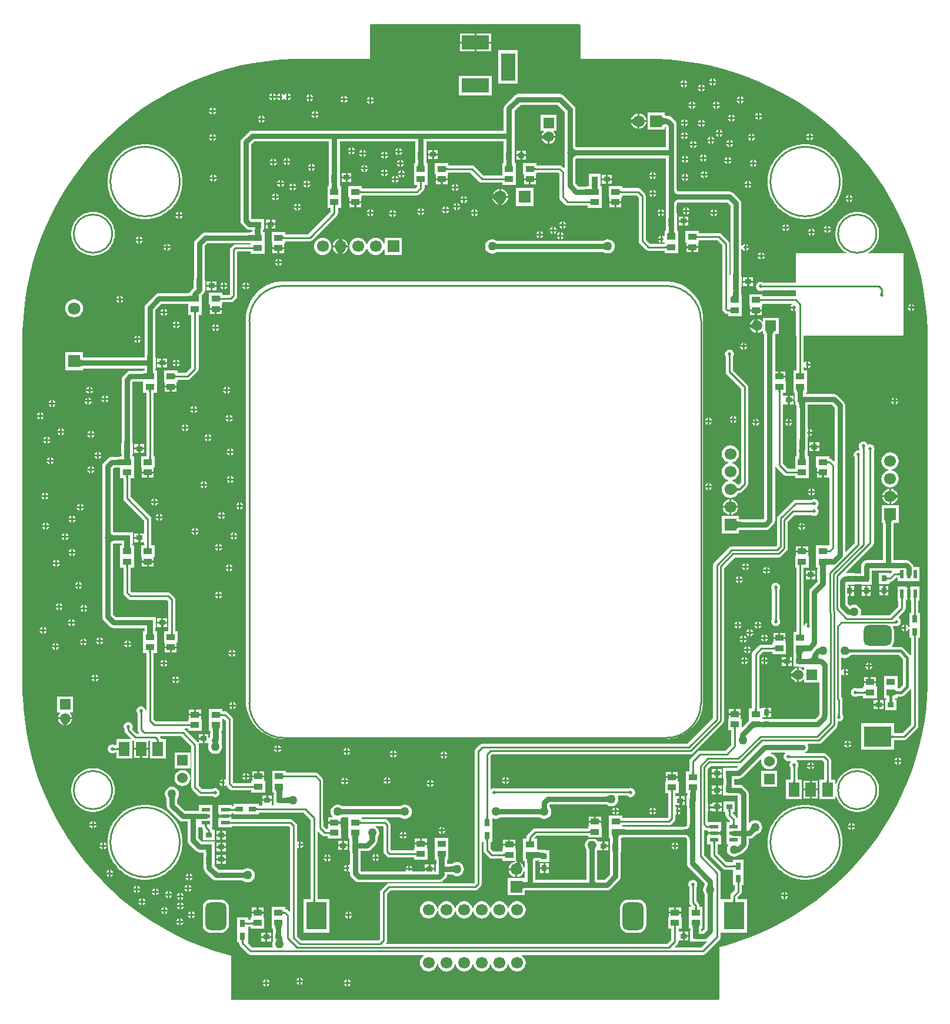
<source format=gtl>
G04*
G04 #@! TF.GenerationSoftware,Altium Limited,Altium Designer,18.1.8 (232)*
G04*
G04 Layer_Physical_Order=1*
G04 Layer_Color=255*
%FSLAX25Y25*%
%MOIN*%
G70*
G01*
G75*
%ADD10C,0.01000*%
%ADD15R,0.06000X0.08000*%
%ADD16R,0.03150X0.04000*%
%ADD17R,0.04724X0.03543*%
%ADD18R,0.03500X0.03000*%
%ADD19R,0.03000X0.03500*%
%ADD20R,0.04724X0.01968*%
%ADD21R,0.04000X0.03150*%
%ADD22R,0.01968X0.04724*%
%ADD49C,0.03000*%
%ADD50C,0.01500*%
%ADD51C,0.06693*%
%ADD52R,0.06693X0.06693*%
%ADD53R,0.07087X0.07087*%
%ADD54C,0.07087*%
%ADD55C,0.05906*%
%ADD56R,0.05906X0.05906*%
%ADD57R,0.15748X0.11811*%
G04:AMPARAMS|DCode=58|XSize=118.11mil|YSize=157.48mil|CornerRadius=29.53mil|HoleSize=0mil|Usage=FLASHONLY|Rotation=270.000|XOffset=0mil|YOffset=0mil|HoleType=Round|Shape=RoundedRectangle|*
%AMROUNDEDRECTD58*
21,1,0.11811,0.09843,0,0,270.0*
21,1,0.05906,0.15748,0,0,270.0*
1,1,0.05906,-0.04921,-0.02953*
1,1,0.05906,-0.04921,0.02953*
1,1,0.05906,0.04921,0.02953*
1,1,0.05906,0.04921,-0.02953*
%
%ADD58ROUNDEDRECTD58*%
%ADD59R,0.11811X0.15748*%
G04:AMPARAMS|DCode=60|XSize=118.11mil|YSize=157.48mil|CornerRadius=29.53mil|HoleSize=0mil|Usage=FLASHONLY|Rotation=0.000|XOffset=0mil|YOffset=0mil|HoleType=Round|Shape=RoundedRectangle|*
%AMROUNDEDRECTD60*
21,1,0.11811,0.09843,0,0,0.0*
21,1,0.05906,0.15748,0,0,0.0*
1,1,0.05906,0.02953,-0.04921*
1,1,0.05906,-0.02953,-0.04921*
1,1,0.05906,-0.02953,0.04921*
1,1,0.05906,0.02953,0.04921*
%
%ADD60ROUNDEDRECTD60*%
%ADD61C,0.06000*%
%ADD62R,0.06000X0.06000*%
%ADD63R,0.06693X0.06693*%
%ADD64R,0.05906X0.05906*%
%ADD65R,0.07087X0.07087*%
%ADD66R,0.07874X0.15748*%
%ADD67R,0.15748X0.07874*%
%ADD68C,0.02000*%
%ADD69C,0.05000*%
G36*
X197134Y551606D02*
X197275Y551465D01*
X197352Y551281D01*
Y531997D01*
X236221D01*
X240099Y531998D01*
X247846Y531617D01*
X255565Y530857D01*
X263238Y529719D01*
X270845Y528205D01*
X278369Y526321D01*
X285791Y524069D01*
X293094Y521456D01*
X300260Y518488D01*
X307272Y515171D01*
X314113Y511515D01*
X320766Y507527D01*
X327215Y503218D01*
X333445Y498598D01*
X339441Y493677D01*
X345188Y488468D01*
X350673Y482983D01*
X355882Y477236D01*
X360802Y471240D01*
X365423Y465010D01*
X369732Y458561D01*
X373720Y451908D01*
X377376Y445068D01*
X380693Y438056D01*
X383661Y430890D01*
X386274Y423587D01*
X388525Y416164D01*
X390410Y408640D01*
X391923Y401033D01*
X393061Y393360D01*
X393822Y385641D01*
X394202Y377894D01*
Y374016D01*
X394202Y175362D01*
X394202Y175357D01*
X394202Y175351D01*
X394202Y175346D01*
X394047Y171753D01*
X393410Y164595D01*
X392450Y157473D01*
X391166Y150403D01*
X389562Y143397D01*
X387641Y136473D01*
X385408Y129642D01*
X382866Y122920D01*
X380021Y116321D01*
X376879Y109858D01*
X373447Y103544D01*
X369731Y97393D01*
X365739Y91417D01*
X361480Y85629D01*
X356962Y80041D01*
X352194Y74664D01*
X347187Y69509D01*
X341951Y64587D01*
X336496Y59908D01*
X330835Y55482D01*
X324978Y51318D01*
X318937Y47425D01*
X312726Y43810D01*
X306357Y40481D01*
X299843Y37446D01*
X293198Y34710D01*
X286436Y32278D01*
X279570Y30157D01*
X276092Y29253D01*
Y-100D01*
X276016Y-284D01*
X275875Y-425D01*
X275690Y-501D01*
X-100D01*
X-284Y-425D01*
X-425Y-284D01*
X-501Y-100D01*
X-501Y24298D01*
X-4094Y25235D01*
X-11182Y27444D01*
X-18159Y29983D01*
X-25008Y32848D01*
X-31716Y36031D01*
X-38267Y39526D01*
X-44646Y43325D01*
X-50840Y47418D01*
X-56834Y51799D01*
X-62617Y56456D01*
X-68174Y61380D01*
X-73494Y66559D01*
X-78564Y71982D01*
X-83375Y77638D01*
X-87914Y83513D01*
X-92172Y89595D01*
X-96140Y95870D01*
X-99809Y102325D01*
X-103171Y108945D01*
X-106218Y115715D01*
X-108944Y122622D01*
X-111342Y129648D01*
X-113408Y136779D01*
X-115136Y144000D01*
X-116523Y151294D01*
X-117566Y158645D01*
X-118263Y166037D01*
X-118612Y173453D01*
Y177165D01*
Y374016D01*
Y377894D01*
X-118231Y385641D01*
X-117471Y393360D01*
X-116333Y401033D01*
X-114820Y408640D01*
X-112935Y416164D01*
X-110683Y423587D01*
X-108070Y430890D01*
X-105102Y438056D01*
X-101786Y445068D01*
X-98129Y451908D01*
X-94142Y458561D01*
X-89832Y465010D01*
X-85212Y471240D01*
X-80291Y477236D01*
X-75082Y482983D01*
X-69598Y488468D01*
X-63850Y493677D01*
X-57855Y498598D01*
X-51625Y503218D01*
X-45175Y507527D01*
X-38522Y511515D01*
X-31682Y515171D01*
X-24670Y518488D01*
X-17504Y521456D01*
X-10201Y524069D01*
X-2778Y526321D01*
X4746Y528205D01*
X12353Y529719D01*
X20026Y530857D01*
X27745Y531617D01*
X35492Y531998D01*
X39371D01*
X39371Y531997D01*
X39373D01*
X39373Y531997D01*
X39373Y531997D01*
X78239D01*
Y551281D01*
X78315Y551465D01*
X78456Y551606D01*
X78640Y551683D01*
X196950D01*
X197134Y551606D01*
D02*
G37*
%LPC*%
G36*
X146818Y546211D02*
X138444D01*
Y541774D01*
X145794D01*
Y542274D01*
X145804Y542179D01*
X145834Y542094D01*
X145885Y542019D01*
X145956Y541954D01*
X146047Y541899D01*
X146158Y541854D01*
X146290Y541819D01*
X146441Y541794D01*
X146613Y541779D01*
X146806Y541774D01*
Y541774D01*
X146818D01*
Y546211D01*
D02*
G37*
G36*
X137444D02*
X129070D01*
Y541774D01*
X137444D01*
Y546211D01*
D02*
G37*
G36*
X146818Y540774D02*
X146805D01*
X146613Y540769D01*
X146441Y540754D01*
X146290Y540729D01*
X146158Y540694D01*
X146047Y540649D01*
X145956Y540594D01*
X145885Y540529D01*
X145834Y540454D01*
X145804Y540369D01*
X145794Y540274D01*
Y540774D01*
X138444D01*
Y536337D01*
X146818D01*
Y540774D01*
D02*
G37*
G36*
X137444D02*
X129070D01*
Y536337D01*
X137444D01*
Y540774D01*
D02*
G37*
G36*
X273000Y520940D02*
Y519500D01*
X274440D01*
X274384Y519780D01*
X273942Y520442D01*
X273280Y520884D01*
X273000Y520940D01*
D02*
G37*
G36*
X272000D02*
X271720Y520884D01*
X271058Y520442D01*
X270616Y519780D01*
X270560Y519500D01*
X272000D01*
Y520940D01*
D02*
G37*
G36*
X256500Y519940D02*
Y518500D01*
X257940D01*
X257884Y518780D01*
X257442Y519442D01*
X256780Y519884D01*
X256500Y519940D01*
D02*
G37*
G36*
X255500D02*
X255220Y519884D01*
X254558Y519442D01*
X254116Y518780D01*
X254060Y518500D01*
X255500D01*
Y519940D01*
D02*
G37*
G36*
X161885Y536869D02*
X151011D01*
Y518121D01*
X161885D01*
Y536869D01*
D02*
G37*
G36*
X274440Y518500D02*
X273000D01*
Y517060D01*
X273280Y517116D01*
X273942Y517558D01*
X274384Y518220D01*
X274440Y518500D01*
D02*
G37*
G36*
X272000D02*
X270560D01*
X270616Y518220D01*
X271058Y517558D01*
X271720Y517116D01*
X272000Y517060D01*
Y518500D01*
D02*
G37*
G36*
X257940Y517500D02*
X256500D01*
Y516060D01*
X256780Y516116D01*
X257442Y516558D01*
X257884Y517220D01*
X257940Y517500D01*
D02*
G37*
G36*
X255500D02*
X254060D01*
X254116Y517220D01*
X254558Y516558D01*
X255220Y516116D01*
X255500Y516060D01*
Y517500D01*
D02*
G37*
G36*
X266500Y517440D02*
Y516000D01*
X267940D01*
X267884Y516280D01*
X267442Y516942D01*
X266780Y517384D01*
X266500Y517440D01*
D02*
G37*
G36*
X265500D02*
X265220Y517384D01*
X264558Y516942D01*
X264116Y516280D01*
X264060Y516000D01*
X265500D01*
Y517440D01*
D02*
G37*
G36*
X267940Y515000D02*
X266500D01*
Y513560D01*
X266780Y513616D01*
X267442Y514058D01*
X267884Y514720D01*
X267940Y515000D01*
D02*
G37*
G36*
X265500D02*
X264060D01*
X264116Y514720D01*
X264558Y514058D01*
X265220Y513616D01*
X265500Y513560D01*
Y515000D01*
D02*
G37*
G36*
X31000Y512440D02*
X30720Y512384D01*
X30058Y511942D01*
X29852Y511633D01*
X29250D01*
X29044Y511942D01*
X28383Y512384D01*
X28102Y512440D01*
Y510500D01*
Y508560D01*
X28383Y508616D01*
X29044Y509058D01*
X29250Y509367D01*
X29852D01*
X30058Y509058D01*
X30720Y508616D01*
X31000Y508560D01*
Y510500D01*
Y512440D01*
D02*
G37*
G36*
X147318Y522302D02*
X128570D01*
Y511428D01*
X147318D01*
Y522302D01*
D02*
G37*
G36*
X32000Y512440D02*
Y511000D01*
X33440D01*
X33384Y511280D01*
X32942Y511942D01*
X32280Y512384D01*
X32000Y512440D01*
D02*
G37*
G36*
X27102D02*
X26822Y512384D01*
X26160Y511942D01*
X25718Y511280D01*
X25663Y511000D01*
X27102D01*
Y512440D01*
D02*
G37*
G36*
X23500D02*
Y511000D01*
X24939D01*
X24884Y511280D01*
X24442Y511942D01*
X23780Y512384D01*
X23500Y512440D01*
D02*
G37*
G36*
X22500D02*
X22219Y512384D01*
X21558Y511942D01*
X21116Y511280D01*
X21060Y511000D01*
X22500D01*
Y512440D01*
D02*
G37*
G36*
X44581Y511940D02*
Y510500D01*
X46021D01*
X45965Y510780D01*
X45523Y511442D01*
X44862Y511884D01*
X44581Y511940D01*
D02*
G37*
G36*
X43582D02*
X43301Y511884D01*
X42640Y511442D01*
X42198Y510780D01*
X42142Y510500D01*
X43582D01*
Y511940D01*
D02*
G37*
G36*
X64044Y511120D02*
Y509680D01*
X65483D01*
X65428Y509960D01*
X64986Y510622D01*
X64324Y511064D01*
X64044Y511120D01*
D02*
G37*
G36*
X63044D02*
X62763Y511064D01*
X62102Y510622D01*
X61660Y509960D01*
X61604Y509680D01*
X63044D01*
Y511120D01*
D02*
G37*
G36*
X288500Y510726D02*
Y509286D01*
X289940D01*
X289884Y509566D01*
X289442Y510228D01*
X288780Y510670D01*
X288500Y510726D01*
D02*
G37*
G36*
X287500D02*
X287220Y510670D01*
X286558Y510228D01*
X286116Y509566D01*
X286060Y509286D01*
X287500D01*
Y510726D01*
D02*
G37*
G36*
X79000Y510440D02*
Y509000D01*
X80440D01*
X80384Y509280D01*
X79942Y509942D01*
X79280Y510384D01*
X79000Y510440D01*
D02*
G37*
G36*
X78000D02*
X77720Y510384D01*
X77058Y509942D01*
X76616Y509280D01*
X76560Y509000D01*
X78000D01*
Y510440D01*
D02*
G37*
G36*
X33440Y510000D02*
X32000D01*
Y508560D01*
X32280Y508616D01*
X32942Y509058D01*
X33384Y509720D01*
X33440Y510000D01*
D02*
G37*
G36*
X27102D02*
X25663D01*
X25718Y509720D01*
X26160Y509058D01*
X26822Y508616D01*
X27102Y508560D01*
Y510000D01*
D02*
G37*
G36*
X24939D02*
X23500D01*
Y508560D01*
X23780Y508616D01*
X24442Y509058D01*
X24884Y509720D01*
X24939Y510000D01*
D02*
G37*
G36*
X22500D02*
X21060D01*
X21116Y509720D01*
X21558Y509058D01*
X22219Y508616D01*
X22500Y508560D01*
Y510000D01*
D02*
G37*
G36*
X46021Y509500D02*
X44581D01*
Y508060D01*
X44862Y508116D01*
X45523Y508558D01*
X45965Y509220D01*
X46021Y509500D01*
D02*
G37*
G36*
X43582D02*
X42142D01*
X42198Y509220D01*
X42640Y508558D01*
X43301Y508116D01*
X43582Y508060D01*
Y509500D01*
D02*
G37*
G36*
X65483Y508680D02*
X64044D01*
Y507240D01*
X64324Y507296D01*
X64986Y507738D01*
X65428Y508399D01*
X65483Y508680D01*
D02*
G37*
G36*
X63044D02*
X61604D01*
X61660Y508399D01*
X62102Y507738D01*
X62763Y507296D01*
X63044Y507240D01*
Y508680D01*
D02*
G37*
G36*
X289940Y508286D02*
X288500D01*
Y506846D01*
X288780Y506902D01*
X289442Y507344D01*
X289884Y508006D01*
X289940Y508286D01*
D02*
G37*
G36*
X287500D02*
X286060D01*
X286116Y508006D01*
X286558Y507344D01*
X287220Y506902D01*
X287500Y506846D01*
Y508286D01*
D02*
G37*
G36*
X80440Y508000D02*
X79000D01*
Y506560D01*
X79280Y506616D01*
X79942Y507058D01*
X80384Y507720D01*
X80440Y508000D01*
D02*
G37*
G36*
X78000D02*
X76560D01*
X76616Y507720D01*
X77058Y507058D01*
X77720Y506616D01*
X78000Y506560D01*
Y508000D01*
D02*
G37*
G36*
X275000Y507704D02*
Y506265D01*
X276440D01*
X276384Y506545D01*
X275942Y507207D01*
X275280Y507649D01*
X275000Y507704D01*
D02*
G37*
G36*
X274000D02*
X273720Y507649D01*
X273058Y507207D01*
X272616Y506545D01*
X272560Y506265D01*
X274000D01*
Y507704D01*
D02*
G37*
G36*
X261140D02*
Y506265D01*
X262580D01*
X262524Y506545D01*
X262082Y507207D01*
X261421Y507649D01*
X261140Y507704D01*
D02*
G37*
G36*
X260140D02*
X259860Y507649D01*
X259198Y507207D01*
X258756Y506545D01*
X258701Y506265D01*
X260140D01*
Y507704D01*
D02*
G37*
G36*
X276440Y505265D02*
X275000D01*
Y503825D01*
X275280Y503881D01*
X275942Y504323D01*
X276384Y504984D01*
X276440Y505265D01*
D02*
G37*
G36*
X274000D02*
X272560D01*
X272616Y504984D01*
X273058Y504323D01*
X273720Y503881D01*
X274000Y503825D01*
Y505265D01*
D02*
G37*
G36*
X262580D02*
X261140D01*
Y503825D01*
X261421Y503881D01*
X262082Y504323D01*
X262524Y504984D01*
X262580Y505265D01*
D02*
G37*
G36*
X260140D02*
X258701D01*
X258756Y504984D01*
X259198Y504323D01*
X259860Y503881D01*
X260140Y503825D01*
Y505265D01*
D02*
G37*
G36*
X-10500Y504440D02*
Y503000D01*
X-9060D01*
X-9116Y503280D01*
X-9558Y503942D01*
X-10220Y504384D01*
X-10500Y504440D01*
D02*
G37*
G36*
X-11500D02*
X-11780Y504384D01*
X-12442Y503942D01*
X-12884Y503280D01*
X-12940Y503000D01*
X-11500D01*
Y504440D01*
D02*
G37*
G36*
X47500Y502440D02*
Y501000D01*
X48940D01*
X48884Y501280D01*
X48442Y501942D01*
X47780Y502384D01*
X47500Y502440D01*
D02*
G37*
G36*
X46500D02*
X46220Y502384D01*
X45558Y501942D01*
X45116Y501280D01*
X45060Y501000D01*
X46500D01*
Y502440D01*
D02*
G37*
G36*
X-9060Y502000D02*
X-10500D01*
Y500560D01*
X-10220Y500616D01*
X-9558Y501058D01*
X-9116Y501720D01*
X-9060Y502000D01*
D02*
G37*
G36*
X-11500D02*
X-12940D01*
X-12884Y501720D01*
X-12442Y501058D01*
X-11780Y500616D01*
X-11500Y500560D01*
Y502000D01*
D02*
G37*
G36*
X299000Y501440D02*
Y500000D01*
X300440D01*
X300384Y500280D01*
X299942Y500942D01*
X299280Y501384D01*
X299000Y501440D01*
D02*
G37*
G36*
X298000D02*
X297720Y501384D01*
X297058Y500942D01*
X296616Y500280D01*
X296560Y500000D01*
X298000D01*
Y501440D01*
D02*
G37*
G36*
X283500Y500440D02*
Y499000D01*
X284940D01*
X284884Y499280D01*
X284442Y499942D01*
X283780Y500384D01*
X283500Y500440D01*
D02*
G37*
G36*
X282500D02*
X282220Y500384D01*
X281558Y499942D01*
X281116Y499280D01*
X281060Y499000D01*
X282500D01*
Y500440D01*
D02*
G37*
G36*
X48940Y500000D02*
X47500D01*
Y498560D01*
X47780Y498616D01*
X48442Y499058D01*
X48884Y499720D01*
X48940Y500000D01*
D02*
G37*
G36*
X46500D02*
X45060D01*
X45116Y499720D01*
X45558Y499058D01*
X46220Y498616D01*
X46500Y498560D01*
Y500000D01*
D02*
G37*
G36*
X17204Y499940D02*
Y498500D01*
X18643D01*
X18587Y498780D01*
X18146Y499442D01*
X17484Y499884D01*
X17204Y499940D01*
D02*
G37*
G36*
X16204D02*
X15923Y499884D01*
X15262Y499442D01*
X14820Y498780D01*
X14764Y498500D01*
X16204D01*
Y499940D01*
D02*
G37*
G36*
X300440Y499000D02*
X299000D01*
Y497560D01*
X299280Y497616D01*
X299942Y498058D01*
X300384Y498720D01*
X300440Y499000D01*
D02*
G37*
G36*
X298000D02*
X296560D01*
X296616Y498720D01*
X297058Y498058D01*
X297720Y497616D01*
X298000Y497560D01*
Y499000D01*
D02*
G37*
G36*
X231022Y501104D02*
Y497286D01*
X234840D01*
X234757Y497921D01*
X234319Y498978D01*
X233622Y499886D01*
X232714Y500583D01*
X231657Y501021D01*
X231022Y501104D01*
D02*
G37*
G36*
X230022Y501104D02*
X229388Y501021D01*
X228330Y500583D01*
X227422Y499886D01*
X226726Y498978D01*
X226288Y497921D01*
X226246Y497600D01*
X226498Y497747D01*
X226797Y497949D01*
X227111Y498189D01*
X227778Y498778D01*
X228133Y499128D01*
Y497286D01*
X230022D01*
Y501104D01*
D02*
G37*
G36*
X284940Y498000D02*
X283500D01*
Y496560D01*
X283780Y496616D01*
X284442Y497058D01*
X284884Y497720D01*
X284940Y498000D01*
D02*
G37*
G36*
X282500D02*
X281060D01*
X281116Y497720D01*
X281558Y497058D01*
X282220Y496616D01*
X282500Y496560D01*
Y498000D01*
D02*
G37*
G36*
X256945Y497742D02*
Y496302D01*
X258385D01*
X258329Y496582D01*
X257887Y497244D01*
X257226Y497686D01*
X256945Y497742D01*
D02*
G37*
G36*
X255945D02*
X255665Y497686D01*
X255003Y497244D01*
X254561Y496582D01*
X254506Y496302D01*
X255945D01*
Y497742D01*
D02*
G37*
G36*
X18643Y497500D02*
X17204D01*
Y496060D01*
X17484Y496116D01*
X18146Y496558D01*
X18587Y497220D01*
X18643Y497500D01*
D02*
G37*
G36*
X16204D02*
X14764D01*
X14820Y497220D01*
X15262Y496558D01*
X15923Y496116D01*
X16204Y496060D01*
Y497500D01*
D02*
G37*
G36*
X266500Y497440D02*
Y496000D01*
X267940D01*
X267884Y496280D01*
X267442Y496942D01*
X266780Y497384D01*
X266500Y497440D01*
D02*
G37*
G36*
X265500D02*
X265220Y497384D01*
X264558Y496942D01*
X264116Y496280D01*
X264060Y496000D01*
X265500D01*
Y497440D01*
D02*
G37*
G36*
X230022Y496286D02*
X228133D01*
Y494444D01*
X227778Y494794D01*
X227111Y495383D01*
X226797Y495623D01*
X226498Y495825D01*
X226246Y495972D01*
X226288Y495651D01*
X226726Y494594D01*
X227422Y493686D01*
X228330Y492989D01*
X229388Y492552D01*
X230022Y492468D01*
Y496286D01*
D02*
G37*
G36*
X258385Y495302D02*
X256945D01*
Y493862D01*
X257226Y493918D01*
X257887Y494360D01*
X258329Y495021D01*
X258385Y495302D01*
D02*
G37*
G36*
X255945D02*
X254506D01*
X254561Y495021D01*
X255003Y494360D01*
X255665Y493918D01*
X255945Y493862D01*
Y495302D01*
D02*
G37*
G36*
X267940Y495000D02*
X266500D01*
Y493560D01*
X266780Y493616D01*
X267442Y494058D01*
X267884Y494720D01*
X267940Y495000D01*
D02*
G37*
G36*
X265500D02*
X264060D01*
X264116Y494720D01*
X264558Y494058D01*
X265220Y493616D01*
X265500Y493560D01*
Y495000D01*
D02*
G37*
G36*
X234840Y496286D02*
X231022D01*
Y492468D01*
X231657Y492552D01*
X232714Y492989D01*
X233622Y493686D01*
X234319Y494594D01*
X234757Y495651D01*
X234840Y496286D01*
D02*
G37*
G36*
X276500Y491940D02*
Y490500D01*
X277940D01*
X277884Y490780D01*
X277442Y491442D01*
X276780Y491884D01*
X276500Y491940D01*
D02*
G37*
G36*
X275500D02*
X275220Y491884D01*
X274558Y491442D01*
X274116Y490780D01*
X274060Y490500D01*
X275500D01*
Y491940D01*
D02*
G37*
G36*
X256945Y490470D02*
Y489031D01*
X258385D01*
X258329Y489311D01*
X257887Y489973D01*
X257226Y490415D01*
X256945Y490470D01*
D02*
G37*
G36*
X255945D02*
X255665Y490415D01*
X255003Y489973D01*
X254561Y489311D01*
X254506Y489031D01*
X255945D01*
Y490470D01*
D02*
G37*
G36*
X183896Y500254D02*
X174991D01*
Y491349D01*
X176631D01*
X176792Y490876D01*
X176625Y490747D01*
X175991Y489921D01*
X175593Y488960D01*
X175548Y488623D01*
X175671Y488679D01*
X175924Y488820D01*
X176186Y488992D01*
X176458Y489195D01*
X177033Y489697D01*
X177335Y489995D01*
Y488428D01*
X179444D01*
X183365D01*
X183295Y488960D01*
X182896Y489921D01*
X182263Y490747D01*
X182095Y490876D01*
X182256Y491349D01*
X183896D01*
Y500254D01*
D02*
G37*
G36*
X328000Y489867D02*
Y488428D01*
X329440D01*
X329384Y488708D01*
X328942Y489370D01*
X328280Y489812D01*
X328000Y489867D01*
D02*
G37*
G36*
X327000D02*
X326720Y489812D01*
X326058Y489370D01*
X325616Y488708D01*
X325560Y488428D01*
X327000D01*
Y489867D01*
D02*
G37*
G36*
X295000Y489676D02*
Y488236D01*
X296440D01*
X296384Y488516D01*
X295942Y489178D01*
X295280Y489620D01*
X295000Y489676D01*
D02*
G37*
G36*
X294000D02*
X293720Y489620D01*
X293058Y489178D01*
X292616Y488516D01*
X292560Y488236D01*
X294000D01*
Y489676D01*
D02*
G37*
G36*
X277940Y489500D02*
X276500D01*
Y488060D01*
X276780Y488116D01*
X277442Y488558D01*
X277884Y489220D01*
X277940Y489500D01*
D02*
G37*
G36*
X275500D02*
X274060D01*
X274116Y489220D01*
X274558Y488558D01*
X275220Y488116D01*
X275500Y488060D01*
Y489500D01*
D02*
G37*
G36*
X-10533Y489440D02*
Y488000D01*
X-9093D01*
X-9149Y488280D01*
X-9591Y488942D01*
X-10252Y489384D01*
X-10533Y489440D01*
D02*
G37*
G36*
X-11533D02*
X-11813Y489384D01*
X-12475Y488942D01*
X-12917Y488280D01*
X-12972Y488000D01*
X-11533D01*
Y489440D01*
D02*
G37*
G36*
X258385Y488031D02*
X256945D01*
Y486591D01*
X257226Y486647D01*
X257887Y487089D01*
X258329Y487750D01*
X258385Y488031D01*
D02*
G37*
G36*
X255945D02*
X254506D01*
X254561Y487750D01*
X255003Y487089D01*
X255665Y486647D01*
X255945Y486591D01*
Y488031D01*
D02*
G37*
G36*
X272000Y487940D02*
Y486500D01*
X273440D01*
X273384Y486780D01*
X272942Y487442D01*
X272280Y487884D01*
X272000Y487940D01*
D02*
G37*
G36*
X271000D02*
X270720Y487884D01*
X270058Y487442D01*
X269616Y486780D01*
X269560Y486500D01*
X271000D01*
Y487940D01*
D02*
G37*
G36*
X329440Y487428D02*
X328000D01*
Y485988D01*
X328280Y486044D01*
X328942Y486486D01*
X329384Y487147D01*
X329440Y487428D01*
D02*
G37*
G36*
X327000D02*
X325560D01*
X325616Y487147D01*
X326058Y486486D01*
X326720Y486044D01*
X327000Y485988D01*
Y487428D01*
D02*
G37*
G36*
X178944Y487428D02*
X177335D01*
Y485861D01*
X177033Y486159D01*
X176458Y486660D01*
X176186Y486864D01*
X175924Y487036D01*
X175671Y487177D01*
X175548Y487233D01*
X175593Y486896D01*
X175991Y485934D01*
X176625Y485109D01*
X177450Y484475D01*
X178412Y484077D01*
X178944Y484007D01*
Y487428D01*
D02*
G37*
G36*
X296440Y487236D02*
X295000D01*
Y485796D01*
X295280Y485852D01*
X295942Y486294D01*
X296384Y486956D01*
X296440Y487236D01*
D02*
G37*
G36*
X294000D02*
X292560D01*
X292616Y486956D01*
X293058Y486294D01*
X293720Y485852D01*
X294000Y485796D01*
Y487236D01*
D02*
G37*
G36*
X-9093Y487000D02*
X-10533D01*
Y485560D01*
X-10252Y485616D01*
X-9591Y486058D01*
X-9149Y486720D01*
X-9093Y487000D01*
D02*
G37*
G36*
X-11533D02*
X-12972D01*
X-12917Y486720D01*
X-12475Y486058D01*
X-11813Y485616D01*
X-11533Y485560D01*
Y487000D01*
D02*
G37*
G36*
X282500Y486026D02*
Y484586D01*
X283940D01*
X283884Y484866D01*
X283442Y485528D01*
X282780Y485970D01*
X282500Y486026D01*
D02*
G37*
G36*
X281500D02*
X281220Y485970D01*
X280558Y485528D01*
X280116Y484866D01*
X280060Y484586D01*
X281500D01*
Y486026D01*
D02*
G37*
G36*
X273440Y485500D02*
X272000D01*
Y484060D01*
X272280Y484116D01*
X272942Y484558D01*
X273384Y485220D01*
X273440Y485500D01*
D02*
G37*
G36*
X271000D02*
X269560D01*
X269616Y485220D01*
X270058Y484558D01*
X270720Y484116D01*
X271000Y484060D01*
Y485500D01*
D02*
G37*
G36*
X183365Y487428D02*
X179944D01*
Y484007D01*
X180475Y484077D01*
X181437Y484475D01*
X182263Y485109D01*
X182896Y485934D01*
X183295Y486896D01*
X183365Y487428D01*
D02*
G37*
G36*
X262000Y485440D02*
Y484000D01*
X263440D01*
X263384Y484280D01*
X262942Y484942D01*
X262280Y485384D01*
X262000Y485440D01*
D02*
G37*
G36*
X261000D02*
X260720Y485384D01*
X260058Y484942D01*
X259616Y484280D01*
X259560Y484000D01*
X261000D01*
Y485440D01*
D02*
G37*
G36*
X326093Y483813D02*
X323513D01*
X323414Y483793D01*
X323313Y483800D01*
X320755Y483463D01*
X320659Y483430D01*
X320559Y483424D01*
X318066Y482756D01*
X317976Y482711D01*
X317877Y482692D01*
X315493Y481704D01*
X315409Y481648D01*
X315313Y481616D01*
X313079Y480326D01*
X313003Y480259D01*
X312912Y480214D01*
X310865Y478644D01*
X310799Y478568D01*
X310715Y478512D01*
X308890Y476687D01*
X308834Y476603D01*
X308758Y476537D01*
X307187Y474489D01*
X307142Y474399D01*
X307076Y474323D01*
X305786Y472088D01*
X305753Y471993D01*
X305697Y471909D01*
X304710Y469525D01*
X304690Y469426D01*
X304645Y469335D01*
X303978Y466843D01*
X303971Y466742D01*
X303939Y466647D01*
X303602Y464088D01*
X303608Y463988D01*
X303589Y463889D01*
Y461308D01*
X303608Y461209D01*
X303602Y461109D01*
X303939Y458550D01*
X303971Y458455D01*
X303978Y458354D01*
X304645Y455861D01*
X304690Y455771D01*
X304710Y455672D01*
X305697Y453288D01*
X305753Y453204D01*
X305786Y453109D01*
X307076Y450874D01*
X307142Y450798D01*
X307187Y450707D01*
X308758Y448660D01*
X308834Y448594D01*
X308890Y448510D01*
X310715Y446685D01*
X310799Y446629D01*
X310865Y446553D01*
X312912Y444982D01*
X313003Y444938D01*
X313079Y444871D01*
X315313Y443581D01*
X315409Y443549D01*
X315493Y443493D01*
X317877Y442505D01*
X317976Y442485D01*
X318066Y442441D01*
X320559Y441773D01*
X320659Y441766D01*
X320755Y441734D01*
X323313Y441397D01*
X323414Y441404D01*
X323513Y441384D01*
X326093D01*
X326192Y441404D01*
X326293Y441397D01*
X328851Y441734D01*
X328947Y441766D01*
X329048Y441773D01*
X331540Y442441D01*
X331631Y442485D01*
X331730Y442505D01*
X334114Y443493D01*
X334197Y443549D01*
X334293Y443581D01*
X336528Y444871D01*
X336603Y444938D01*
X336694Y444982D01*
X338741Y446553D01*
X338808Y446629D01*
X338892Y446685D01*
X340716Y448510D01*
X340772Y448594D01*
X340848Y448660D01*
X342419Y450707D01*
X342464Y450798D01*
X342530Y450874D01*
X343821Y453109D01*
X343853Y453204D01*
X343909Y453288D01*
X344897Y455672D01*
X344916Y455771D01*
X344961Y455861D01*
X345629Y458354D01*
X345635Y458455D01*
X345668Y458550D01*
X346005Y461109D01*
X345998Y461209D01*
X346018Y461308D01*
Y463889D01*
X345998Y463988D01*
X346005Y464088D01*
X345668Y466647D01*
X345635Y466742D01*
X345629Y466843D01*
X344961Y469335D01*
X344916Y469426D01*
X344897Y469525D01*
X343909Y471909D01*
X343853Y471993D01*
X343821Y472088D01*
X342530Y474323D01*
X342464Y474399D01*
X342419Y474489D01*
X340848Y476537D01*
X340772Y476603D01*
X340716Y476687D01*
X338892Y478512D01*
X338808Y478568D01*
X338741Y478644D01*
X336694Y480214D01*
X336604Y480259D01*
X336528Y480326D01*
X334293Y481616D01*
X334197Y481648D01*
X334114Y481704D01*
X331730Y482692D01*
X331631Y482711D01*
X331540Y482756D01*
X329048Y483424D01*
X328947Y483430D01*
X328851Y483463D01*
X326293Y483800D01*
X326192Y483793D01*
X326093Y483813D01*
D02*
G37*
G36*
X-47922D02*
X-50503D01*
X-50602Y483793D01*
X-50702Y483800D01*
X-53261Y483463D01*
X-53356Y483430D01*
X-53457Y483424D01*
X-55950Y482756D01*
X-56040Y482711D01*
X-56139Y482692D01*
X-58523Y481704D01*
X-58607Y481648D01*
X-58702Y481616D01*
X-60937Y480326D01*
X-61013Y480259D01*
X-61103Y480214D01*
X-63151Y478644D01*
X-63217Y478568D01*
X-63301Y478512D01*
X-65126Y476687D01*
X-65182Y476603D01*
X-65258Y476537D01*
X-66829Y474489D01*
X-66873Y474399D01*
X-66940Y474323D01*
X-68230Y472088D01*
X-68262Y471993D01*
X-68318Y471909D01*
X-69306Y469525D01*
X-69326Y469426D01*
X-69370Y469335D01*
X-70038Y466843D01*
X-70045Y466742D01*
X-70077Y466647D01*
X-70414Y464088D01*
X-70407Y463988D01*
X-70427Y463889D01*
Y461308D01*
X-70407Y461209D01*
X-70414Y461109D01*
X-70077Y458550D01*
X-70045Y458455D01*
X-70038Y458354D01*
X-69370Y455861D01*
X-69326Y455771D01*
X-69306Y455672D01*
X-68318Y453288D01*
X-68262Y453204D01*
X-68230Y453109D01*
X-66940Y450874D01*
X-66873Y450798D01*
X-66829Y450707D01*
X-65258Y448660D01*
X-65182Y448594D01*
X-65126Y448510D01*
X-63301Y446685D01*
X-63217Y446629D01*
X-63151Y446553D01*
X-61103Y444982D01*
X-61013Y444938D01*
X-60937Y444871D01*
X-58702Y443581D01*
X-58607Y443549D01*
X-58523Y443493D01*
X-56139Y442505D01*
X-56040Y442485D01*
X-55950Y442441D01*
X-53457Y441773D01*
X-53356Y441766D01*
X-53261Y441734D01*
X-50702Y441397D01*
X-50602Y441404D01*
X-50503Y441384D01*
X-47922D01*
X-47823Y441404D01*
X-47723Y441397D01*
X-45164Y441734D01*
X-45069Y441766D01*
X-44968Y441773D01*
X-42476Y442441D01*
X-42385Y442485D01*
X-42286Y442505D01*
X-39902Y443493D01*
X-39818Y443549D01*
X-39723Y443581D01*
X-37488Y444871D01*
X-37412Y444938D01*
X-37322Y444982D01*
X-35274Y446553D01*
X-35208Y446629D01*
X-35124Y446685D01*
X-33299Y448510D01*
X-33243Y448594D01*
X-33167Y448660D01*
X-31597Y450707D01*
X-31552Y450798D01*
X-31486Y450874D01*
X-30195Y453109D01*
X-30163Y453204D01*
X-30107Y453288D01*
X-29119Y455672D01*
X-29100Y455771D01*
X-29055Y455861D01*
X-28387Y458354D01*
X-28381Y458455D01*
X-28348Y458550D01*
X-28011Y461109D01*
X-28018Y461209D01*
X-27998Y461308D01*
Y463889D01*
X-28018Y463988D01*
X-28011Y464088D01*
X-28348Y466647D01*
X-28381Y466742D01*
X-28387Y466843D01*
X-29055Y469335D01*
X-29100Y469426D01*
X-29119Y469525D01*
X-30107Y471909D01*
X-30163Y471993D01*
X-30195Y472088D01*
X-31486Y474323D01*
X-31552Y474399D01*
X-31597Y474489D01*
X-33167Y476537D01*
X-33243Y476603D01*
X-33299Y476687D01*
X-35124Y478512D01*
X-35208Y478568D01*
X-35274Y478644D01*
X-37322Y480214D01*
X-37412Y480259D01*
X-37488Y480326D01*
X-39723Y481616D01*
X-39818Y481648D01*
X-39902Y481704D01*
X-42286Y482692D01*
X-42385Y482711D01*
X-42476Y482756D01*
X-44968Y483424D01*
X-45069Y483430D01*
X-45164Y483463D01*
X-47723Y483800D01*
X-47823Y483793D01*
X-47922Y483813D01*
D02*
G37*
G36*
X283940Y483586D02*
X282500D01*
Y482146D01*
X282780Y482202D01*
X283442Y482644D01*
X283884Y483306D01*
X283940Y483586D01*
D02*
G37*
G36*
X281500D02*
X280060D01*
X280116Y483306D01*
X280558Y482644D01*
X281220Y482202D01*
X281500Y482146D01*
Y483586D01*
D02*
G37*
G36*
X263440Y483000D02*
X262000D01*
Y481560D01*
X262280Y481616D01*
X262942Y482058D01*
X263384Y482720D01*
X263440Y483000D01*
D02*
G37*
G36*
X261000D02*
X259560D01*
X259616Y482720D01*
X260058Y482058D01*
X260720Y481616D01*
X261000Y481560D01*
Y483000D01*
D02*
G37*
G36*
X68184Y481940D02*
Y480500D01*
X69624D01*
X69568Y480780D01*
X69126Y481442D01*
X68464Y481884D01*
X68184Y481940D01*
D02*
G37*
G36*
X67184D02*
X66904Y481884D01*
X66242Y481442D01*
X65800Y480780D01*
X65744Y480500D01*
X67184D01*
Y481940D01*
D02*
G37*
G36*
X95000Y481440D02*
Y480000D01*
X96440D01*
X96384Y480280D01*
X95942Y480942D01*
X95280Y481384D01*
X95000Y481440D01*
D02*
G37*
G36*
X94000D02*
X93720Y481384D01*
X93058Y480942D01*
X92616Y480280D01*
X92560Y480000D01*
X94000D01*
Y481440D01*
D02*
G37*
G36*
X74500Y480440D02*
Y479000D01*
X75940D01*
X75884Y479280D01*
X75442Y479942D01*
X74780Y480384D01*
X74500Y480440D01*
D02*
G37*
G36*
X73500D02*
X73220Y480384D01*
X72558Y479942D01*
X72116Y479280D01*
X72060Y479000D01*
X73500D01*
Y480440D01*
D02*
G37*
G36*
X116694Y480365D02*
X114444D01*
Y478365D01*
X116694D01*
Y480365D01*
D02*
G37*
G36*
X113444D02*
X111194D01*
Y478365D01*
X113444D01*
Y480365D01*
D02*
G37*
G36*
X69624Y479500D02*
X68184D01*
Y478060D01*
X68464Y478116D01*
X69126Y478558D01*
X69568Y479220D01*
X69624Y479500D01*
D02*
G37*
G36*
X67184D02*
X65744D01*
X65800Y479220D01*
X66242Y478558D01*
X66904Y478116D01*
X67184Y478060D01*
Y479500D01*
D02*
G37*
G36*
X87000Y479440D02*
Y478000D01*
X88440D01*
X88384Y478280D01*
X87942Y478942D01*
X87280Y479384D01*
X87000Y479440D01*
D02*
G37*
G36*
X86000D02*
X85720Y479384D01*
X85058Y478942D01*
X84616Y478280D01*
X84560Y478000D01*
X86000D01*
Y479440D01*
D02*
G37*
G36*
X166694Y479865D02*
X164444D01*
Y479853D01*
D01*
X164449Y479663D01*
X164464Y479493D01*
X164489Y479343D01*
X164524Y479213D01*
X164569Y479103D01*
X164624Y479013D01*
X164689Y478943D01*
X164764Y478893D01*
X164849Y478863D01*
X164944Y478853D01*
X164444D01*
Y477865D01*
X166694D01*
Y479865D01*
D02*
G37*
G36*
X163444D02*
X161194D01*
Y477865D01*
X163444D01*
Y478853D01*
X162944D01*
X163039Y478863D01*
X163124Y478893D01*
X163199Y478943D01*
X163264Y479013D01*
X163319Y479103D01*
X163364Y479213D01*
X163399Y479343D01*
X163424Y479493D01*
X163439Y479663D01*
X163444Y479853D01*
Y479865D01*
D02*
G37*
G36*
X96440Y479000D02*
X95000D01*
Y477560D01*
X95280Y477616D01*
X95942Y478058D01*
X96384Y478720D01*
X96440Y479000D01*
D02*
G37*
G36*
X94000D02*
X92560D01*
X92616Y478720D01*
X93058Y478058D01*
X93720Y477616D01*
X94000Y477560D01*
Y479000D01*
D02*
G37*
G36*
X75940Y478000D02*
X74500D01*
Y476560D01*
X74780Y476616D01*
X75442Y477058D01*
X75884Y477720D01*
X75940Y478000D01*
D02*
G37*
G36*
X73500D02*
X72060D01*
X72116Y477720D01*
X72558Y477058D01*
X73220Y476616D01*
X73500Y476560D01*
Y478000D01*
D02*
G37*
G36*
X267500Y477940D02*
Y476500D01*
X268940D01*
X268884Y476780D01*
X268442Y477442D01*
X267780Y477884D01*
X267500Y477940D01*
D02*
G37*
G36*
X266500D02*
X266220Y477884D01*
X265558Y477442D01*
X265116Y476780D01*
X265060Y476500D01*
X266500D01*
Y477940D01*
D02*
G37*
G36*
X257219Y477206D02*
Y475766D01*
X258658D01*
X258602Y476047D01*
X258160Y476708D01*
X257499Y477150D01*
X257219Y477206D01*
D02*
G37*
G36*
X256219D02*
X255938Y477150D01*
X255277Y476708D01*
X254835Y476047D01*
X254779Y475766D01*
X256219D01*
Y477206D01*
D02*
G37*
G36*
X88440Y477000D02*
X87000D01*
Y475560D01*
X87280Y475616D01*
X87942Y476058D01*
X88384Y476720D01*
X88440Y477000D01*
D02*
G37*
G36*
X86000D02*
X84560D01*
X84616Y476720D01*
X85058Y476058D01*
X85720Y475616D01*
X86000Y475560D01*
Y477000D01*
D02*
G37*
G36*
X116694Y477365D02*
X114444D01*
Y476389D01*
X114944D01*
X114849Y476379D01*
X114764Y476348D01*
X114689Y476298D01*
X114624Y476227D01*
X114569Y476136D01*
X114524Y476024D01*
X114489Y475893D01*
X114464Y475741D01*
X114449Y475569D01*
X114444Y475377D01*
Y475365D01*
X116694D01*
Y477365D01*
D02*
G37*
G36*
X113444D02*
X111194D01*
Y475365D01*
X113444D01*
Y475377D01*
D01*
X113439Y475569D01*
X113424Y475741D01*
X113399Y475893D01*
X113364Y476024D01*
X113319Y476136D01*
X113264Y476227D01*
X113199Y476298D01*
X113124Y476348D01*
X113039Y476379D01*
X112944Y476389D01*
X113444D01*
Y477365D01*
D02*
G37*
G36*
X281500Y476440D02*
Y475000D01*
X282940D01*
X282884Y475280D01*
X282442Y475942D01*
X281780Y476384D01*
X281500Y476440D01*
D02*
G37*
G36*
X280500D02*
X280220Y476384D01*
X279558Y475942D01*
X279116Y475280D01*
X279060Y475000D01*
X280500D01*
Y476440D01*
D02*
G37*
G36*
X166694Y476865D02*
X164444D01*
Y475889D01*
X164944D01*
X164849Y475879D01*
X164764Y475848D01*
X164689Y475798D01*
X164624Y475727D01*
X164569Y475636D01*
X164524Y475524D01*
X164489Y475393D01*
X164464Y475241D01*
X164449Y475069D01*
X164444Y474877D01*
Y474865D01*
X166694D01*
Y476865D01*
D02*
G37*
G36*
X163444D02*
X161194D01*
Y474865D01*
X163444D01*
Y474877D01*
D01*
X163439Y475069D01*
X163424Y475241D01*
X163399Y475393D01*
X163364Y475524D01*
X163319Y475636D01*
X163264Y475727D01*
X163199Y475798D01*
X163124Y475848D01*
X163039Y475879D01*
X162944Y475889D01*
X163444D01*
Y476865D01*
D02*
G37*
G36*
X31500Y475940D02*
Y474500D01*
X32940D01*
X32884Y474780D01*
X32442Y475442D01*
X31780Y475884D01*
X31500Y475940D01*
D02*
G37*
G36*
X30500D02*
X30220Y475884D01*
X29558Y475442D01*
X29116Y474780D01*
X29060Y474500D01*
X30500D01*
Y475940D01*
D02*
G37*
G36*
X268940Y475500D02*
X267500D01*
Y474060D01*
X267780Y474116D01*
X268442Y474558D01*
X268884Y475220D01*
X268940Y475500D01*
D02*
G37*
G36*
X266500D02*
X265060D01*
X265116Y475220D01*
X265558Y474558D01*
X266220Y474116D01*
X266500Y474060D01*
Y475500D01*
D02*
G37*
G36*
X24000Y475440D02*
Y474000D01*
X25440D01*
X25384Y474280D01*
X24942Y474942D01*
X24280Y475384D01*
X24000Y475440D01*
D02*
G37*
G36*
X23000D02*
X22720Y475384D01*
X22058Y474942D01*
X21616Y474280D01*
X21560Y474000D01*
X23000D01*
Y475440D01*
D02*
G37*
G36*
X296000Y474940D02*
Y473500D01*
X297440D01*
X297384Y473780D01*
X296942Y474442D01*
X296280Y474884D01*
X296000Y474940D01*
D02*
G37*
G36*
X295000D02*
X294720Y474884D01*
X294058Y474442D01*
X293616Y473780D01*
X293560Y473500D01*
X295000D01*
Y474940D01*
D02*
G37*
G36*
X96000Y474804D02*
Y473365D01*
X97440D01*
X97384Y473645D01*
X96942Y474307D01*
X96280Y474749D01*
X96000Y474804D01*
D02*
G37*
G36*
X95000D02*
X94720Y474749D01*
X94058Y474307D01*
X93616Y473645D01*
X93560Y473365D01*
X95000D01*
Y474804D01*
D02*
G37*
G36*
X258658Y474766D02*
X257219D01*
Y473327D01*
X257499Y473382D01*
X258160Y473824D01*
X258602Y474486D01*
X258658Y474766D01*
D02*
G37*
G36*
X256219D02*
X254779D01*
X254835Y474486D01*
X255277Y473824D01*
X255938Y473382D01*
X256219Y473327D01*
Y474766D01*
D02*
G37*
G36*
X282940Y474000D02*
X281500D01*
Y472560D01*
X281780Y472616D01*
X282442Y473058D01*
X282884Y473720D01*
X282940Y474000D01*
D02*
G37*
G36*
X280500D02*
X279060D01*
X279116Y473720D01*
X279558Y473058D01*
X280220Y472616D01*
X280500Y472560D01*
Y474000D01*
D02*
G37*
G36*
X32940Y473500D02*
X31500D01*
Y472060D01*
X31780Y472116D01*
X32442Y472558D01*
X32884Y473220D01*
X32940Y473500D01*
D02*
G37*
G36*
X30500D02*
X29060D01*
X29116Y473220D01*
X29558Y472558D01*
X30220Y472116D01*
X30500Y472060D01*
Y473500D01*
D02*
G37*
G36*
X25440Y473000D02*
X24000D01*
Y471560D01*
X24280Y471616D01*
X24942Y472058D01*
X25384Y472720D01*
X25440Y473000D01*
D02*
G37*
G36*
X23000D02*
X21560D01*
X21616Y472720D01*
X22058Y472058D01*
X22720Y471616D01*
X23000Y471560D01*
Y473000D01*
D02*
G37*
G36*
X45500Y472592D02*
Y471152D01*
X46940D01*
X46884Y471432D01*
X46442Y472094D01*
X45780Y472536D01*
X45500Y472592D01*
D02*
G37*
G36*
X44500D02*
X44220Y472536D01*
X43558Y472094D01*
X43116Y471432D01*
X43060Y471152D01*
X44500D01*
Y472592D01*
D02*
G37*
G36*
X297440Y472500D02*
X296000D01*
Y471060D01*
X296280Y471116D01*
X296942Y471558D01*
X297384Y472220D01*
X297440Y472500D01*
D02*
G37*
G36*
X295000D02*
X293560D01*
X293616Y472220D01*
X294058Y471558D01*
X294720Y471116D01*
X295000Y471060D01*
Y472500D01*
D02*
G37*
G36*
X97440Y472365D02*
X96000D01*
Y470925D01*
X96280Y470981D01*
X96942Y471423D01*
X97384Y472084D01*
X97440Y472365D01*
D02*
G37*
G36*
X95000D02*
X93560D01*
X93616Y472084D01*
X94058Y471423D01*
X94720Y470981D01*
X95000Y470925D01*
Y472365D01*
D02*
G37*
G36*
X75500Y472001D02*
Y470562D01*
X76940D01*
X76884Y470842D01*
X76442Y471503D01*
X75780Y471945D01*
X75500Y472001D01*
D02*
G37*
G36*
X74500D02*
X74220Y471945D01*
X73558Y471503D01*
X73116Y470842D01*
X73060Y470562D01*
X74500D01*
Y472001D01*
D02*
G37*
G36*
X46940Y470152D02*
X45500D01*
Y468712D01*
X45780Y468768D01*
X46442Y469210D01*
X46884Y469872D01*
X46940Y470152D01*
D02*
G37*
G36*
X44500D02*
X43060D01*
X43116Y469872D01*
X43558Y469210D01*
X44220Y468768D01*
X44500Y468712D01*
Y470152D01*
D02*
G37*
G36*
X76940Y469562D02*
X75500D01*
Y468122D01*
X75780Y468178D01*
X76442Y468620D01*
X76884Y469281D01*
X76940Y469562D01*
D02*
G37*
G36*
X74500D02*
X73060D01*
X73116Y469281D01*
X73558Y468620D01*
X74220Y468178D01*
X74500Y468122D01*
Y469562D01*
D02*
G37*
G36*
X87000Y469440D02*
Y468000D01*
X88440D01*
X88384Y468280D01*
X87942Y468942D01*
X87280Y469384D01*
X87000Y469440D01*
D02*
G37*
G36*
X86000D02*
X85720Y469384D01*
X85058Y468942D01*
X84616Y468280D01*
X84560Y468000D01*
X86000D01*
Y469440D01*
D02*
G37*
G36*
X96500Y468940D02*
Y467500D01*
X97940D01*
X97884Y467780D01*
X97442Y468442D01*
X96780Y468884D01*
X96500Y468940D01*
D02*
G37*
G36*
X95500D02*
X95220Y468884D01*
X94558Y468442D01*
X94116Y467780D01*
X94060Y467500D01*
X95500D01*
Y468940D01*
D02*
G37*
G36*
X268101Y468387D02*
Y466947D01*
X269540D01*
X269484Y467227D01*
X269042Y467889D01*
X268381Y468331D01*
X268101Y468387D01*
D02*
G37*
G36*
X267101D02*
X266820Y468331D01*
X266159Y467889D01*
X265717Y467227D01*
X265661Y466947D01*
X267101D01*
Y468387D01*
D02*
G37*
G36*
X238944Y467940D02*
Y466500D01*
X240383D01*
X240328Y466780D01*
X239886Y467442D01*
X239224Y467884D01*
X238944Y467940D01*
D02*
G37*
G36*
X237944D02*
X237663Y467884D01*
X237002Y467442D01*
X236560Y466780D01*
X236504Y466500D01*
X237944D01*
Y467940D01*
D02*
G37*
G36*
X88440Y467000D02*
X87000D01*
Y465560D01*
X87280Y465616D01*
X87942Y466058D01*
X88384Y466720D01*
X88440Y467000D01*
D02*
G37*
G36*
X86000D02*
X84560D01*
X84616Y466720D01*
X85058Y466058D01*
X85720Y465616D01*
X86000Y465560D01*
Y467000D01*
D02*
G37*
G36*
X257219Y466940D02*
Y465500D01*
X258658D01*
X258602Y465780D01*
X258160Y466442D01*
X257499Y466884D01*
X257219Y466940D01*
D02*
G37*
G36*
X256219D02*
X255938Y466884D01*
X255277Y466442D01*
X254835Y465780D01*
X254779Y465500D01*
X256219D01*
Y466940D01*
D02*
G37*
G36*
X67694Y467365D02*
X65444D01*
Y465365D01*
X67694D01*
Y467365D01*
D02*
G37*
G36*
X64444D02*
X62194D01*
Y465365D01*
X64444D01*
Y467365D01*
D02*
G37*
G36*
X97940Y466500D02*
X96500D01*
Y465060D01*
X96780Y465116D01*
X97442Y465558D01*
X97884Y466220D01*
X97940Y466500D01*
D02*
G37*
G36*
X95500D02*
X94060D01*
X94116Y466220D01*
X94558Y465558D01*
X95220Y465116D01*
X95500Y465060D01*
Y466500D01*
D02*
G37*
G36*
X-10000Y466440D02*
Y465000D01*
X-8560D01*
X-8616Y465280D01*
X-9058Y465942D01*
X-9720Y466384D01*
X-10000Y466440D01*
D02*
G37*
G36*
X-11000D02*
X-11280Y466384D01*
X-11942Y465942D01*
X-12384Y465280D01*
X-12440Y465000D01*
X-11000D01*
Y466440D01*
D02*
G37*
G36*
X269540Y465947D02*
X268101D01*
Y464507D01*
X268381Y464563D01*
X269042Y465005D01*
X269484Y465667D01*
X269540Y465947D01*
D02*
G37*
G36*
X267101D02*
X265661D01*
X265717Y465667D01*
X266159Y465005D01*
X266820Y464563D01*
X267101Y464507D01*
Y465947D01*
D02*
G37*
G36*
X215194Y466412D02*
X212944D01*
Y464412D01*
X215194D01*
Y466412D01*
D02*
G37*
G36*
X211944D02*
X209694D01*
Y464412D01*
X211944D01*
Y466412D01*
D02*
G37*
G36*
X93000Y465804D02*
Y464365D01*
X94440D01*
X94384Y464645D01*
X93942Y465307D01*
X93280Y465749D01*
X93000Y465804D01*
D02*
G37*
G36*
X92000D02*
X91720Y465749D01*
X91058Y465307D01*
X90616Y464645D01*
X90560Y464365D01*
X92000D01*
Y465804D01*
D02*
G37*
G36*
X240383Y465500D02*
X238944D01*
Y464060D01*
X239224Y464116D01*
X239886Y464558D01*
X240328Y465220D01*
X240383Y465500D01*
D02*
G37*
G36*
X237944D02*
X236504D01*
X236560Y465220D01*
X237002Y464558D01*
X237663Y464116D01*
X237944Y464060D01*
Y465500D01*
D02*
G37*
G36*
X258658Y464500D02*
X257219D01*
Y463060D01*
X257499Y463116D01*
X258160Y463558D01*
X258602Y464220D01*
X258658Y464500D01*
D02*
G37*
G36*
X256219D02*
X254779D01*
X254835Y464220D01*
X255277Y463558D01*
X255938Y463116D01*
X256219Y463060D01*
Y464500D01*
D02*
G37*
G36*
X172211Y463412D02*
X172199D01*
D01*
X172007Y463407D01*
X171835Y463392D01*
X171683Y463367D01*
X171552Y463332D01*
X171440Y463287D01*
X171349Y463232D01*
X171278Y463167D01*
X171228Y463092D01*
X171197Y463007D01*
X171187Y462912D01*
Y463412D01*
X169349D01*
Y461140D01*
X172211D01*
Y463412D01*
D02*
G37*
G36*
X168349D02*
X166511D01*
Y462912D01*
X166501Y463007D01*
X166471Y463092D01*
X166420Y463167D01*
X166349Y463232D01*
X166258Y463287D01*
X166147Y463332D01*
X166015Y463367D01*
X165863Y463392D01*
X165691Y463407D01*
X165499Y463412D01*
X165487D01*
Y461140D01*
X168349D01*
Y463412D01*
D02*
G37*
G36*
X122211D02*
X122199D01*
D01*
X122007Y463407D01*
X121835Y463392D01*
X121683Y463367D01*
X121552Y463332D01*
X121440Y463287D01*
X121349Y463232D01*
X121278Y463167D01*
X121228Y463092D01*
X121197Y463007D01*
X121187Y462912D01*
Y463412D01*
X119349D01*
Y462164D01*
X119849D01*
X119754Y462154D01*
X119669Y462124D01*
X119594Y462073D01*
X119529Y462002D01*
X119474Y461911D01*
X119429Y461800D01*
X119394Y461668D01*
X119369Y461516D01*
X119354Y461344D01*
X119349Y461154D01*
Y461140D01*
X122211D01*
Y463412D01*
D02*
G37*
G36*
X118349D02*
X116511D01*
Y462912D01*
X116501Y463007D01*
X116471Y463092D01*
X116420Y463167D01*
X116349Y463232D01*
X116258Y463287D01*
X116147Y463332D01*
X116015Y463367D01*
X115863Y463392D01*
X115691Y463407D01*
X115499Y463412D01*
X115487D01*
Y461140D01*
X118349D01*
Y461152D01*
X118349D01*
X118344Y461344D01*
X118329Y461516D01*
X118304Y461668D01*
X118269Y461800D01*
X118224Y461911D01*
X118169Y462002D01*
X118104Y462073D01*
X118029Y462124D01*
X117944Y462154D01*
X117849Y462164D01*
X118349D01*
Y463412D01*
D02*
G37*
G36*
X-8560Y464000D02*
X-10000D01*
Y462560D01*
X-9720Y462616D01*
X-9058Y463058D01*
X-8616Y463720D01*
X-8560Y464000D01*
D02*
G37*
G36*
X-11000D02*
X-12440D01*
X-12384Y463720D01*
X-11942Y463058D01*
X-11280Y462616D01*
X-11000Y462560D01*
Y464000D01*
D02*
G37*
G36*
X67694Y464365D02*
X65444D01*
Y463389D01*
X65944D01*
X65849Y463379D01*
X65764Y463348D01*
X65689Y463298D01*
X65624Y463227D01*
X65569Y463136D01*
X65524Y463024D01*
X65489Y462893D01*
X65464Y462741D01*
X65449Y462569D01*
X65444Y462377D01*
Y462365D01*
X67694D01*
Y464365D01*
D02*
G37*
G36*
X64444D02*
X62194D01*
Y462365D01*
X64444D01*
Y462377D01*
D01*
X64439Y462569D01*
X64424Y462741D01*
X64399Y462893D01*
X64364Y463024D01*
X64319Y463136D01*
X64264Y463227D01*
X64199Y463298D01*
X64124Y463348D01*
X64039Y463379D01*
X63944Y463389D01*
X64444D01*
Y464365D01*
D02*
G37*
G36*
X28102Y463529D02*
Y462089D01*
X29542D01*
X29486Y462370D01*
X29044Y463031D01*
X28383Y463473D01*
X28102Y463529D01*
D02*
G37*
G36*
X27102D02*
X26822Y463473D01*
X26160Y463031D01*
X25718Y462370D01*
X25663Y462089D01*
X27102D01*
Y463529D01*
D02*
G37*
G36*
X94440Y463365D02*
X93000D01*
Y461925D01*
X93280Y461981D01*
X93942Y462423D01*
X94384Y463084D01*
X94440Y463365D01*
D02*
G37*
G36*
X92000D02*
X90560D01*
X90616Y463084D01*
X91058Y462423D01*
X91720Y461981D01*
X92000Y461925D01*
Y463365D01*
D02*
G37*
G36*
X43000Y463126D02*
Y461686D01*
X44440D01*
X44384Y461966D01*
X43942Y462628D01*
X43280Y463070D01*
X43000Y463126D01*
D02*
G37*
G36*
X42000D02*
X41720Y463070D01*
X41058Y462628D01*
X40616Y461966D01*
X40560Y461686D01*
X42000D01*
Y463126D01*
D02*
G37*
G36*
X293000Y462940D02*
Y461500D01*
X294440D01*
X294384Y461780D01*
X293942Y462442D01*
X293280Y462884D01*
X293000Y462940D01*
D02*
G37*
G36*
X292000D02*
X291720Y462884D01*
X291058Y462442D01*
X290616Y461780D01*
X290560Y461500D01*
X292000D01*
Y462940D01*
D02*
G37*
G36*
X215194Y463412D02*
X212944D01*
Y462436D01*
X213444D01*
X213349Y462426D01*
X213264Y462395D01*
X213189Y462345D01*
X213124Y462274D01*
X213069Y462183D01*
X213024Y462071D01*
X212989Y461940D01*
X212964Y461788D01*
X212949Y461616D01*
X212944Y461424D01*
Y461412D01*
X215194D01*
Y463412D01*
D02*
G37*
G36*
X211944D02*
X209694D01*
Y461412D01*
X211944D01*
Y461424D01*
D01*
X211939Y461616D01*
X211924Y461788D01*
X211899Y461940D01*
X211864Y462071D01*
X211819Y462183D01*
X211764Y462274D01*
X211699Y462345D01*
X211624Y462395D01*
X211539Y462426D01*
X211444Y462436D01*
X211944D01*
Y463412D01*
D02*
G37*
G36*
X35000Y461440D02*
Y460000D01*
X36440D01*
X36384Y460280D01*
X35942Y460942D01*
X35280Y461384D01*
X35000Y461440D01*
D02*
G37*
G36*
X34000D02*
X33720Y461384D01*
X33058Y460942D01*
X32616Y460280D01*
X32560Y460000D01*
X34000D01*
Y461440D01*
D02*
G37*
G36*
X127000Y461210D02*
Y459770D01*
X128440D01*
X128384Y460051D01*
X127942Y460712D01*
X127280Y461154D01*
X127000Y461210D01*
D02*
G37*
G36*
X126000D02*
X125720Y461154D01*
X125058Y460712D01*
X124616Y460051D01*
X124560Y459770D01*
X126000D01*
Y461210D01*
D02*
G37*
G36*
X29542Y461089D02*
X28102D01*
Y459650D01*
X28383Y459705D01*
X29044Y460147D01*
X29486Y460809D01*
X29542Y461089D01*
D02*
G37*
G36*
X27102D02*
X25663D01*
X25718Y460809D01*
X26160Y460147D01*
X26822Y459705D01*
X27102Y459650D01*
Y461089D01*
D02*
G37*
G36*
X44440Y460686D02*
X43000D01*
Y459246D01*
X43280Y459302D01*
X43942Y459744D01*
X44384Y460406D01*
X44440Y460686D01*
D02*
G37*
G36*
X42000D02*
X40560D01*
X40616Y460406D01*
X41058Y459744D01*
X41720Y459302D01*
X42000Y459246D01*
Y460686D01*
D02*
G37*
G36*
X294440Y460500D02*
X293000D01*
Y459060D01*
X293280Y459116D01*
X293942Y459558D01*
X294384Y460220D01*
X294440Y460500D01*
D02*
G37*
G36*
X292000D02*
X290560D01*
X290616Y460220D01*
X291058Y459558D01*
X291720Y459116D01*
X292000Y459060D01*
Y460500D01*
D02*
G37*
G36*
X36440Y459000D02*
X35000D01*
Y457560D01*
X35280Y457616D01*
X35942Y458058D01*
X36384Y458720D01*
X36440Y459000D01*
D02*
G37*
G36*
X34000D02*
X32560D01*
X32616Y458720D01*
X33058Y458058D01*
X33720Y457616D01*
X34000Y457560D01*
Y459000D01*
D02*
G37*
G36*
X128440Y458770D02*
X127000D01*
Y457331D01*
X127280Y457386D01*
X127942Y457828D01*
X128384Y458490D01*
X128440Y458770D01*
D02*
G37*
G36*
X126000D02*
X124560D01*
X124616Y458490D01*
X125058Y457828D01*
X125720Y457386D01*
X126000Y457331D01*
Y458770D01*
D02*
G37*
G36*
X238944Y457816D02*
Y456377D01*
X240383D01*
X240328Y456657D01*
X239886Y457318D01*
X239224Y457760D01*
X238944Y457816D01*
D02*
G37*
G36*
X237944D02*
X237663Y457760D01*
X237002Y457318D01*
X236560Y456657D01*
X236504Y456377D01*
X237944D01*
Y457816D01*
D02*
G37*
G36*
X152554Y458381D02*
Y454365D01*
X156571D01*
X156480Y455051D01*
X156023Y456156D01*
X155294Y457105D01*
X154345Y457833D01*
X153240Y458291D01*
X152554Y458381D01*
D02*
G37*
G36*
X25066Y455804D02*
Y454365D01*
X26506D01*
X26450Y454645D01*
X26008Y455307D01*
X25346Y455749D01*
X25066Y455804D01*
D02*
G37*
G36*
X24066D02*
X23785Y455749D01*
X23124Y455307D01*
X22682Y454645D01*
X22626Y454365D01*
X24066D01*
Y455804D01*
D02*
G37*
G36*
X151554Y458381D02*
X150868Y458291D01*
X149763Y457833D01*
X148814Y457105D01*
X148085Y456156D01*
X147702Y455232D01*
X147873Y455318D01*
X148602Y455753D01*
X149007Y456025D01*
X149899Y456677D01*
X149569Y454365D01*
X151554D01*
Y458381D01*
D02*
G37*
G36*
X240383Y455377D02*
X238944D01*
Y453937D01*
X239224Y453993D01*
X239886Y454435D01*
X240328Y455096D01*
X240383Y455377D01*
D02*
G37*
G36*
X237944D02*
X236504D01*
X236560Y455096D01*
X237002Y454435D01*
X237663Y453993D01*
X237944Y453937D01*
Y455377D01*
D02*
G37*
G36*
X350279Y454940D02*
Y453500D01*
X351719D01*
X351663Y453780D01*
X351221Y454442D01*
X350559Y454884D01*
X350279Y454940D01*
D02*
G37*
G36*
X349279D02*
X348999Y454884D01*
X348337Y454442D01*
X347895Y453780D01*
X347839Y453500D01*
X349279D01*
Y454940D01*
D02*
G37*
G36*
X132000Y454313D02*
Y452873D01*
X133440D01*
X133384Y453154D01*
X132942Y453815D01*
X132280Y454257D01*
X132000Y454313D01*
D02*
G37*
G36*
X131000D02*
X130720Y454257D01*
X130058Y453815D01*
X129616Y453154D01*
X129560Y452873D01*
X131000D01*
Y454313D01*
D02*
G37*
G36*
X26506Y453365D02*
X25066D01*
Y451925D01*
X25346Y451981D01*
X26008Y452423D01*
X26450Y453084D01*
X26506Y453365D01*
D02*
G37*
G36*
X24066D02*
X22626D01*
X22682Y453084D01*
X23124Y452423D01*
X23785Y451981D01*
X24066Y451925D01*
Y453365D01*
D02*
G37*
G36*
X151554D02*
X149427D01*
X149199Y451766D01*
X148893Y452165D01*
X148298Y452837D01*
X148008Y453109D01*
X147724Y453340D01*
X147688Y453365D01*
X147537D01*
X147627Y452679D01*
X148085Y451574D01*
X148814Y450624D01*
X149763Y449896D01*
X150868Y449438D01*
X151170Y449399D01*
X151059Y449588D01*
X150841Y449906D01*
X150584Y450240D01*
X149950Y450954D01*
X149574Y451334D01*
X151554D01*
Y453365D01*
D02*
G37*
G36*
X351719Y452500D02*
X350279D01*
Y451060D01*
X350559Y451116D01*
X351221Y451558D01*
X351663Y452220D01*
X351719Y452500D01*
D02*
G37*
G36*
X349279D02*
X347839D01*
X347895Y452220D01*
X348337Y451558D01*
X348999Y451116D01*
X349279Y451060D01*
Y452500D01*
D02*
G37*
G36*
X133440Y451873D02*
X132000D01*
Y450433D01*
X132280Y450489D01*
X132942Y450931D01*
X133384Y451593D01*
X133440Y451873D01*
D02*
G37*
G36*
X131000D02*
X129560D01*
X129616Y451593D01*
X130058Y450931D01*
X130720Y450489D01*
X131000Y450433D01*
Y451873D01*
D02*
G37*
G36*
X216849Y450420D02*
X215011D01*
Y449920D01*
X215001Y450015D01*
X214970Y450100D01*
X214920Y450175D01*
X214849Y450240D01*
X214758Y450295D01*
X214647Y450340D01*
X214515Y450375D01*
X214363Y450400D01*
X214191Y450415D01*
X213999Y450420D01*
Y450420D01*
X213987D01*
Y448149D01*
X216849D01*
Y448161D01*
X216849D01*
X216844Y448353D01*
X216829Y448525D01*
X216804Y448677D01*
X216769Y448808D01*
X216724Y448920D01*
X216669Y449011D01*
X216604Y449082D01*
X216529Y449132D01*
X216444Y449162D01*
X216349Y449173D01*
X216849D01*
Y450420D01*
D02*
G37*
G36*
X73211Y450412D02*
X73199D01*
D01*
X73007Y450407D01*
X72835Y450392D01*
X72683Y450367D01*
X72552Y450332D01*
X72440Y450287D01*
X72349Y450232D01*
X72278Y450167D01*
X72228Y450092D01*
X72198Y450007D01*
X72187Y449912D01*
Y450412D01*
X70349D01*
Y449164D01*
X70849D01*
X70754Y449154D01*
X70669Y449124D01*
X70594Y449073D01*
X70529Y449002D01*
X70474Y448911D01*
X70429Y448800D01*
X70394Y448668D01*
X70369Y448516D01*
X70354Y448344D01*
X70349Y448154D01*
Y448140D01*
X73211D01*
Y450412D01*
D02*
G37*
G36*
X69349D02*
X67511D01*
Y449912D01*
X67501Y450007D01*
X67471Y450092D01*
X67420Y450167D01*
X67349Y450232D01*
X67258Y450287D01*
X67147Y450332D01*
X67015Y450367D01*
X66863Y450392D01*
X66691Y450407D01*
X66499Y450412D01*
X66487D01*
Y448140D01*
X69349D01*
Y448152D01*
X69349D01*
X69344Y448344D01*
X69329Y448516D01*
X69304Y448668D01*
X69269Y448800D01*
X69224Y448911D01*
X69169Y449002D01*
X69104Y449073D01*
X69029Y449124D01*
X68944Y449154D01*
X68849Y449164D01*
X69349D01*
Y450412D01*
D02*
G37*
G36*
X156571Y453365D02*
X152554D01*
Y451334D01*
X154534D01*
X154158Y450954D01*
X153524Y450240D01*
X153267Y449906D01*
X153049Y449588D01*
X152937Y449399D01*
X153240Y449438D01*
X154345Y449896D01*
X155294Y450624D01*
X156023Y451574D01*
X156480Y452679D01*
X156571Y453365D01*
D02*
G37*
G36*
X127944Y450350D02*
Y448911D01*
X129383D01*
X129328Y449191D01*
X128886Y449852D01*
X128224Y450294D01*
X127944Y450350D01*
D02*
G37*
G36*
X126944D02*
X126663Y450294D01*
X126002Y449852D01*
X125560Y449191D01*
X125504Y448911D01*
X126944D01*
Y450350D01*
D02*
G37*
G36*
X170877Y458908D02*
X160790D01*
Y448821D01*
X170877D01*
Y458908D01*
D02*
G37*
G36*
X37500Y450057D02*
Y448617D01*
X38940D01*
X38884Y448897D01*
X38442Y449559D01*
X37780Y450001D01*
X37500Y450057D01*
D02*
G37*
G36*
X36500D02*
X36220Y450001D01*
X35558Y449559D01*
X35116Y448897D01*
X35060Y448617D01*
X36500D01*
Y450057D01*
D02*
G37*
G36*
X220711Y450420D02*
X217849D01*
Y449173D01*
X218349D01*
X218254Y449162D01*
X218169Y449132D01*
X218094Y449082D01*
X218029Y449011D01*
X217974Y448920D01*
X217929Y448808D01*
X217894Y448677D01*
X217869Y448525D01*
X217854Y448353D01*
X217849Y448162D01*
Y448149D01*
X220711D01*
Y450420D01*
D02*
G37*
G36*
X121500Y448440D02*
Y447000D01*
X122940D01*
X122884Y447280D01*
X122442Y447942D01*
X121780Y448384D01*
X121500Y448440D01*
D02*
G37*
G36*
X120500D02*
X120220Y448384D01*
X119558Y447942D01*
X119116Y447280D01*
X119060Y447000D01*
X120500D01*
Y448440D01*
D02*
G37*
G36*
X257845Y447940D02*
Y446500D01*
X259285D01*
X259229Y446780D01*
X258787Y447442D01*
X258126Y447884D01*
X257845Y447940D01*
D02*
G37*
G36*
X256845D02*
X256565Y447884D01*
X255904Y447442D01*
X255462Y446780D01*
X255406Y446500D01*
X256845D01*
Y447940D01*
D02*
G37*
G36*
X129383Y447910D02*
X127944D01*
Y446471D01*
X128224Y446526D01*
X128886Y446969D01*
X129328Y447630D01*
X129383Y447910D01*
D02*
G37*
G36*
X126944D02*
X125504D01*
X125560Y447630D01*
X126002Y446969D01*
X126663Y446526D01*
X126944Y446471D01*
Y447910D01*
D02*
G37*
G36*
X38940Y447617D02*
X37500D01*
Y446177D01*
X37780Y446233D01*
X38442Y446675D01*
X38884Y447336D01*
X38940Y447617D01*
D02*
G37*
G36*
X36500D02*
X35060D01*
X35116Y447336D01*
X35558Y446675D01*
X36220Y446233D01*
X36500Y446177D01*
Y447617D01*
D02*
G37*
G36*
X107500Y447440D02*
Y446000D01*
X108940D01*
X108884Y446280D01*
X108442Y446942D01*
X107780Y447384D01*
X107500Y447440D01*
D02*
G37*
G36*
X106500D02*
X106220Y447384D01*
X105558Y446942D01*
X105116Y446280D01*
X105060Y446000D01*
X106500D01*
Y447440D01*
D02*
G37*
G36*
X243500Y446940D02*
Y445500D01*
X244940D01*
X244884Y445780D01*
X244442Y446442D01*
X243780Y446884D01*
X243500Y446940D01*
D02*
G37*
G36*
X242500D02*
X242220Y446884D01*
X241558Y446442D01*
X241116Y445780D01*
X241060Y445500D01*
X242500D01*
Y446940D01*
D02*
G37*
G36*
X138000D02*
Y445500D01*
X139440D01*
X139384Y445780D01*
X138942Y446442D01*
X138280Y446884D01*
X138000Y446940D01*
D02*
G37*
G36*
X137000D02*
X136720Y446884D01*
X136058Y446442D01*
X135616Y445780D01*
X135560Y445500D01*
X137000D01*
Y446940D01*
D02*
G37*
G36*
X79000D02*
Y445500D01*
X80440D01*
X80384Y445780D01*
X79942Y446442D01*
X79280Y446884D01*
X79000Y446940D01*
D02*
G37*
G36*
X78000D02*
X77720Y446884D01*
X77058Y446442D01*
X76616Y445780D01*
X76560Y445500D01*
X78000D01*
Y446940D01*
D02*
G37*
G36*
X355040Y445427D02*
X353621D01*
X353522Y445407D01*
X353421Y445414D01*
X352014Y445229D01*
X351919Y445196D01*
X351818Y445190D01*
X350447Y444822D01*
X350357Y444778D01*
X350258Y444758D01*
X348947Y444215D01*
X348863Y444159D01*
X348767Y444126D01*
X347538Y443417D01*
X347462Y443350D01*
X347372Y443306D01*
X346246Y442442D01*
X346179Y442366D01*
X346095Y442310D01*
X345092Y441306D01*
X345036Y441222D01*
X344960Y441156D01*
X344096Y440030D01*
X344051Y439939D01*
X343985Y439863D01*
X343275Y438634D01*
X343243Y438539D01*
X343187Y438455D01*
X342643Y437144D01*
X342624Y437045D01*
X342579Y436954D01*
X342212Y435583D01*
X342205Y435483D01*
X342173Y435387D01*
X341988Y433980D01*
X341994Y433879D01*
X341974Y433780D01*
Y432361D01*
X341994Y432262D01*
X341988Y432162D01*
X342173Y430755D01*
X342205Y430659D01*
X342212Y430558D01*
X342579Y429187D01*
X342624Y429097D01*
X342643Y428998D01*
X343187Y427687D01*
X343243Y427603D01*
X343275Y427507D01*
X343985Y426278D01*
X344051Y426202D01*
X344096Y426112D01*
X344960Y424986D01*
X345036Y424919D01*
X345092Y424835D01*
X346095Y423832D01*
X346179Y423776D01*
X346246Y423700D01*
X347372Y422836D01*
X347462Y422791D01*
X347538Y422725D01*
X348162Y422365D01*
X348028Y421865D01*
X319444D01*
X319503Y405600D01*
X319150Y405246D01*
X300892D01*
X300419Y405561D01*
X299444Y405756D01*
X298468Y405561D01*
X297641Y405009D01*
X297089Y404182D01*
X296895Y403206D01*
X297089Y402231D01*
X297641Y401404D01*
X298468Y400851D01*
X299444Y400658D01*
X300419Y400851D01*
X300892Y401167D01*
X319520D01*
X319532Y397930D01*
X319179Y397576D01*
X300711D01*
Y398808D01*
X292987D01*
Y392265D01*
X293487D01*
Y390130D01*
X293678D01*
Y390130D01*
X293836Y390134D01*
X294103Y390159D01*
X294211Y390182D01*
X294303Y390211D01*
X294378Y390246D01*
X294436Y390288D01*
X294478Y390336D01*
X294503Y390390D01*
X294511Y390451D01*
Y390130D01*
X296849D01*
X299187D01*
Y390630D01*
X299198Y390535D01*
X299228Y390450D01*
X299278Y390375D01*
X299349Y390310D01*
X299440Y390255D01*
X299552Y390210D01*
X299683Y390175D01*
X299835Y390150D01*
X300007Y390135D01*
X300199Y390130D01*
Y390130D01*
X300211D01*
Y392265D01*
X300711D01*
Y393497D01*
X317303D01*
X317455Y392997D01*
X317020Y392707D01*
X316578Y392045D01*
X316522Y391765D01*
X316996D01*
X317104Y391767D01*
X317297Y391783D01*
X317383Y391797D01*
X317462Y391815D01*
X317533Y391837D01*
X317598Y391863D01*
X317655Y391893D01*
X317705Y391927D01*
X317748Y391965D01*
Y391765D01*
X318462D01*
Y391265D01*
X318962D01*
Y389325D01*
X319063Y389345D01*
X319564Y389040D01*
X319615Y375365D01*
X319944D01*
Y355589D01*
X318121D01*
Y349046D01*
Y344740D01*
X318104Y344652D01*
X318121Y344565D01*
Y343140D01*
X318866D01*
X318886Y343012D01*
X318946Y342157D01*
X318954Y341629D01*
X318958Y341614D01*
Y339225D01*
X319061Y338442D01*
X319094Y338362D01*
Y337464D01*
X319076Y337377D01*
X319094Y337289D01*
Y335865D01*
X319956D01*
X319984Y335711D01*
X320053Y334871D01*
X320061Y334350D01*
X320065Y334335D01*
Y316876D01*
X320061Y316859D01*
X320059Y316306D01*
X320034Y315365D01*
X319841D01*
Y313940D01*
X319823Y313853D01*
X319841Y313765D01*
Y310964D01*
X319823Y310877D01*
X319835Y310816D01*
X319828Y310754D01*
X319841Y310710D01*
Y309365D01*
X319947D01*
X320004Y308448D01*
X319977Y307593D01*
X319943Y307235D01*
X319921Y307089D01*
X319176D01*
Y305665D01*
X319159Y305577D01*
X319176Y305490D01*
Y299951D01*
X315241D01*
X312212Y302981D01*
Y336321D01*
X312694Y336365D01*
X312712Y336365D01*
X314944D01*
Y336377D01*
X314939Y336567D01*
X314924Y336737D01*
X314899Y336887D01*
X314864Y337017D01*
X314819Y337127D01*
X314764Y337217D01*
X314699Y337287D01*
X314624Y337337D01*
X314539Y337367D01*
X314444Y337377D01*
X314944D01*
Y338865D01*
Y340341D01*
X314444D01*
X314539Y340351D01*
X314624Y340381D01*
X314699Y340432D01*
X314764Y340503D01*
X314819Y340594D01*
X314864Y340705D01*
X314899Y340837D01*
X314924Y340988D01*
X314939Y341160D01*
X314944Y341353D01*
Y341365D01*
X312712D01*
X312694Y341365D01*
X312212Y341408D01*
Y343140D01*
X314035D01*
Y349683D01*
X313535D01*
Y351818D01*
X313523D01*
X313330Y351813D01*
X313158Y351798D01*
X313007Y351773D01*
X312875Y351738D01*
X312764Y351693D01*
X312673Y351638D01*
X312602Y351573D01*
X312551Y351498D01*
X312521Y351413D01*
X312511Y351318D01*
Y351818D01*
X310173D01*
Y352318D01*
X309672D01*
Y354065D01*
X309173D01*
X309267Y354076D01*
X309352Y354106D01*
X309427Y354156D01*
X309492Y354227D01*
X309547Y354318D01*
X309593Y354430D01*
X309628Y354561D01*
X309652Y354713D01*
X309667Y354885D01*
X309672Y355077D01*
Y355089D01*
X307735D01*
Y374871D01*
X307738Y374884D01*
X307752Y375407D01*
X307788Y375811D01*
X307841Y376129D01*
X307901Y376354D01*
X307925Y376412D01*
X309833D01*
Y385317D01*
X300928D01*
Y383677D01*
X300454Y383516D01*
X300326Y383684D01*
X299500Y384317D01*
X298538Y384716D01*
X298007Y384786D01*
Y384192D01*
X298184Y384018D01*
X298439Y383804D01*
X298729Y383591D01*
X299052Y383381D01*
X298007Y383142D01*
Y380865D01*
Y376944D01*
X298538Y377014D01*
X299500Y377412D01*
X300326Y378046D01*
X300454Y378213D01*
X300928Y378053D01*
Y378011D01*
X300910Y377924D01*
X300928Y377837D01*
Y376412D01*
X301588D01*
X301673Y375418D01*
X301680Y374903D01*
X301683Y374888D01*
Y271884D01*
X301190Y271391D01*
X288831D01*
X288818Y271394D01*
X288293Y271407D01*
X287886Y271443D01*
X287566Y271496D01*
X287339Y271557D01*
X287290Y271577D01*
Y273211D01*
X277597D01*
Y263518D01*
X287290D01*
Y265152D01*
X287339Y265172D01*
X287566Y265233D01*
X287886Y265286D01*
X288293Y265322D01*
X288818Y265336D01*
X288831Y265339D01*
X302444D01*
X303227Y265442D01*
X303957Y265744D01*
X304583Y266225D01*
X306849Y268491D01*
X307330Y269117D01*
X307632Y269847D01*
X307735Y270630D01*
Y301574D01*
X308235Y301624D01*
X308289Y301356D01*
X308731Y300694D01*
X312955Y296470D01*
X313616Y296028D01*
X314397Y295873D01*
X319176D01*
Y294640D01*
X326900D01*
Y300546D01*
Y305490D01*
X326918Y305577D01*
X326900Y305665D01*
Y307089D01*
X326155D01*
X326136Y307217D01*
X326075Y308073D01*
X326073Y308202D01*
X326093Y309345D01*
X326094Y309365D01*
X326341D01*
Y310789D01*
X326358Y310877D01*
X326342Y310956D01*
X326350Y311037D01*
X326341Y311066D01*
Y313765D01*
X326358Y313853D01*
X326341Y313940D01*
Y315365D01*
X326185D01*
X326122Y316336D01*
X326120Y316859D01*
X326117Y316876D01*
Y318129D01*
X326500Y318442D01*
Y320500D01*
Y322558D01*
X326117Y322871D01*
Y334359D01*
X326120Y334377D01*
X326117Y334391D01*
X326120Y334406D01*
X326117Y334577D01*
Y336199D01*
X339855D01*
X341418Y334636D01*
Y304428D01*
X340956Y304236D01*
X339933Y305260D01*
X339271Y305702D01*
X338711Y305813D01*
Y307089D01*
X330987D01*
Y300546D01*
X331487D01*
Y298412D01*
X331499D01*
D01*
X331691Y298417D01*
X331863Y298432D01*
X332015Y298457D01*
X332147Y298492D01*
X332258Y298537D01*
X332349Y298592D01*
X332420Y298657D01*
X332470Y298732D01*
X332501Y298817D01*
X332511Y298912D01*
Y298412D01*
X334849D01*
Y297912D01*
X335349D01*
Y296164D01*
X335849D01*
X335754Y296154D01*
X335669Y296124D01*
X335594Y296073D01*
X335529Y296002D01*
X335474Y295911D01*
X335429Y295800D01*
X335394Y295668D01*
X335369Y295516D01*
X335354Y295344D01*
X335349Y295154D01*
Y295140D01*
X338211D01*
X338404Y294720D01*
Y256589D01*
X330987D01*
Y250046D01*
Y245740D01*
X330970Y245652D01*
X330987Y245565D01*
Y244140D01*
X331727D01*
X331746Y244014D01*
X331792Y243363D01*
X331594Y242865D01*
X331594D01*
Y241440D01*
X331576Y241353D01*
X331594Y241265D01*
Y238464D01*
X331576Y238377D01*
X331594Y238289D01*
Y236865D01*
X331749D01*
X331793Y236190D01*
X327851Y232248D01*
X327370Y231621D01*
X327068Y230892D01*
X326965Y230108D01*
Y213194D01*
X326944Y213177D01*
Y210865D01*
X325944D01*
Y212805D01*
X325663Y212749D01*
X325002Y212307D01*
X324560Y211645D01*
X324523Y211459D01*
X324023Y211508D01*
Y244140D01*
X326900D01*
Y250683D01*
X326400D01*
Y252818D01*
X326388D01*
X326196Y252813D01*
X326024Y252798D01*
X325872Y252773D01*
X325741Y252738D01*
X325629Y252693D01*
X325538Y252638D01*
X325467Y252573D01*
X325417Y252498D01*
X325387Y252413D01*
X325376Y252318D01*
Y252818D01*
X319676D01*
Y250683D01*
X319176D01*
Y244140D01*
X319944D01*
Y207589D01*
X318121D01*
Y201046D01*
Y196739D01*
X318104Y196652D01*
X318121Y196565D01*
Y196475D01*
X318119Y196436D01*
X318121Y196430D01*
Y195140D01*
X318257D01*
X318301Y194379D01*
X318287Y193865D01*
X318094D01*
Y192440D01*
X318076Y192353D01*
X318094Y192265D01*
Y187865D01*
X321147D01*
X321344Y187839D01*
X323688D01*
X324179Y187818D01*
Y186177D01*
X323706Y186016D01*
X323577Y186184D01*
X322751Y186818D01*
X321790Y187216D01*
X321258Y187286D01*
Y183365D01*
Y179444D01*
X321790Y179514D01*
X322751Y179912D01*
X323577Y180546D01*
X323706Y180713D01*
X324179Y180553D01*
Y178912D01*
X332737D01*
Y161098D01*
X332651Y160443D01*
Y160174D01*
X330700Y158224D01*
X307455D01*
X307438Y158227D01*
X306885Y158229D01*
X305944Y158254D01*
Y158448D01*
X304519D01*
X304432Y158465D01*
X304344Y158448D01*
X301543D01*
X301456Y158465D01*
X301368Y158448D01*
X300611D01*
Y159348D01*
X302444D01*
Y162098D01*
Y163824D01*
X301944D01*
X302039Y163834D01*
X302124Y163864D01*
X302199Y163915D01*
X302264Y163986D01*
X302319Y164077D01*
X302364Y164188D01*
X302399Y164320D01*
X302424Y164471D01*
X302439Y164643D01*
X302444Y164835D01*
Y164848D01*
X300444D01*
Y164377D01*
X298788D01*
Y194326D01*
X300835Y196373D01*
X306310D01*
Y195140D01*
X314035D01*
Y201683D01*
X313535D01*
Y203818D01*
X313491D01*
X313304Y203813D01*
X313138Y203799D01*
X312991Y203776D01*
X312863Y203743D01*
X312756Y203701D01*
X312667Y203649D01*
X312599Y203588D01*
X312550Y203518D01*
X312521Y203439D01*
X312511Y203350D01*
Y203818D01*
X306810D01*
Y201683D01*
X306310D01*
Y200451D01*
X299991D01*
X299210Y200296D01*
X298549Y199854D01*
X295307Y196612D01*
X294865Y195951D01*
X294710Y195170D01*
Y164377D01*
X292887D01*
Y157473D01*
X290703Y154981D01*
X290132Y154405D01*
X290122Y154391D01*
X290088Y154357D01*
X290080Y154351D01*
X290077Y154346D01*
X289262Y153531D01*
X288801Y153723D01*
Y158471D01*
X288300D01*
Y160605D01*
X282600D01*
Y160105D01*
X282590Y160200D01*
X282560Y160285D01*
X282509Y160360D01*
X282438Y160425D01*
X282347Y160480D01*
X282236Y160525D01*
X282104Y160560D01*
X281952Y160585D01*
X281780Y160600D01*
X281588Y160605D01*
X281576D01*
Y158471D01*
X281076D01*
Y151928D01*
X282899D01*
Y143704D01*
X279599Y140404D01*
X265111D01*
X264330Y140249D01*
X263669Y139807D01*
X263669Y139807D01*
X259697Y135835D01*
X259255Y135173D01*
X259100Y134393D01*
Y128767D01*
X257277D01*
Y122223D01*
Y116317D01*
X257747D01*
X258097Y115960D01*
X258089Y115564D01*
X258053Y115082D01*
X257594D01*
Y113759D01*
X257585Y113730D01*
X257592Y113650D01*
X257576Y113570D01*
X257594Y113483D01*
Y110682D01*
X257576Y110594D01*
X257594Y110507D01*
Y109082D01*
X257749D01*
X257812Y108112D01*
X257814Y107588D01*
X257818Y107571D01*
Y98995D01*
X257816Y98989D01*
X257791Y98513D01*
X257737Y98206D01*
X257664Y97988D01*
X257587Y97843D01*
X257507Y97746D01*
X257409Y97666D01*
X257265Y97588D01*
X257047Y97515D01*
X256740Y97461D01*
X256263Y97436D01*
X256258Y97435D01*
X222907D01*
X222890Y97438D01*
X221839Y97448D01*
X221388Y97469D01*
Y98276D01*
X247692D01*
X248473Y98431D01*
X249134Y98873D01*
X250770Y100509D01*
X251212Y101170D01*
X251367Y101951D01*
X251367Y101951D01*
Y104123D01*
X251867Y104440D01*
X251944Y104425D01*
Y106365D01*
Y108305D01*
X251867Y108289D01*
X251367Y108606D01*
Y109582D01*
X253444D01*
Y112082D01*
Y113558D01*
X252944D01*
X253039Y113568D01*
X253124Y113599D01*
X253199Y113649D01*
X253264Y113720D01*
X253319Y113811D01*
X253364Y113923D01*
X253399Y114054D01*
X253424Y114206D01*
X253439Y114378D01*
X253444Y114570D01*
Y114582D01*
X251367D01*
Y116317D01*
X253190D01*
Y122861D01*
X252690D01*
Y124995D01*
X252678D01*
X252486Y124990D01*
X252314Y124975D01*
X252162Y124950D01*
X252030Y124915D01*
X251919Y124870D01*
X251828Y124815D01*
X251757Y124750D01*
X251707Y124675D01*
X251676Y124590D01*
X251666Y124495D01*
Y124995D01*
X245966D01*
Y122861D01*
X245466D01*
Y116317D01*
X247289D01*
Y102795D01*
X246848Y102354D01*
X221388D01*
Y103586D01*
X213663D01*
Y97043D01*
Y92737D01*
X213646Y92649D01*
X213663Y92562D01*
Y91137D01*
X214235D01*
X214308Y90157D01*
X214287Y89365D01*
X214094D01*
Y87940D01*
X214076Y87853D01*
X214094Y87765D01*
Y84964D01*
X214076Y84877D01*
X214094Y84789D01*
Y83365D01*
X214249D01*
X214312Y82394D01*
X214314Y81870D01*
X214318Y81853D01*
Y70518D01*
X211253Y67454D01*
X207026D01*
Y83470D01*
X207029Y83486D01*
X207032Y83744D01*
X207047Y84113D01*
X207089Y84188D01*
X207194Y84252D01*
X207694Y83972D01*
Y83865D01*
X209944D01*
Y86365D01*
Y87841D01*
X209444D01*
X209539Y87851D01*
X209624Y87881D01*
X209699Y87932D01*
X209764Y88003D01*
X209819Y88094D01*
X209864Y88205D01*
X209899Y88337D01*
X209924Y88488D01*
X209939Y88661D01*
X209944Y88853D01*
Y88865D01*
X207694D01*
X207340Y89218D01*
X206853Y89853D01*
X206017Y90494D01*
X205672Y90637D01*
X205771Y91137D01*
X209577D01*
Y97680D01*
X209077D01*
Y99815D01*
X209065D01*
X208872Y99810D01*
X208700Y99795D01*
X208549Y99770D01*
X208417Y99735D01*
X208306Y99690D01*
X208215Y99635D01*
X208144Y99570D01*
X208093Y99495D01*
X208063Y99410D01*
X208053Y99315D01*
Y99815D01*
X203376D01*
Y99315D01*
X203366Y99410D01*
X203336Y99495D01*
X203285Y99570D01*
X203214Y99635D01*
X203123Y99690D01*
X203012Y99735D01*
X202880Y99770D01*
X202729Y99795D01*
X202557Y99810D01*
X202364Y99815D01*
X202352D01*
Y97680D01*
X201852D01*
Y96448D01*
X171803D01*
X171023Y96293D01*
X170361Y95851D01*
X167439Y92929D01*
X166997Y92267D01*
X166842Y91487D01*
Y90552D01*
X165019D01*
Y84009D01*
Y79702D01*
X165001Y79615D01*
X165019Y79527D01*
Y78103D01*
X165764D01*
X165783Y77975D01*
X165844Y77119D01*
X165852Y76592D01*
X165855Y76577D01*
Y74502D01*
X165369Y74421D01*
X164931Y75478D01*
X164234Y76386D01*
X163326Y77083D01*
X163227Y77124D01*
X163405Y76617D01*
X164225Y74568D01*
X159914Y76402D01*
X160299Y76566D01*
X160644Y76742D01*
X160949Y76929D01*
X161213Y77126D01*
X161436Y77334D01*
X161619Y77554D01*
X161649Y77602D01*
X161134Y77670D01*
X161121Y77668D01*
X161072Y77675D01*
X160932Y78148D01*
X160932Y78453D01*
X160932Y84646D01*
X160432D01*
Y86781D01*
X160420D01*
X160228Y86776D01*
X160056Y86761D01*
X159904Y86736D01*
X159773Y86701D01*
X159661Y86656D01*
X159570Y86601D01*
X159499Y86536D01*
X159449Y86461D01*
X159418Y86376D01*
X159408Y86281D01*
Y86781D01*
X153708D01*
Y84646D01*
X153208D01*
Y83414D01*
X148047D01*
X146483Y84978D01*
Y88850D01*
X147519D01*
Y95850D01*
X147519D01*
Y96150D01*
X147519D01*
Y101883D01*
X147934Y102160D01*
X148399Y101968D01*
X149444Y101830D01*
X150488Y101968D01*
X151461Y102371D01*
X152000Y102784D01*
X152721Y102833D01*
X152957Y102835D01*
X152974Y102839D01*
X173470D01*
X173486Y102835D01*
X173744Y102833D01*
X174163Y102816D01*
X174439Y102788D01*
X174983Y102371D01*
X175956Y101968D01*
X177000Y101830D01*
X178044Y101968D01*
X179017Y102371D01*
X179853Y103012D01*
X180494Y103848D01*
X180897Y104821D01*
X181035Y105865D01*
X180897Y106909D01*
X180494Y107882D01*
X180080Y108421D01*
X180031Y109142D01*
X180029Y109378D01*
X180026Y109395D01*
Y109755D01*
X180245Y109974D01*
X211470D01*
X211486Y109971D01*
X211744Y109968D01*
X212163Y109951D01*
X212439Y109923D01*
X212983Y109506D01*
X213956Y109103D01*
X215000Y108966D01*
X216044Y109103D01*
X217017Y109506D01*
X217853Y110147D01*
X218494Y110983D01*
X218897Y111956D01*
X219035Y113000D01*
X218897Y114044D01*
X218690Y114545D01*
X218967Y114961D01*
X224169D01*
X224198Y114918D01*
X225025Y114365D01*
X226000Y114172D01*
X226975Y114365D01*
X227802Y114918D01*
X228355Y115745D01*
X228549Y116720D01*
X228355Y117696D01*
X227802Y118523D01*
X226975Y119075D01*
X226000Y119270D01*
X225025Y119075D01*
X224970Y119039D01*
X149618D01*
X149563Y119075D01*
X148588Y119270D01*
X147613Y119075D01*
X146983Y118655D01*
X146483Y118901D01*
Y137464D01*
X147345Y138326D01*
X259772D01*
X260552Y138481D01*
X261214Y138923D01*
X278185Y155894D01*
X278627Y156556D01*
X278783Y157336D01*
Y243820D01*
X284788Y249826D01*
X309772D01*
X310552Y249981D01*
X311214Y250423D01*
X314386Y253594D01*
X314828Y254256D01*
X314983Y255036D01*
Y270020D01*
X318788Y273826D01*
X328543D01*
X329015Y273510D01*
X329991Y273316D01*
X330966Y273510D01*
X331793Y274062D01*
X332346Y274889D01*
X332540Y275865D01*
X332346Y276840D01*
X331793Y277667D01*
X331474Y277881D01*
Y278380D01*
X331746Y278562D01*
X332299Y279389D01*
X332493Y280365D01*
X332299Y281340D01*
X331746Y282167D01*
X330919Y282720D01*
X329944Y282914D01*
X328968Y282720D01*
X328496Y282404D01*
X319444D01*
X319444Y282404D01*
X318663Y282249D01*
X318002Y281807D01*
X318002Y281807D01*
X309502Y273307D01*
X309060Y272645D01*
X308905Y271865D01*
Y256709D01*
X308099Y255904D01*
X283115D01*
X282335Y255749D01*
X281673Y255307D01*
X281673Y255307D01*
X273301Y246935D01*
X272859Y246273D01*
X272704Y245493D01*
Y159009D01*
X258099Y144404D01*
X141944D01*
X141163Y144249D01*
X140502Y143807D01*
X138002Y141307D01*
X137560Y140645D01*
X137405Y139865D01*
Y65709D01*
X137099Y65404D01*
X88944D01*
X88163Y65249D01*
X87502Y64807D01*
X84502Y61807D01*
X84060Y61145D01*
X83904Y60365D01*
Y33709D01*
X83099Y32904D01*
X39288D01*
X36983Y35209D01*
Y85172D01*
X37483Y85439D01*
X37720Y85281D01*
X38000Y85225D01*
Y87165D01*
Y89104D01*
X37720Y89049D01*
X37483Y88890D01*
X36983Y89158D01*
Y97865D01*
X36828Y98645D01*
X36386Y99307D01*
X34626Y101067D01*
X33964Y101508D01*
X33184Y101664D01*
X59D01*
Y102109D01*
X-441D01*
Y102865D01*
X-3803D01*
X-6153D01*
Y102392D01*
X-6163Y102482D01*
X-6193Y102562D01*
X-6243Y102633D01*
X-6313Y102695D01*
X-6403Y102747D01*
X-6513Y102789D01*
X-6643Y102822D01*
X-6793Y102846D01*
X-6963Y102860D01*
X-7153Y102865D01*
X-7165D01*
Y102109D01*
X-7665D01*
Y97140D01*
X-1647D01*
X-1622Y97132D01*
X-1537Y97140D01*
X-1453Y97123D01*
X-1366Y97140D01*
X59D01*
Y97585D01*
X32339D01*
X32904Y97020D01*
Y49495D01*
X32405Y49288D01*
X31433Y50260D01*
X30771Y50702D01*
X30125Y50830D01*
Y52089D01*
X22400D01*
Y45546D01*
Y41240D01*
X22383Y41152D01*
X22400Y41065D01*
Y39640D01*
X23216D01*
X23240Y39496D01*
X23306Y38651D01*
X23307Y38605D01*
X23287Y37865D01*
X23094D01*
Y36440D01*
X23076Y36353D01*
X23094Y36265D01*
Y33464D01*
X23076Y33377D01*
X23094Y33289D01*
Y32023D01*
X23047Y31909D01*
X22909Y30865D01*
X23047Y29820D01*
X23254Y29320D01*
X22976Y28904D01*
X11480D01*
X8911Y31473D01*
X9075Y31867D01*
X9075D01*
Y38667D01*
X9075Y39167D01*
X9075Y39367D01*
Y40628D01*
X10589D01*
Y39640D01*
X18314D01*
Y46183D01*
X17814D01*
Y48318D01*
X17802D01*
X17609Y48313D01*
X17437Y48298D01*
X17286Y48273D01*
X17154Y48238D01*
X17043Y48193D01*
X16952Y48138D01*
X16881Y48073D01*
X16830Y47998D01*
X16800Y47913D01*
X16790Y47818D01*
Y48318D01*
X11089D01*
Y46183D01*
X10589D01*
Y44706D01*
X9075D01*
Y46167D01*
X2925D01*
Y39367D01*
X2925Y38867D01*
X2925Y38667D01*
Y31867D01*
X3961D01*
Y31500D01*
X4116Y30720D01*
X4558Y30058D01*
X9193Y25423D01*
X9855Y24981D01*
X10635Y24826D01*
X25000D01*
X108475Y24826D01*
X108644Y24326D01*
X107987Y23821D01*
X107210Y22809D01*
X106722Y21630D01*
X106555Y20365D01*
X106722Y19100D01*
X107210Y17921D01*
X107987Y16908D01*
X108999Y16131D01*
X110178Y15643D01*
X111444Y15476D01*
X112709Y15643D01*
X113888Y16131D01*
X114900Y16908D01*
X115677Y17921D01*
X116165Y19100D01*
X116231Y19597D01*
X116735D01*
X116801Y19100D01*
X117289Y17921D01*
X118066Y16908D01*
X119078Y16131D01*
X120257Y15643D01*
X121522Y15476D01*
X122787Y15643D01*
X123967Y16131D01*
X124979Y16908D01*
X125756Y17921D01*
X126244Y19100D01*
X126270Y19298D01*
X126775D01*
X126801Y19100D01*
X127289Y17921D01*
X128066Y16908D01*
X129078Y16131D01*
X130257Y15643D01*
X131522Y15476D01*
X132788Y15643D01*
X133967Y16131D01*
X134979Y16908D01*
X135756Y17921D01*
X136244Y19100D01*
X136270Y19298D01*
X136775D01*
X136801Y19100D01*
X137289Y17921D01*
X138066Y16908D01*
X139078Y16131D01*
X140257Y15643D01*
X141522Y15476D01*
X142788Y15643D01*
X143966Y16131D01*
X144979Y16908D01*
X145756Y17921D01*
X146244Y19100D01*
X146270Y19298D01*
X146774D01*
X146801Y19100D01*
X147289Y17921D01*
X148066Y16908D01*
X149078Y16131D01*
X150257Y15643D01*
X151522Y15476D01*
X152787Y15643D01*
X153966Y16131D01*
X154979Y16908D01*
X155756Y17921D01*
X156244Y19100D01*
X156270Y19298D01*
X156774D01*
X156801Y19100D01*
X157289Y17921D01*
X158066Y16908D01*
X159078Y16131D01*
X160257Y15643D01*
X161522Y15476D01*
X162787Y15643D01*
X163967Y16131D01*
X164979Y16908D01*
X165756Y17921D01*
X166244Y19100D01*
X166411Y20365D01*
X166244Y21630D01*
X165756Y22809D01*
X164979Y23821D01*
X164322Y24326D01*
X164491Y24826D01*
X266865Y24826D01*
X267645Y24981D01*
X268307Y25423D01*
X276450Y33566D01*
X276892Y34228D01*
X277047Y35008D01*
Y37500D01*
X291849D01*
Y56248D01*
X286483D01*
Y57325D01*
X288386Y59228D01*
X288828Y59889D01*
X288983Y60669D01*
Y64385D01*
X290019D01*
Y71385D01*
X290019D01*
Y71685D01*
X290019D01*
Y78685D01*
X283869D01*
Y77224D01*
X280260D01*
X275271Y82213D01*
Y87510D01*
X277094D01*
Y92478D01*
X276594D01*
Y93234D01*
X276581D01*
X276392Y93230D01*
X276222Y93215D01*
X276072Y93192D01*
X275942Y93159D01*
X275832Y93116D01*
X275742Y93064D01*
X275672Y93003D01*
X275622Y92932D01*
X275592Y92852D01*
X275582Y92762D01*
Y93234D01*
X273232D01*
X269869D01*
Y92478D01*
X269369D01*
Y87510D01*
X271192D01*
Y81369D01*
X271348Y80588D01*
X271790Y79927D01*
X277973Y73743D01*
X278635Y73301D01*
X279415Y73146D01*
X283869D01*
Y71685D01*
X283869D01*
Y71385D01*
X283869D01*
Y64385D01*
X284905D01*
Y61514D01*
X283002Y59611D01*
X282560Y58950D01*
X282404Y58169D01*
Y56248D01*
X277047D01*
Y70957D01*
X276892Y71738D01*
X276450Y72399D01*
X267450Y81399D01*
Y95392D01*
X267950Y95660D01*
X268054Y95591D01*
X268834Y95435D01*
X269369D01*
Y94990D01*
X269869D01*
Y94234D01*
X273232D01*
X275582D01*
Y94706D01*
X275592Y94617D01*
X275622Y94537D01*
X275672Y94466D01*
X275742Y94404D01*
X275832Y94352D01*
X275942Y94310D01*
X276072Y94277D01*
X276222Y94253D01*
X276392Y94239D01*
X276582Y94234D01*
Y94234D01*
X276594D01*
Y94990D01*
X277094D01*
Y99959D01*
X271076D01*
X271051Y99967D01*
X270965Y99959D01*
X270881Y99976D01*
X270794Y99959D01*
X269450D01*
Y106082D01*
X269944Y106433D01*
Y108379D01*
Y110325D01*
X269450Y110676D01*
Y130159D01*
X271117Y131826D01*
X286500D01*
X286691Y131364D01*
X285888Y130560D01*
X281643D01*
X281447Y130534D01*
X278393D01*
Y126133D01*
X278376Y126046D01*
X278393Y125959D01*
Y124534D01*
X278549D01*
X278612Y123563D01*
X278614Y123040D01*
X278618Y123022D01*
Y122546D01*
X278614Y122528D01*
X278612Y121975D01*
X278587Y121034D01*
X278393D01*
Y119609D01*
X278376Y119522D01*
X278393Y119434D01*
Y115034D01*
X281447D01*
X281643Y115008D01*
X286490D01*
X286718Y114781D01*
Y101958D01*
X286217Y101909D01*
X286139Y102303D01*
X285697Y102964D01*
X283783Y104879D01*
Y105566D01*
X284993D01*
Y111566D01*
X278493D01*
Y105566D01*
X279704D01*
Y104034D01*
X279859Y103254D01*
X280301Y102592D01*
X282216Y100678D01*
Y99959D01*
X280393D01*
Y94990D01*
Y91250D01*
Y87510D01*
X281137D01*
X281384Y87010D01*
X281006Y86517D01*
X280603Y85544D01*
X280466Y84500D01*
X280603Y83456D01*
X281006Y82483D01*
X281647Y81647D01*
X282483Y81006D01*
X283456Y80603D01*
X284500Y80466D01*
X285544Y80603D01*
X286517Y81006D01*
X287147Y81489D01*
X287816Y81577D01*
X288546Y81880D01*
X289172Y82360D01*
X291883Y85071D01*
X292364Y85698D01*
X292666Y86427D01*
X292769Y87211D01*
Y90708D01*
X293313D01*
X294096Y90812D01*
X294826Y91114D01*
X295453Y91595D01*
X296305Y92447D01*
X296317Y92454D01*
X296843Y92955D01*
X297072Y93149D01*
X297085Y93158D01*
X297544Y93219D01*
X298517Y93622D01*
X299353Y94263D01*
X299994Y95099D01*
X300397Y96072D01*
X300535Y97116D01*
X300397Y98160D01*
X299994Y99133D01*
X299353Y99969D01*
X298517Y100610D01*
X297544Y101013D01*
X296500Y101150D01*
X295456Y101013D01*
X294483Y100610D01*
X293647Y99969D01*
X293269Y99476D01*
X292769Y99646D01*
Y116034D01*
X292769Y116034D01*
X292666Y116817D01*
X292364Y117547D01*
X291883Y118174D01*
X289883Y120174D01*
X289256Y120654D01*
X288527Y120957D01*
X287743Y121060D01*
X284736D01*
X284675Y122005D01*
X284673Y122528D01*
X284669Y122546D01*
Y123022D01*
X284673Y123040D01*
X284675Y123592D01*
X284699Y124508D01*
X287141D01*
X287924Y124611D01*
X288654Y124913D01*
X289281Y125394D01*
X299585Y135698D01*
X300040Y135446D01*
X299905Y134422D01*
X300060Y133247D01*
X300513Y132153D01*
X301234Y131213D01*
X302174Y130491D01*
X303269Y130038D01*
X304444Y129883D01*
X305618Y130038D01*
X306713Y130491D01*
X307653Y131213D01*
X308374Y132153D01*
X308828Y133247D01*
X308982Y134422D01*
X308828Y135597D01*
X308374Y136692D01*
X307653Y137632D01*
X306713Y138353D01*
X305618Y138806D01*
X305372Y138839D01*
X305405Y139339D01*
X313277D01*
X313422Y138860D01*
X313335Y138802D01*
X312783Y137976D01*
X312589Y137000D01*
X312783Y136024D01*
X313335Y135198D01*
X314162Y134645D01*
X315138Y134451D01*
X316113Y134645D01*
X316315Y134780D01*
X316448Y134737D01*
X316513Y134623D01*
X316603Y134161D01*
X316145Y133475D01*
X315951Y132500D01*
X316145Y131525D01*
X316461Y131052D01*
Y124000D01*
X314000D01*
Y113000D01*
X323000D01*
Y124000D01*
X320539D01*
Y131052D01*
X320855Y131525D01*
X321049Y132500D01*
X320855Y133475D01*
X320302Y134302D01*
X320065Y134461D01*
X320217Y134961D01*
X334599D01*
X335461Y134099D01*
Y124000D01*
X333000D01*
Y113000D01*
X342000D01*
Y114457D01*
X342500Y114523D01*
X342579Y114227D01*
X342624Y114136D01*
X342643Y114037D01*
X343187Y112726D01*
X343243Y112642D01*
X343275Y112547D01*
X343985Y111318D01*
X344051Y111242D01*
X344096Y111151D01*
X344960Y110025D01*
X345036Y109959D01*
X345092Y109875D01*
X346095Y108871D01*
X346179Y108815D01*
X346246Y108739D01*
X347372Y107875D01*
X347462Y107831D01*
X347538Y107764D01*
X348767Y107055D01*
X348863Y107022D01*
X348947Y106966D01*
X350258Y106423D01*
X350357Y106403D01*
X350447Y106359D01*
X351818Y105991D01*
X351919Y105985D01*
X352014Y105952D01*
X353421Y105767D01*
X353522Y105774D01*
X353621Y105754D01*
X355040D01*
X355139Y105774D01*
X355240Y105767D01*
X356647Y105952D01*
X356743Y105985D01*
X356843Y105991D01*
X358214Y106359D01*
X358305Y106403D01*
X358404Y106423D01*
X359715Y106966D01*
X359799Y107022D01*
X359894Y107055D01*
X361123Y107764D01*
X361199Y107831D01*
X361290Y107875D01*
X362416Y108739D01*
X362482Y108815D01*
X362566Y108871D01*
X363570Y109875D01*
X363626Y109959D01*
X363702Y110025D01*
X364565Y111151D01*
X364610Y111242D01*
X364677Y111318D01*
X365386Y112547D01*
X365419Y112642D01*
X365475Y112726D01*
X366018Y114037D01*
X366038Y114136D01*
X366082Y114227D01*
X366449Y115598D01*
X366456Y115698D01*
X366489Y115794D01*
X366674Y117201D01*
X366667Y117302D01*
X366687Y117401D01*
Y118820D01*
X366667Y118919D01*
X366674Y119019D01*
X366489Y120427D01*
X366456Y120522D01*
X366449Y120623D01*
X366082Y121994D01*
X366038Y122084D01*
X366018Y122183D01*
X365475Y123494D01*
X365419Y123578D01*
X365386Y123674D01*
X364677Y124903D01*
X364610Y124979D01*
X364565Y125069D01*
X363702Y126195D01*
X363626Y126262D01*
X363570Y126346D01*
X362566Y127349D01*
X362482Y127405D01*
X362416Y127481D01*
X361290Y128345D01*
X361199Y128390D01*
X361123Y128456D01*
X359894Y129166D01*
X359799Y129198D01*
X359715Y129254D01*
X358404Y129797D01*
X358305Y129817D01*
X358214Y129862D01*
X356843Y130229D01*
X356743Y130236D01*
X356647Y130268D01*
X355240Y130453D01*
X355139Y130447D01*
X355040Y130466D01*
X353621D01*
X353522Y130447D01*
X353421Y130453D01*
X352014Y130268D01*
X351919Y130236D01*
X351818Y130229D01*
X350447Y129862D01*
X350357Y129817D01*
X350258Y129797D01*
X348947Y129254D01*
X348863Y129198D01*
X348767Y129166D01*
X347538Y128456D01*
X347462Y128390D01*
X347372Y128345D01*
X346246Y127481D01*
X346179Y127405D01*
X346095Y127349D01*
X345092Y126346D01*
X345036Y126262D01*
X344960Y126195D01*
X344096Y125069D01*
X344051Y124979D01*
X343985Y124903D01*
X343275Y123674D01*
X343243Y123578D01*
X343187Y123494D01*
X342643Y122183D01*
X342624Y122084D01*
X342579Y121994D01*
X342500Y121698D01*
X342000Y121764D01*
Y124000D01*
X339539D01*
Y134944D01*
X339384Y135724D01*
X338942Y136386D01*
X336886Y138442D01*
X336224Y138884D01*
X335444Y139039D01*
X324808D01*
X324709Y139539D01*
X325204Y139744D01*
X325830Y140225D01*
X326311Y140852D01*
X326613Y141582D01*
X326717Y142365D01*
X326613Y143148D01*
X326333Y143826D01*
X326471Y144202D01*
X326532Y144326D01*
X332672D01*
X333453Y144481D01*
X334114Y144923D01*
X342619Y153427D01*
X343061Y154089D01*
X343216Y154869D01*
X343216Y154869D01*
Y156693D01*
X343602Y157010D01*
X343898Y156951D01*
X344873Y157145D01*
X345700Y157698D01*
X346252Y158525D01*
X346446Y159500D01*
X346252Y160476D01*
X345937Y160948D01*
Y168661D01*
X346039Y169177D01*
X345884Y169957D01*
X345442Y170619D01*
X345216Y170845D01*
Y183699D01*
X345716Y183851D01*
X346002Y183423D01*
X346663Y182981D01*
X346944Y182925D01*
Y184865D01*
Y186804D01*
X346663Y186749D01*
X346002Y186307D01*
X345716Y185879D01*
X345216Y186031D01*
Y192897D01*
X345632Y193175D01*
X346133Y192968D01*
X347177Y192830D01*
X348221Y192968D01*
X349194Y193371D01*
X350030Y194012D01*
X350052Y194041D01*
X350186Y194170D01*
X350310Y194275D01*
X350427Y194362D01*
X350535Y194430D01*
X350635Y194483D01*
X350727Y194522D01*
X350813Y194550D01*
X350895Y194569D01*
X350909Y194571D01*
X377993D01*
X380350Y192215D01*
Y177672D01*
X378384Y175706D01*
X377211D01*
Y182589D01*
X369487D01*
Y176046D01*
Y170140D01*
X371050D01*
Y169365D01*
X370094D01*
Y163365D01*
X376594D01*
Y169365D01*
X375638D01*
Y170140D01*
X377211D01*
Y171118D01*
X379334D01*
X380212Y171292D01*
X380956Y171790D01*
X384266Y175100D01*
X384404Y175307D01*
X384905Y175155D01*
Y155209D01*
X380213Y150518D01*
X375273D01*
Y155885D01*
X356525D01*
Y141074D01*
X375273D01*
Y146440D01*
X381058D01*
X381838Y146595D01*
X382500Y147037D01*
X388386Y152923D01*
X388828Y153584D01*
X388983Y154365D01*
Y204215D01*
X390019D01*
Y211215D01*
X390019D01*
Y211515D01*
X390019D01*
Y218515D01*
X388983D01*
Y225491D01*
X389668D01*
Y233215D01*
X384700D01*
Y232715D01*
X383944D01*
Y232703D01*
D01*
X383948Y232513D01*
X383963Y232343D01*
X383986Y232193D01*
X384019Y232063D01*
X384062Y231953D01*
X384114Y231863D01*
X384175Y231793D01*
X384246Y231743D01*
X384326Y231713D01*
X384416Y231703D01*
X383944D01*
Y229353D01*
Y227003D01*
X384416D01*
X384326Y226993D01*
X384246Y226963D01*
X384175Y226913D01*
X384114Y226843D01*
X384062Y226753D01*
X384019Y226643D01*
X383986Y226513D01*
X383963Y226363D01*
X383948Y226193D01*
X383944Y226003D01*
Y225991D01*
X384700D01*
Y225491D01*
X384905D01*
Y218515D01*
X383869D01*
Y211515D01*
X383869D01*
Y211215D01*
X383869D01*
Y210251D01*
X383369Y210202D01*
X383281Y210645D01*
X382839Y211307D01*
X382177Y211749D01*
X381897Y211805D01*
Y211331D01*
X381899Y211223D01*
X381915Y211030D01*
X381929Y210944D01*
X381947Y210865D01*
X381969Y210793D01*
X381995Y210729D01*
X382025Y210672D01*
X382059Y210622D01*
X382097Y210579D01*
X381897D01*
Y209865D01*
Y207925D01*
X382177Y207981D01*
X382839Y208423D01*
X383281Y209084D01*
X383369Y209528D01*
X383869Y209479D01*
Y204215D01*
X384905D01*
Y194731D01*
X384404Y194579D01*
X384266Y194787D01*
X380566Y198487D01*
X379822Y198984D01*
X378944Y199159D01*
X374255D01*
X374009Y199659D01*
X374552Y200367D01*
X375001Y201451D01*
X375154Y202613D01*
Y208519D01*
X375001Y209681D01*
X374678Y210461D01*
X375009Y210961D01*
X376000D01*
X376225Y211006D01*
X376500Y210951D01*
X377476Y211145D01*
X378302Y211698D01*
X378855Y212525D01*
X379049Y213500D01*
X378855Y214475D01*
X378302Y215302D01*
X377805Y215635D01*
X377737Y216274D01*
X381145Y219683D01*
X381587Y220344D01*
X381743Y221125D01*
X381743Y221125D01*
Y225491D01*
X382188D01*
Y225991D01*
X382944D01*
Y226003D01*
D01*
X382939Y226193D01*
X382925Y226363D01*
X382901Y226513D01*
X382868Y226643D01*
X382826Y226753D01*
X382774Y226843D01*
X382712Y226913D01*
X382641Y226963D01*
X382561Y226993D01*
X382471Y227003D01*
X382944D01*
Y229353D01*
Y231703D01*
X382471D01*
X382561Y231713D01*
X382641Y231743D01*
X382712Y231793D01*
X382774Y231863D01*
X382826Y231953D01*
X382868Y232063D01*
X382901Y232193D01*
X382925Y232343D01*
X382939Y232513D01*
X382944Y232703D01*
Y232715D01*
X382188D01*
Y233215D01*
X377219D01*
Y227197D01*
X377211Y227172D01*
X377219Y227087D01*
X377202Y227003D01*
X377219Y226915D01*
Y225491D01*
X377664D01*
Y221969D01*
X372734Y217039D01*
X356511D01*
X356233Y217455D01*
X356441Y217956D01*
X356578Y219000D01*
X356441Y220044D01*
X356038Y221017D01*
X355397Y221853D01*
X354561Y222494D01*
X353588Y222897D01*
X352544Y223035D01*
X351500Y222897D01*
X350526Y222494D01*
X350206Y222248D01*
X348970Y223485D01*
Y228115D01*
X349444D01*
Y230865D01*
Y233615D01*
X348970D01*
Y234515D01*
X351344D01*
X351432Y234497D01*
X351519Y234515D01*
X352944D01*
Y234670D01*
X353914Y234733D01*
X354438Y234735D01*
X354455Y234739D01*
X354932D01*
X354949Y234735D01*
X355502Y234733D01*
X356444Y234708D01*
Y234515D01*
X357868D01*
X357956Y234497D01*
X358043Y234515D01*
X362444D01*
Y237568D01*
X362470Y237765D01*
Y242213D01*
X373759D01*
X373908Y241713D01*
X372906Y240710D01*
X372444Y240902D01*
Y241115D01*
X366444D01*
Y234615D01*
X372444D01*
Y235826D01*
X372944D01*
X373724Y235981D01*
X374386Y236423D01*
X376300Y238337D01*
X377219D01*
Y236514D01*
X389668D01*
Y244239D01*
X386420D01*
X386367Y244648D01*
X386064Y245378D01*
X385583Y246004D01*
X385583Y246004D01*
X384209Y247378D01*
X383583Y247859D01*
X382853Y248162D01*
X382070Y248265D01*
X374970D01*
Y267977D01*
X374973Y267990D01*
X374986Y268513D01*
X375022Y268917D01*
X375075Y269235D01*
X375135Y269460D01*
X375159Y269518D01*
X377790D01*
Y279211D01*
X368097D01*
Y271118D01*
X368080Y271030D01*
X368097Y270943D01*
Y269518D01*
X368828D01*
X368847Y269394D01*
X368907Y268536D01*
X368914Y268008D01*
X368918Y267992D01*
Y248265D01*
X359857D01*
X359073Y248162D01*
X358344Y247859D01*
X357717Y247378D01*
X357304Y246966D01*
X356823Y246339D01*
X356521Y245609D01*
X356418Y244826D01*
Y240858D01*
X355473Y240796D01*
X354949Y240794D01*
X354932Y240791D01*
X354455D01*
X354438Y240794D01*
X353885Y240796D01*
X352944Y240821D01*
Y241015D01*
X351519D01*
X351432Y241032D01*
X351344Y241015D01*
X348131D01*
X347939Y241477D01*
X363147Y256684D01*
X363589Y257346D01*
X363744Y258126D01*
Y309917D01*
X364060Y310389D01*
X364254Y311365D01*
X364060Y312340D01*
X363508Y313167D01*
X362681Y313720D01*
X361705Y313914D01*
X360730Y313720D01*
X360559Y313605D01*
X360180Y313762D01*
X360064Y313876D01*
X359535Y314667D01*
X358708Y315220D01*
X357733Y315414D01*
X356757Y315220D01*
X355930Y314667D01*
X355378Y313840D01*
X355184Y312865D01*
X355378Y311889D01*
X355694Y311417D01*
Y310659D01*
X355307Y310341D01*
X354944Y310414D01*
X353968Y310220D01*
X353141Y309667D01*
X352589Y308840D01*
X352395Y307865D01*
X352589Y306889D01*
X352905Y306417D01*
Y257866D01*
X347932Y252893D01*
X347470Y253085D01*
Y335890D01*
X347366Y336673D01*
X347064Y337403D01*
X346583Y338030D01*
X343248Y341365D01*
X342622Y341845D01*
X341892Y342148D01*
X341109Y342251D01*
X325432D01*
X325255Y342427D01*
X325123Y342640D01*
X325304Y343140D01*
X325846D01*
Y344565D01*
X325863Y344652D01*
X325846Y344740D01*
Y349046D01*
Y355589D01*
X324023D01*
Y357464D01*
X324523Y357616D01*
X324652Y357423D01*
X325313Y356981D01*
X325593Y356925D01*
Y358865D01*
Y360805D01*
X325313Y360749D01*
X324652Y360307D01*
X324523Y360114D01*
X324023Y360266D01*
Y375365D01*
X379944D01*
X380444Y375865D01*
Y421865D01*
X360633D01*
X360500Y422365D01*
X361123Y422725D01*
X361199Y422791D01*
X361290Y422836D01*
X362416Y423700D01*
X362482Y423776D01*
X362566Y423832D01*
X363570Y424835D01*
X363626Y424919D01*
X363702Y424986D01*
X364565Y426112D01*
X364610Y426202D01*
X364677Y426278D01*
X365386Y427507D01*
X365419Y427603D01*
X365475Y427687D01*
X366018Y428998D01*
X366038Y429097D01*
X366082Y429187D01*
X366449Y430558D01*
X366456Y430659D01*
X366489Y430755D01*
X366674Y432162D01*
X366667Y432262D01*
X366687Y432361D01*
Y433780D01*
X366667Y433879D01*
X366674Y433980D01*
X366489Y435387D01*
X366456Y435483D01*
X366449Y435583D01*
X366082Y436954D01*
X366038Y437045D01*
X366018Y437144D01*
X365475Y438455D01*
X365419Y438539D01*
X365386Y438634D01*
X364677Y439863D01*
X364610Y439939D01*
X364565Y440030D01*
X363702Y441156D01*
X363626Y441222D01*
X363570Y441306D01*
X362566Y442310D01*
X362482Y442366D01*
X362416Y442442D01*
X361290Y443306D01*
X361199Y443350D01*
X361123Y443417D01*
X359894Y444126D01*
X359799Y444159D01*
X359715Y444215D01*
X358404Y444758D01*
X358305Y444778D01*
X358214Y444822D01*
X356843Y445190D01*
X356743Y445196D01*
X356647Y445229D01*
X355240Y445414D01*
X355139Y445407D01*
X355040Y445427D01*
D02*
G37*
G36*
X-78031D02*
X-79450D01*
X-79549Y445407D01*
X-79649Y445414D01*
X-81056Y445229D01*
X-81152Y445196D01*
X-81253Y445190D01*
X-82624Y444822D01*
X-82714Y444778D01*
X-82813Y444758D01*
X-84124Y444215D01*
X-84208Y444159D01*
X-84304Y444126D01*
X-85533Y443417D01*
X-85609Y443350D01*
X-85699Y443306D01*
X-86825Y442442D01*
X-86892Y442366D01*
X-86976Y442310D01*
X-87979Y441306D01*
X-88035Y441222D01*
X-88111Y441156D01*
X-88975Y440030D01*
X-89020Y439939D01*
X-89086Y439863D01*
X-89796Y438634D01*
X-89828Y438539D01*
X-89884Y438455D01*
X-90427Y437144D01*
X-90447Y437045D01*
X-90492Y436954D01*
X-90859Y435583D01*
X-90866Y435483D01*
X-90898Y435387D01*
X-91083Y433980D01*
X-91077Y433879D01*
X-91096Y433780D01*
Y432361D01*
X-91077Y432262D01*
X-91083Y432162D01*
X-90898Y430755D01*
X-90866Y430659D01*
X-90859Y430558D01*
X-90492Y429187D01*
X-90447Y429097D01*
X-90427Y428998D01*
X-89884Y427687D01*
X-89828Y427603D01*
X-89796Y427507D01*
X-89086Y426278D01*
X-89020Y426202D01*
X-88975Y426112D01*
X-88111Y424986D01*
X-88035Y424919D01*
X-87979Y424835D01*
X-86976Y423832D01*
X-86892Y423776D01*
X-86825Y423700D01*
X-85699Y422836D01*
X-85609Y422791D01*
X-85533Y422725D01*
X-84304Y422015D01*
X-84208Y421983D01*
X-84124Y421927D01*
X-82813Y421384D01*
X-82714Y421364D01*
X-82624Y421319D01*
X-81253Y420952D01*
X-81152Y420945D01*
X-81056Y420913D01*
X-79649Y420728D01*
X-79549Y420734D01*
X-79450Y420715D01*
X-78031D01*
X-77932Y420734D01*
X-77831Y420728D01*
X-76424Y420913D01*
X-76328Y420945D01*
X-76228Y420952D01*
X-74857Y421319D01*
X-74766Y421364D01*
X-74667Y421384D01*
X-73356Y421927D01*
X-73272Y421983D01*
X-73177Y422015D01*
X-71947Y422725D01*
X-71872Y422791D01*
X-71781Y422836D01*
X-70655Y423700D01*
X-70589Y423776D01*
X-70505Y423832D01*
X-69501Y424835D01*
X-69445Y424919D01*
X-69369Y424986D01*
X-68505Y426112D01*
X-68461Y426202D01*
X-68394Y426278D01*
X-67685Y427507D01*
X-67652Y427603D01*
X-67596Y427687D01*
X-67053Y428998D01*
X-67033Y429097D01*
X-66989Y429187D01*
X-66621Y430558D01*
X-66615Y430659D01*
X-66582Y430755D01*
X-66397Y432162D01*
X-66404Y432262D01*
X-66384Y432361D01*
Y433780D01*
X-66404Y433879D01*
X-66397Y433980D01*
X-66582Y435387D01*
X-66615Y435483D01*
X-66621Y435583D01*
X-66989Y436954D01*
X-67033Y437045D01*
X-67053Y437144D01*
X-67596Y438455D01*
X-67652Y438539D01*
X-67685Y438634D01*
X-68394Y439863D01*
X-68461Y439939D01*
X-68505Y440030D01*
X-69369Y441156D01*
X-69445Y441222D01*
X-69501Y441306D01*
X-70505Y442310D01*
X-70589Y442366D01*
X-70655Y442442D01*
X-71781Y443306D01*
X-71872Y443350D01*
X-71947Y443417D01*
X-73177Y444126D01*
X-73272Y444159D01*
X-73356Y444215D01*
X-74667Y444758D01*
X-74766Y444778D01*
X-74857Y444822D01*
X-76228Y445190D01*
X-76328Y445196D01*
X-76424Y445229D01*
X-77831Y445414D01*
X-77932Y445407D01*
X-78031Y445427D01*
D02*
G37*
G36*
X273500Y446793D02*
Y445353D01*
X274940D01*
X274884Y445633D01*
X274442Y446295D01*
X273780Y446737D01*
X273500Y446793D01*
D02*
G37*
G36*
X272500D02*
X272220Y446737D01*
X271558Y446295D01*
X271116Y445633D01*
X271060Y445353D01*
X272500D01*
Y446793D01*
D02*
G37*
G36*
X91500Y446440D02*
Y445000D01*
X92940D01*
X92884Y445280D01*
X92442Y445942D01*
X91780Y446384D01*
X91500Y446440D01*
D02*
G37*
G36*
X90500D02*
X90220Y446384D01*
X89558Y445942D01*
X89116Y445280D01*
X89060Y445000D01*
X90500D01*
Y446440D01*
D02*
G37*
G36*
X122940Y446000D02*
X121500D01*
Y444560D01*
X121780Y444616D01*
X122442Y445058D01*
X122884Y445720D01*
X122940Y446000D01*
D02*
G37*
G36*
X120500D02*
X119060D01*
X119116Y445720D01*
X119558Y445058D01*
X120220Y444616D01*
X120500Y444560D01*
Y446000D01*
D02*
G37*
G36*
X259285Y445500D02*
X257845D01*
Y444060D01*
X258126Y444116D01*
X258787Y444558D01*
X259229Y445220D01*
X259285Y445500D01*
D02*
G37*
G36*
X256845D02*
X255406D01*
X255462Y445220D01*
X255904Y444558D01*
X256565Y444116D01*
X256845Y444060D01*
Y445500D01*
D02*
G37*
G36*
X-29500Y445440D02*
Y444000D01*
X-28060D01*
X-28116Y444280D01*
X-28558Y444942D01*
X-29220Y445384D01*
X-29500Y445440D01*
D02*
G37*
G36*
X-30500D02*
X-30780Y445384D01*
X-31442Y444942D01*
X-31884Y444280D01*
X-31940Y444000D01*
X-30500D01*
Y445440D01*
D02*
G37*
G36*
X108940Y445000D02*
X107500D01*
Y443560D01*
X107780Y443616D01*
X108442Y444058D01*
X108884Y444720D01*
X108940Y445000D01*
D02*
G37*
G36*
X106500D02*
X105060D01*
X105116Y444720D01*
X105558Y444058D01*
X106220Y443616D01*
X106500Y443560D01*
Y445000D01*
D02*
G37*
G36*
X244940Y444500D02*
X243500D01*
Y443060D01*
X243780Y443116D01*
X244442Y443558D01*
X244884Y444220D01*
X244940Y444500D01*
D02*
G37*
G36*
X242500D02*
X241060D01*
X241116Y444220D01*
X241558Y443558D01*
X242220Y443116D01*
X242500Y443060D01*
Y444500D01*
D02*
G37*
G36*
X139440D02*
X138000D01*
Y443060D01*
X138280Y443116D01*
X138942Y443558D01*
X139384Y444220D01*
X139440Y444500D01*
D02*
G37*
G36*
X137000D02*
X135560D01*
X135616Y444220D01*
X136058Y443558D01*
X136720Y443116D01*
X137000Y443060D01*
Y444500D01*
D02*
G37*
G36*
X80440D02*
X79000D01*
Y443060D01*
X79280Y443116D01*
X79942Y443558D01*
X80384Y444220D01*
X80440Y444500D01*
D02*
G37*
G36*
X78000D02*
X76560D01*
X76616Y444220D01*
X77058Y443558D01*
X77720Y443116D01*
X78000Y443060D01*
Y444500D01*
D02*
G37*
G36*
X274940Y444353D02*
X273500D01*
Y442913D01*
X273780Y442969D01*
X274442Y443411D01*
X274884Y444073D01*
X274940Y444353D01*
D02*
G37*
G36*
X272500D02*
X271060D01*
X271116Y444073D01*
X271558Y443411D01*
X272220Y442969D01*
X272500Y442913D01*
Y444353D01*
D02*
G37*
G36*
X92940Y444000D02*
X91500D01*
Y442560D01*
X91780Y442616D01*
X92442Y443058D01*
X92884Y443720D01*
X92940Y444000D01*
D02*
G37*
G36*
X90500D02*
X89060D01*
X89116Y443720D01*
X89558Y443058D01*
X90220Y442616D01*
X90500Y442560D01*
Y444000D01*
D02*
G37*
G36*
X-28060Y443000D02*
X-29500D01*
Y441560D01*
X-29220Y441616D01*
X-28558Y442058D01*
X-28116Y442720D01*
X-28060Y443000D01*
D02*
G37*
G36*
X-30500D02*
X-31940D01*
X-31884Y442720D01*
X-31442Y442058D01*
X-30780Y441616D01*
X-30500Y441560D01*
Y443000D01*
D02*
G37*
G36*
X258694Y442725D02*
X256444D01*
Y440725D01*
X258694D01*
Y442725D01*
D02*
G37*
G36*
X255444D02*
X253194D01*
Y440725D01*
X255444D01*
Y442725D01*
D02*
G37*
G36*
X24694Y440865D02*
X22444D01*
Y438865D01*
X24694D01*
Y440865D01*
D02*
G37*
G36*
X21444D02*
X19194D01*
Y438865D01*
X21444D01*
Y440865D01*
D02*
G37*
G36*
X187818Y439940D02*
Y438500D01*
X189257D01*
X189202Y438780D01*
X188760Y439442D01*
X188098Y439884D01*
X187818Y439940D01*
D02*
G37*
G36*
X186818D02*
X186537Y439884D01*
X185876Y439442D01*
X185434Y438780D01*
X185378Y438500D01*
X186818D01*
Y439940D01*
D02*
G37*
G36*
X258694Y439725D02*
X256444D01*
Y438749D01*
X256944D01*
X256849Y438739D01*
X256764Y438708D01*
X256689Y438658D01*
X256624Y438587D01*
X256569Y438496D01*
X256524Y438384D01*
X256489Y438253D01*
X256464Y438101D01*
X256449Y437929D01*
X256444Y437737D01*
Y437725D01*
X258694D01*
Y439725D01*
D02*
G37*
G36*
X255444D02*
X253194D01*
Y437725D01*
X255444D01*
Y437737D01*
D01*
X255439Y437929D01*
X255424Y438101D01*
X255399Y438253D01*
X255364Y438384D01*
X255319Y438496D01*
X255264Y438587D01*
X255199Y438658D01*
X255124Y438708D01*
X255039Y438739D01*
X254944Y438749D01*
X255444D01*
Y439725D01*
D02*
G37*
G36*
X314343Y438440D02*
Y437000D01*
X315783D01*
X315727Y437280D01*
X315285Y437942D01*
X314624Y438384D01*
X314343Y438440D01*
D02*
G37*
G36*
X313343D02*
X313063Y438384D01*
X312401Y437942D01*
X311959Y437280D01*
X311904Y437000D01*
X313343D01*
Y438440D01*
D02*
G37*
G36*
X189257Y437500D02*
X187818D01*
Y436060D01*
X188098Y436116D01*
X188760Y436558D01*
X189202Y437220D01*
X189257Y437500D01*
D02*
G37*
G36*
X186818D02*
X185378D01*
X185434Y437220D01*
X185876Y436558D01*
X186537Y436116D01*
X186818Y436060D01*
Y437500D01*
D02*
G37*
G36*
X338000Y437440D02*
Y436000D01*
X339440D01*
X339384Y436280D01*
X338942Y436942D01*
X338280Y437384D01*
X338000Y437440D01*
D02*
G37*
G36*
X337000D02*
X336720Y437384D01*
X336058Y436942D01*
X335616Y436280D01*
X335560Y436000D01*
X337000D01*
Y437440D01*
D02*
G37*
G36*
X24694Y437865D02*
X22444D01*
Y435865D01*
X24694D01*
Y437865D01*
D02*
G37*
G36*
X21444D02*
X19194D01*
Y435865D01*
X21444D01*
Y435877D01*
Y435877D01*
X20444D01*
X20441Y436067D01*
X20406Y436517D01*
X20384Y436627D01*
X20358Y436717D01*
X20327Y436787D01*
X20291Y436837D01*
X20251Y436867D01*
X20206Y436877D01*
X21444Y436885D01*
Y437865D01*
D02*
G37*
G36*
X182500Y436940D02*
Y435500D01*
X183940D01*
X183884Y435780D01*
X183442Y436442D01*
X182780Y436884D01*
X182500Y436940D01*
D02*
G37*
G36*
X181500D02*
X181220Y436884D01*
X180558Y436442D01*
X180116Y435780D01*
X180060Y435500D01*
X181500D01*
Y436940D01*
D02*
G37*
G36*
X315783Y436000D02*
X314343D01*
Y434560D01*
X314624Y434616D01*
X315285Y435058D01*
X315727Y435720D01*
X315783Y436000D01*
D02*
G37*
G36*
X313343D02*
X311904D01*
X311959Y435720D01*
X312401Y435058D01*
X313063Y434616D01*
X313343Y434560D01*
Y436000D01*
D02*
G37*
G36*
X329000Y435940D02*
Y434500D01*
X330440D01*
X330384Y434780D01*
X329942Y435442D01*
X329280Y435884D01*
X329000Y435940D01*
D02*
G37*
G36*
X328000D02*
X327720Y435884D01*
X327058Y435442D01*
X326616Y434780D01*
X326560Y434500D01*
X328000D01*
Y435940D01*
D02*
G37*
G36*
X339440Y435000D02*
X338000D01*
Y433560D01*
X338280Y433616D01*
X338942Y434058D01*
X339384Y434720D01*
X339440Y435000D01*
D02*
G37*
G36*
X337000D02*
X335560D01*
X335616Y434720D01*
X336058Y434058D01*
X336720Y433616D01*
X337000Y433560D01*
Y435000D01*
D02*
G37*
G36*
X183940Y434500D02*
X182500D01*
Y433060D01*
X182780Y433116D01*
X183442Y433558D01*
X183884Y434220D01*
X183940Y434500D01*
D02*
G37*
G36*
X181500D02*
X180060D01*
X180116Y434220D01*
X180558Y433558D01*
X181220Y433116D01*
X181500Y433060D01*
Y434500D01*
D02*
G37*
G36*
X174944Y434486D02*
Y433046D01*
X176383D01*
X176328Y433326D01*
X175886Y433988D01*
X175224Y434430D01*
X174944Y434486D01*
D02*
G37*
G36*
X173944D02*
X173663Y434430D01*
X173002Y433988D01*
X172560Y433326D01*
X172504Y433046D01*
X173944D01*
Y434486D01*
D02*
G37*
G36*
X186500Y433940D02*
Y432500D01*
X187940D01*
X187884Y432780D01*
X187442Y433442D01*
X186780Y433884D01*
X186500Y433940D01*
D02*
G37*
G36*
X185500D02*
X185220Y433884D01*
X184558Y433442D01*
X184116Y432780D01*
X184060Y432500D01*
X185500D01*
Y433940D01*
D02*
G37*
G36*
X330440Y433500D02*
X329000D01*
Y432060D01*
X329280Y432116D01*
X329942Y432558D01*
X330384Y433220D01*
X330440Y433500D01*
D02*
G37*
G36*
X328000D02*
X326560D01*
X326616Y433220D01*
X327058Y432558D01*
X327720Y432116D01*
X328000Y432060D01*
Y433500D01*
D02*
G37*
G36*
X185764Y512206D02*
X162259D01*
X161476Y512103D01*
X160746Y511800D01*
X160119Y511319D01*
X160119Y511319D01*
X154904Y506104D01*
X154423Y505478D01*
X154121Y504748D01*
X154018Y503965D01*
Y491391D01*
X58444D01*
X58444Y491391D01*
X58444Y491391D01*
X11444D01*
X11444Y491391D01*
X10661Y491288D01*
X9931Y490985D01*
X9304Y490504D01*
X5804Y487004D01*
X5323Y486378D01*
X5021Y485648D01*
X4918Y484865D01*
Y440333D01*
X5021Y439550D01*
X5323Y438820D01*
X5804Y438194D01*
X7773Y436225D01*
X8399Y435744D01*
X9129Y435442D01*
X9912Y435339D01*
X11141D01*
X11489Y434980D01*
X11477Y434593D01*
X11443Y434235D01*
X11421Y434089D01*
X10676D01*
Y433905D01*
X9710Y433849D01*
X9181Y433847D01*
X9164Y433844D01*
X-15103D01*
X-15103Y433844D01*
X-15495Y433792D01*
X-15887Y433741D01*
X-16616Y433438D01*
X-17243Y432957D01*
X-20596Y429604D01*
X-21077Y428978D01*
X-21379Y428248D01*
X-21482Y427465D01*
Y408055D01*
X-21486Y408038D01*
X-21488Y407485D01*
X-21513Y406543D01*
X-21706D01*
Y405119D01*
X-21724Y405031D01*
X-21706Y404944D01*
Y402326D01*
X-23101Y400931D01*
X-23582Y400304D01*
X-23878Y399589D01*
X-24824D01*
Y399405D01*
X-25790Y399349D01*
X-26319Y399347D01*
X-26336Y399344D01*
X-41275D01*
X-41275Y399344D01*
X-42058Y399240D01*
X-42788Y398938D01*
X-43415Y398457D01*
X-43415Y398457D01*
X-48596Y393276D01*
X-49077Y392649D01*
X-49379Y391920D01*
X-49482Y391136D01*
Y364376D01*
X-49486Y364359D01*
X-49488Y363806D01*
X-49512Y362891D01*
X-82840D01*
X-82853Y362894D01*
X-83377Y362907D01*
X-83784Y362943D01*
X-84104Y362996D01*
X-84330Y363057D01*
X-84381Y363078D01*
Y365905D01*
X-94468D01*
Y355818D01*
X-85978D01*
X-85890Y355801D01*
X-85803Y355818D01*
X-84381D01*
Y356724D01*
X-84217Y356754D01*
X-83383Y356826D01*
X-82865Y356836D01*
X-82850Y356839D01*
X-49549D01*
X-49512Y356268D01*
X-49518Y356094D01*
X-49552Y355736D01*
X-49574Y355589D01*
X-50324D01*
Y355405D01*
X-51290Y355349D01*
X-51819Y355347D01*
X-51836Y355344D01*
X-57602D01*
X-58385Y355241D01*
X-59115Y354938D01*
X-59742Y354457D01*
X-59742Y354457D01*
X-61596Y352603D01*
X-62077Y351976D01*
X-62379Y351247D01*
X-62482Y350464D01*
Y315876D01*
X-62486Y315859D01*
X-62488Y315306D01*
X-62513Y314365D01*
X-62706D01*
Y312940D01*
X-62724Y312853D01*
X-62706Y312765D01*
Y309964D01*
X-62724Y309877D01*
X-62706Y309789D01*
Y308365D01*
X-62551D01*
X-62512Y307768D01*
X-62518Y307594D01*
X-62552Y307236D01*
X-62574Y307089D01*
X-63324D01*
Y306905D01*
X-64290Y306850D01*
X-64819Y306847D01*
X-64836Y306844D01*
X-68103D01*
X-68103Y306844D01*
X-68887Y306740D01*
X-69616Y306438D01*
X-70243Y305957D01*
X-70243Y305957D01*
X-72696Y303504D01*
X-73177Y302878D01*
X-73479Y302148D01*
X-73582Y301365D01*
Y260865D01*
Y216318D01*
X-73479Y215535D01*
X-73177Y214805D01*
X-72696Y214178D01*
X-69243Y210725D01*
X-68616Y210244D01*
X-67887Y209942D01*
X-67103Y209839D01*
X-49549D01*
X-49501Y209104D01*
X-49518Y208594D01*
X-49552Y208236D01*
X-49574Y208089D01*
X-50324D01*
Y206665D01*
X-50341Y206577D01*
X-50324Y206490D01*
Y201546D01*
Y195640D01*
X-48501D01*
Y163301D01*
X-49001Y163251D01*
X-49145Y163976D01*
X-49698Y164802D01*
X-50524Y165355D01*
X-51500Y165549D01*
X-52476Y165355D01*
X-53302Y164802D01*
X-53855Y163976D01*
X-54049Y163000D01*
X-53855Y162024D01*
X-53539Y161552D01*
Y152444D01*
X-53384Y151663D01*
X-52942Y151002D01*
X-52385Y150445D01*
X-52576Y149983D01*
X-53992D01*
X-56702Y152693D01*
X-56414Y153123D01*
X-56220Y154098D01*
X-56414Y155074D01*
X-56967Y155901D01*
X-57794Y156453D01*
X-58769Y156648D01*
X-59745Y156453D01*
X-60572Y155901D01*
X-61124Y155074D01*
X-61318Y154098D01*
X-61124Y153123D01*
X-60808Y152650D01*
Y151876D01*
X-60653Y151096D01*
X-60211Y150435D01*
X-57239Y147462D01*
X-57430Y147000D01*
X-65556D01*
Y143539D01*
X-66445D01*
X-66918Y143855D01*
X-67893Y144049D01*
X-68868Y143855D01*
X-69695Y143302D01*
X-70248Y142475D01*
X-70442Y141500D01*
X-70248Y140524D01*
X-69695Y139698D01*
X-68868Y139145D01*
X-67893Y138951D01*
X-66918Y139145D01*
X-66445Y139461D01*
X-65556D01*
Y136000D01*
X-56556D01*
Y146086D01*
X-56056Y146353D01*
X-55617Y146060D01*
X-55556Y146048D01*
Y142000D01*
X-51556D01*
X-47556D01*
Y145905D01*
X-46556D01*
Y136000D01*
X-37556D01*
Y147000D01*
X-40100D01*
X-40172Y147363D01*
X-40614Y148024D01*
X-40725Y148135D01*
X-40534Y148597D01*
X-28673D01*
X-23001Y142926D01*
Y119770D01*
X-22846Y118990D01*
X-22404Y118328D01*
X-19354Y115279D01*
X-18692Y114837D01*
X-17912Y114681D01*
X-11004D01*
X-10532Y114365D01*
X-9556Y114172D01*
X-8581Y114365D01*
X-7754Y114918D01*
X-7201Y115745D01*
X-7007Y116720D01*
X-7201Y117696D01*
X-7754Y118523D01*
X-8581Y119075D01*
X-9556Y119270D01*
X-10532Y119075D01*
X-11004Y118760D01*
X-17067D01*
X-18923Y120615D01*
Y143770D01*
X-18970Y144010D01*
X-18925Y144486D01*
X-18679Y144750D01*
X-18650Y144765D01*
X-18422Y144765D01*
X-16556D01*
Y144777D01*
X-16561Y144967D01*
X-16576Y145137D01*
X-16601Y145287D01*
X-16636Y145417D01*
X-16681Y145527D01*
X-16736Y145617D01*
X-16801Y145687D01*
X-16876Y145737D01*
X-16961Y145767D01*
X-17056Y145777D01*
X-16556D01*
Y146765D01*
X-18806D01*
Y145217D01*
X-18806Y145044D01*
X-19199Y144925D01*
D01*
X-19199D01*
X-19544Y145237D01*
X-26386Y152078D01*
X-26826Y152373D01*
X-26675Y152873D01*
X-24824D01*
Y151640D01*
X-17100D01*
Y158183D01*
X-17600D01*
Y160318D01*
X-17612D01*
X-17804Y160313D01*
X-17976Y160298D01*
X-18128Y160273D01*
X-18259Y160238D01*
X-18371Y160193D01*
X-18462Y160138D01*
X-18533Y160073D01*
X-18583Y159998D01*
X-18613Y159913D01*
X-18624Y159818D01*
Y160318D01*
X-24324D01*
Y158183D01*
X-24824D01*
Y156951D01*
X-43259D01*
X-44423Y158115D01*
Y195640D01*
X-42600D01*
Y201546D01*
Y206490D01*
X-42582Y206577D01*
X-42600Y206665D01*
Y208089D01*
X-43340D01*
X-43359Y208216D01*
X-43419Y209073D01*
X-43420Y209107D01*
X-43400Y209865D01*
X-43206D01*
Y211289D01*
X-43189Y211377D01*
X-43206Y211464D01*
Y215865D01*
X-46260D01*
X-46456Y215891D01*
X-65850D01*
X-67530Y217571D01*
Y256279D01*
X-67529Y256284D01*
X-67504Y256761D01*
X-67450Y257068D01*
X-67377Y257286D01*
X-67299Y257430D01*
X-67220Y257528D01*
X-67122Y257608D01*
X-66978Y257686D01*
X-66760Y257758D01*
X-66453Y257812D01*
X-65976Y257838D01*
X-65970Y257839D01*
X-62549D01*
X-62512Y257268D01*
X-62518Y257094D01*
X-62552Y256736D01*
X-62574Y256589D01*
X-63324D01*
Y255165D01*
X-63341Y255077D01*
X-63324Y254990D01*
Y250046D01*
Y244140D01*
X-61501D01*
Y229770D01*
X-61346Y228990D01*
X-60904Y228328D01*
X-58998Y226423D01*
X-58337Y225981D01*
X-57556Y225826D01*
X-36901D01*
X-36095Y225020D01*
Y208089D01*
X-38513D01*
Y201546D01*
X-38013D01*
Y199412D01*
X-38001D01*
D01*
X-37809Y199417D01*
X-37637Y199432D01*
X-37485Y199457D01*
X-37353Y199492D01*
X-37242Y199537D01*
X-37151Y199592D01*
X-37080Y199657D01*
X-37029Y199732D01*
X-36999Y199817D01*
X-36989Y199912D01*
Y199412D01*
X-34651D01*
X-32313D01*
Y199912D01*
X-32302Y199817D01*
X-32272Y199732D01*
X-32222Y199657D01*
X-32151Y199592D01*
X-32060Y199537D01*
X-31948Y199492D01*
X-31817Y199457D01*
X-31665Y199432D01*
X-31493Y199417D01*
X-31301Y199412D01*
X-31289D01*
Y201546D01*
X-30789D01*
Y208089D01*
X-32017D01*
Y225865D01*
X-32172Y226645D01*
X-32614Y227307D01*
X-34614Y229307D01*
X-35276Y229749D01*
X-36056Y229904D01*
X-56712D01*
X-57423Y230615D01*
Y244140D01*
X-55600D01*
Y250046D01*
Y254990D01*
X-55582Y255077D01*
X-55600Y255165D01*
Y256589D01*
X-56340D01*
X-56359Y256716D01*
X-56405Y257367D01*
X-56206Y257865D01*
X-56206D01*
Y259289D01*
X-56189Y259377D01*
X-56206Y259464D01*
Y263865D01*
X-59260D01*
X-59456Y263891D01*
X-65970D01*
X-65976Y263892D01*
X-66453Y263917D01*
X-66760Y263971D01*
X-66978Y264044D01*
X-67122Y264122D01*
X-67220Y264202D01*
X-67299Y264299D01*
X-67377Y264444D01*
X-67450Y264662D01*
X-67504Y264968D01*
X-67529Y265445D01*
X-67530Y265451D01*
Y300111D01*
X-66850Y300792D01*
X-64843D01*
X-64827Y300788D01*
X-63775Y300778D01*
X-63324Y300757D01*
Y294640D01*
X-61501D01*
Y283270D01*
X-61346Y282490D01*
X-60904Y281828D01*
X-49690Y270615D01*
Y263817D01*
X-49806Y263365D01*
X-50190Y263365D01*
X-52056D01*
Y260865D01*
Y259389D01*
X-51556D01*
X-51651Y259379D01*
X-51736Y259348D01*
X-51811Y259298D01*
X-51876Y259227D01*
X-51931Y259136D01*
X-51976Y259024D01*
X-52011Y258893D01*
X-52036Y258741D01*
X-52051Y258569D01*
X-52056Y258377D01*
Y258365D01*
X-49806Y258365D01*
X-49690Y257913D01*
Y256589D01*
X-51513D01*
Y250046D01*
X-51013D01*
Y247912D01*
X-51001D01*
D01*
X-50809Y247917D01*
X-50637Y247932D01*
X-50485Y247957D01*
X-50353Y247992D01*
X-50242Y248037D01*
X-50151Y248092D01*
X-50080Y248157D01*
X-50029Y248232D01*
X-49999Y248317D01*
X-49989Y248412D01*
Y247912D01*
X-47651D01*
X-45313D01*
Y248412D01*
X-45303Y248317D01*
X-45272Y248232D01*
X-45222Y248157D01*
X-45151Y248092D01*
X-45060Y248037D01*
X-44948Y247992D01*
X-44817Y247957D01*
X-44665Y247932D01*
X-44493Y247917D01*
X-44301Y247912D01*
X-44289D01*
Y250046D01*
X-43789D01*
Y256589D01*
X-45612D01*
Y271459D01*
X-45612Y271459D01*
X-45767Y272240D01*
X-46209Y272901D01*
X-57423Y284115D01*
Y294640D01*
X-55600D01*
Y300546D01*
Y305490D01*
X-55582Y305577D01*
X-55600Y305665D01*
Y307089D01*
X-56340D01*
X-56359Y307216D01*
X-56405Y307867D01*
X-56206Y308365D01*
X-56206D01*
Y309789D01*
X-56189Y309877D01*
X-56206Y309964D01*
Y312765D01*
X-56189Y312853D01*
X-56206Y312940D01*
Y314365D01*
X-56362D01*
X-56425Y315335D01*
X-56427Y315859D01*
X-56430Y315876D01*
Y349210D01*
X-56349Y349292D01*
X-51843D01*
X-51827Y349288D01*
X-50775Y349278D01*
X-50324Y349257D01*
Y343140D01*
X-48501D01*
Y307089D01*
X-51513D01*
Y300546D01*
X-51013D01*
Y298412D01*
X-51001D01*
D01*
X-50809Y298417D01*
X-50637Y298432D01*
X-50485Y298457D01*
X-50353Y298492D01*
X-50242Y298537D01*
X-50151Y298592D01*
X-50080Y298657D01*
X-50029Y298732D01*
X-49999Y298817D01*
X-49989Y298912D01*
Y298412D01*
X-47651D01*
X-45313D01*
Y298912D01*
X-45303Y298817D01*
X-45272Y298732D01*
X-45222Y298657D01*
X-45151Y298592D01*
X-45060Y298537D01*
X-44948Y298492D01*
X-44817Y298457D01*
X-44665Y298432D01*
X-44493Y298417D01*
X-44301Y298412D01*
X-44289D01*
Y300546D01*
X-43789D01*
Y307089D01*
X-44423D01*
Y343140D01*
X-42600D01*
Y349046D01*
Y353990D01*
X-42582Y354077D01*
X-42600Y354165D01*
Y355589D01*
X-43340D01*
X-43359Y355716D01*
X-43405Y356367D01*
X-43206Y356865D01*
X-43206D01*
Y358289D01*
X-43189Y358377D01*
X-43206Y358464D01*
Y361265D01*
X-43189Y361353D01*
X-43206Y361440D01*
Y362865D01*
X-43362D01*
X-43425Y363836D01*
X-43427Y364359D01*
X-43430Y364376D01*
Y389883D01*
X-40022Y393292D01*
X-26343D01*
X-26327Y393288D01*
X-25275Y393278D01*
X-24824Y393257D01*
Y387140D01*
X-23001D01*
Y357304D01*
X-25948Y354357D01*
X-30789D01*
Y355589D01*
X-38513D01*
Y349046D01*
X-38013D01*
Y346912D01*
X-34651D01*
X-32313D01*
Y347412D01*
X-32302Y347317D01*
X-32272Y347232D01*
X-32222Y347157D01*
X-32151Y347092D01*
X-32060Y347037D01*
X-31948Y346992D01*
X-31817Y346957D01*
X-31665Y346932D01*
X-31493Y346917D01*
X-31301Y346912D01*
X-31289D01*
Y349046D01*
X-30789D01*
Y350279D01*
X-25103D01*
X-24323Y350434D01*
X-23661Y350876D01*
X-19520Y355017D01*
X-19520Y355017D01*
X-19078Y355679D01*
X-18923Y356459D01*
X-18923Y356459D01*
Y387140D01*
X-17100D01*
Y393046D01*
Y398374D01*
X-16317Y399157D01*
X-15836Y399784D01*
X-15533Y400513D01*
X-15530Y400543D01*
X-15206D01*
Y404944D01*
X-15189Y405031D01*
X-15206Y405119D01*
Y406543D01*
X-15362D01*
X-15425Y407514D01*
X-15427Y408038D01*
X-15430Y408055D01*
Y426211D01*
X-13850Y427792D01*
X9157D01*
X9173Y427788D01*
X10225Y427778D01*
X10676Y427757D01*
Y426951D01*
X1926D01*
X1926Y426951D01*
X1146Y426796D01*
X484Y426354D01*
X-498Y425371D01*
X-940Y424710D01*
X-1096Y423929D01*
Y398709D01*
X-1448Y398357D01*
X-5289D01*
Y399589D01*
X-13013D01*
Y393046D01*
X-12513D01*
Y390912D01*
X-9151D01*
X-6813D01*
Y391412D01*
X-6803Y391317D01*
X-6772Y391232D01*
X-6722Y391157D01*
X-6651Y391092D01*
X-6560Y391037D01*
X-6448Y390992D01*
X-6317Y390957D01*
X-6165Y390932D01*
X-5993Y390917D01*
X-5801Y390912D01*
X-5789D01*
Y393046D01*
X-5289D01*
Y394279D01*
X-603D01*
X177Y394434D01*
X839Y394876D01*
X2386Y396423D01*
X2828Y397084D01*
X2983Y397865D01*
Y422873D01*
X10676D01*
Y421640D01*
X18400D01*
Y427546D01*
Y432490D01*
X18418Y432577D01*
X18400Y432665D01*
Y434089D01*
X17655D01*
X17636Y434217D01*
X17597Y434761D01*
X17628Y435258D01*
X17642Y435365D01*
X18294D01*
Y436789D01*
X18311Y436877D01*
X18294Y436964D01*
Y441365D01*
X15240D01*
X15044Y441391D01*
X11165D01*
X10970Y441587D01*
Y483611D01*
X12697Y485339D01*
X55018D01*
Y469376D01*
X55014Y469359D01*
X55012Y468806D01*
X54987Y467865D01*
X54794D01*
Y466440D01*
X54776Y466353D01*
X54794Y466265D01*
Y463464D01*
X54776Y463377D01*
X54794Y463289D01*
Y461865D01*
X54949D01*
X54998Y461104D01*
X54982Y460594D01*
X54948Y460236D01*
X54926Y460089D01*
X54176D01*
Y458665D01*
X54159Y458577D01*
X54176Y458490D01*
Y453546D01*
Y447640D01*
X55999D01*
Y445619D01*
X43237Y432857D01*
X30211D01*
Y434089D01*
X22487D01*
Y427546D01*
X22987D01*
Y425412D01*
X23000D01*
D01*
X23192Y425417D01*
X23364Y425432D01*
X23515Y425457D01*
X23647Y425492D01*
X23758Y425537D01*
X23849Y425592D01*
X23920Y425657D01*
X23970Y425731D01*
X24001Y425816D01*
X24011Y425911D01*
Y425412D01*
X26349D01*
X29711D01*
Y427546D01*
X30211D01*
Y428779D01*
X44082D01*
X44862Y428934D01*
X45523Y429376D01*
X59480Y443332D01*
X59922Y443994D01*
X60077Y444774D01*
Y447640D01*
X61900D01*
Y453546D01*
Y458490D01*
X61918Y458577D01*
X61900Y458665D01*
Y460089D01*
X61160D01*
X61141Y460216D01*
X61081Y461073D01*
X61080Y461107D01*
X61100Y461865D01*
X61294D01*
Y463289D01*
X61311Y463377D01*
X61294Y463464D01*
Y466265D01*
X61311Y466353D01*
X61294Y466440D01*
Y467865D01*
X61138D01*
X61075Y468835D01*
X61073Y469359D01*
X61070Y469376D01*
Y485339D01*
X104018D01*
Y482376D01*
X104014Y482359D01*
X104012Y481806D01*
X103987Y480865D01*
X103794D01*
Y479440D01*
X103776Y479353D01*
X103794Y479265D01*
Y476464D01*
X103776Y476377D01*
X103794Y476289D01*
Y474865D01*
X103949D01*
X103998Y474104D01*
X103982Y473594D01*
X103948Y473236D01*
X103926Y473089D01*
X103176D01*
Y471665D01*
X103159Y471577D01*
X103176Y471490D01*
Y466546D01*
Y460640D01*
X104999D01*
Y459765D01*
X104090Y458857D01*
X73711D01*
Y460089D01*
X65987D01*
Y453546D01*
X66487D01*
Y451412D01*
X66499D01*
D01*
X66691Y451417D01*
X66863Y451432D01*
X67015Y451457D01*
X67147Y451492D01*
X67258Y451537D01*
X67349Y451592D01*
X67420Y451657D01*
X67471Y451732D01*
X67501Y451817D01*
X67511Y451912D01*
Y451412D01*
X69849D01*
X72187D01*
Y451912D01*
X72198Y451817D01*
X72228Y451732D01*
X72278Y451657D01*
X72349Y451592D01*
X72440Y451537D01*
X72552Y451492D01*
X72683Y451457D01*
X72835Y451432D01*
X73007Y451417D01*
X73199Y451412D01*
X73211D01*
Y453546D01*
X73711D01*
Y454779D01*
X104935D01*
X105716Y454934D01*
X106377Y455376D01*
X108480Y457479D01*
X108922Y458140D01*
X109077Y458921D01*
Y460640D01*
X110900D01*
Y466546D01*
Y471490D01*
X110918Y471577D01*
X110900Y471665D01*
Y473089D01*
X110160D01*
X110141Y473216D01*
X110081Y474073D01*
X110080Y474107D01*
X110100Y474865D01*
X110294D01*
Y476289D01*
X110311Y476377D01*
X110294Y476464D01*
Y479265D01*
X110311Y479353D01*
X110294Y479440D01*
Y480865D01*
X110138D01*
X110075Y481836D01*
X110073Y482359D01*
X110070Y482376D01*
Y485339D01*
X154018D01*
Y481876D01*
X154014Y481859D01*
X154012Y481306D01*
X153987Y480365D01*
X153794D01*
Y478940D01*
X153776Y478853D01*
X153794Y478765D01*
Y475964D01*
X153776Y475877D01*
X153794Y475789D01*
Y474365D01*
X153949D01*
X153988Y473768D01*
X153982Y473594D01*
X153948Y473236D01*
X153926Y473089D01*
X153176D01*
Y471665D01*
X153159Y471577D01*
X153176Y471490D01*
Y465951D01*
X142593D01*
X137284Y471260D01*
X136623Y471702D01*
X135842Y471857D01*
X122711D01*
Y473089D01*
X114987D01*
Y466546D01*
X115487D01*
Y464412D01*
X115499D01*
D01*
X115691Y464417D01*
X115863Y464432D01*
X116015Y464457D01*
X116147Y464492D01*
X116258Y464537D01*
X116349Y464592D01*
X116420Y464657D01*
X116471Y464732D01*
X116501Y464817D01*
X116511Y464912D01*
Y464412D01*
X118849D01*
X121187D01*
Y464912D01*
X121197Y464817D01*
X121228Y464732D01*
X121278Y464657D01*
X121349Y464592D01*
X121440Y464537D01*
X121552Y464492D01*
X121683Y464457D01*
X121835Y464432D01*
X122007Y464417D01*
X122199Y464412D01*
X122211D01*
Y466546D01*
X122711D01*
Y467779D01*
X134998D01*
X140306Y462470D01*
X140306Y462470D01*
X140968Y462028D01*
X141748Y461873D01*
X141748Y461873D01*
X153176D01*
Y460640D01*
X160900D01*
Y466546D01*
Y471490D01*
X160918Y471577D01*
X160900Y471665D01*
Y473089D01*
X160160D01*
X160141Y473216D01*
X160095Y473867D01*
X160294Y474365D01*
X160294D01*
Y475789D01*
X160311Y475877D01*
X160294Y475964D01*
Y478765D01*
X160311Y478853D01*
X160294Y478940D01*
Y480365D01*
X160138D01*
X160075Y481335D01*
X160073Y481859D01*
X160070Y481876D01*
Y502711D01*
X163512Y506154D01*
X184511D01*
X188474Y502190D01*
Y478865D01*
Y470371D01*
X188012Y470180D01*
X186933Y471260D01*
X186271Y471702D01*
X185491Y471857D01*
X172711D01*
Y473089D01*
X164987D01*
Y466546D01*
X165487D01*
Y464412D01*
X165499D01*
D01*
X165691Y464417D01*
X165863Y464432D01*
X166015Y464457D01*
X166147Y464492D01*
X166258Y464537D01*
X166349Y464592D01*
X166420Y464657D01*
X166471Y464732D01*
X166501Y464817D01*
X166511Y464912D01*
Y464412D01*
X168849D01*
X171187D01*
Y464912D01*
X171197Y464817D01*
X171228Y464732D01*
X171278Y464657D01*
X171349Y464592D01*
X171440Y464537D01*
X171552Y464492D01*
X171683Y464457D01*
X171835Y464432D01*
X172007Y464417D01*
X172199Y464412D01*
X172211D01*
Y466546D01*
X172711D01*
Y467779D01*
X184646D01*
X185405Y467020D01*
Y453865D01*
X185560Y453084D01*
X186002Y452423D01*
X188946Y449478D01*
X189608Y449036D01*
X190388Y448881D01*
X201676D01*
Y447649D01*
X209400D01*
Y453555D01*
Y458498D01*
X209418Y458586D01*
X209400Y458673D01*
Y460098D01*
X208962D01*
X208686Y460598D01*
X208794Y460912D01*
X208794D01*
Y462336D01*
X208811Y462424D01*
X208794Y462511D01*
Y466912D01*
X205740D01*
X205544Y466938D01*
X205347Y466912D01*
X202294D01*
Y462511D01*
X202276Y462424D01*
X202294Y462336D01*
Y460912D01*
X202294D01*
X202417Y460545D01*
X202166Y460098D01*
X201676D01*
Y459914D01*
X200710Y459858D01*
X200181Y459856D01*
X200164Y459852D01*
X196236D01*
X194526Y461562D01*
Y474279D01*
X194527Y474284D01*
X194552Y474761D01*
X194606Y475068D01*
X194679Y475286D01*
X194757Y475430D01*
X194837Y475528D01*
X194935Y475608D01*
X195079Y475686D01*
X195297Y475758D01*
X195604Y475812D01*
X196080Y475838D01*
X196086Y475839D01*
X246012D01*
Y453865D01*
Y444757D01*
X246009Y444742D01*
X245980Y443225D01*
X245794D01*
Y441800D01*
X245776Y441713D01*
X245794Y441625D01*
Y438824D01*
X245776Y438737D01*
X245794Y438649D01*
Y437225D01*
X245945D01*
X246007Y436255D01*
X246007Y436059D01*
X245977Y435093D01*
X245943Y434735D01*
X245921Y434589D01*
X245176D01*
Y433165D01*
X245159Y433077D01*
X245176Y432990D01*
Y431887D01*
X244676Y431620D01*
X244280Y431884D01*
X244000Y431940D01*
Y430000D01*
Y428060D01*
X244280Y428116D01*
X244676Y428380D01*
X245176Y428113D01*
Y427451D01*
X236741D01*
X234483Y429709D01*
Y454503D01*
X234328Y455284D01*
X233886Y455945D01*
X231563Y458268D01*
X230901Y458710D01*
X230121Y458865D01*
X221211D01*
Y460098D01*
X213487D01*
Y453555D01*
X213987D01*
Y451420D01*
X214001D01*
X214191Y451425D01*
X214363Y451440D01*
X214515Y451465D01*
X214647Y451500D01*
X214758Y451545D01*
X214849Y451600D01*
X214920Y451665D01*
X214970Y451740D01*
X215001Y451825D01*
X215011Y451920D01*
Y451420D01*
X217349D01*
X220711D01*
Y453555D01*
X221211D01*
Y454787D01*
X229276D01*
X230404Y453659D01*
Y428865D01*
X230560Y428084D01*
X231002Y427423D01*
X234455Y423970D01*
X235116Y423528D01*
X235897Y423373D01*
X245176D01*
Y422140D01*
X252900D01*
Y428046D01*
Y432990D01*
X252918Y433077D01*
X252900Y433165D01*
Y434589D01*
X252155D01*
X252136Y434717D01*
X252075Y435573D01*
X252069Y436009D01*
X252070Y436283D01*
X252095Y437225D01*
X252294D01*
Y438649D01*
X252311Y438737D01*
X252294Y438824D01*
Y441625D01*
X252311Y441713D01*
X252294Y441800D01*
Y443225D01*
X252134D01*
X252070Y444197D01*
X252067Y444719D01*
X252064Y444736D01*
Y449279D01*
X252065Y449284D01*
X252091Y449761D01*
X252145Y450068D01*
X252217Y450286D01*
X252295Y450430D01*
X252375Y450528D01*
X252473Y450608D01*
X252617Y450686D01*
X252835Y450758D01*
X253142Y450812D01*
X253619Y450838D01*
X253624Y450839D01*
X280690D01*
X282518Y449011D01*
Y410376D01*
X282514Y410359D01*
X282512Y409806D01*
X282501Y409396D01*
X282483Y409389D01*
X281983Y409745D01*
Y427365D01*
X281983Y427365D01*
X281828Y428145D01*
X281386Y428807D01*
X277433Y432760D01*
X276771Y433202D01*
X275991Y433357D01*
X264711D01*
Y434589D01*
X256987D01*
Y428046D01*
X257487D01*
Y425912D01*
X257499D01*
D01*
X257691Y425917D01*
X257863Y425932D01*
X258015Y425957D01*
X258147Y425992D01*
X258258Y426037D01*
X258349Y426092D01*
X258420Y426157D01*
X258471Y426232D01*
X258501Y426317D01*
X258511Y426412D01*
Y425912D01*
X260849D01*
X264211D01*
Y428046D01*
X264711D01*
Y429279D01*
X275146D01*
X277905Y426520D01*
Y390460D01*
X278060Y389679D01*
X278502Y389018D01*
X279331Y388189D01*
X279993Y387747D01*
X280773Y387591D01*
X281176D01*
Y386359D01*
X288900D01*
Y392265D01*
Y397171D01*
X288917Y397240D01*
X288912Y397268D01*
X288918Y397296D01*
X288900Y397383D01*
Y398808D01*
X288636D01*
X288576Y399778D01*
X288573Y400305D01*
X288570Y400322D01*
Y401353D01*
X288573Y401370D01*
X288575Y401923D01*
X288600Y402865D01*
X288794D01*
Y404289D01*
X288811Y404377D01*
X288794Y404464D01*
Y407265D01*
X288811Y407353D01*
X288794Y407440D01*
Y408865D01*
X288638D01*
X288575Y409835D01*
X288573Y410359D01*
X288570Y410376D01*
Y424439D01*
X288832Y424522D01*
X289070Y424522D01*
X289470Y423923D01*
X290132Y423481D01*
X290412Y423425D01*
Y425365D01*
Y427304D01*
X290132Y427249D01*
X289470Y426807D01*
X289070Y426207D01*
X288832Y426207D01*
X288570Y426290D01*
Y450265D01*
X288467Y451048D01*
X288164Y451778D01*
X287683Y452404D01*
X284083Y456004D01*
X283457Y456485D01*
X282727Y456788D01*
X281944Y456891D01*
X253624D01*
X253619Y456892D01*
X253142Y456917D01*
X252835Y456971D01*
X252617Y457044D01*
X252473Y457122D01*
X252375Y457202D01*
X252295Y457299D01*
X252217Y457444D01*
X252145Y457661D01*
X252091Y457969D01*
X252065Y458445D01*
X252064Y458451D01*
Y479365D01*
X252064Y479365D01*
X252064Y479365D01*
Y494770D01*
X251961Y495553D01*
X251659Y496283D01*
X251178Y496910D01*
X249162Y498926D01*
X248535Y499406D01*
X247806Y499709D01*
X247022Y499812D01*
X246753D01*
X246740Y499815D01*
X246214Y499829D01*
X245808Y499864D01*
X245487Y499918D01*
X245260Y499978D01*
X245211Y499998D01*
Y501632D01*
X235519D01*
Y491940D01*
X245211D01*
Y493364D01*
X245605Y493511D01*
X246012Y493200D01*
Y481891D01*
X196086D01*
X196080Y481892D01*
X195604Y481917D01*
X195297Y481971D01*
X195079Y482044D01*
X194935Y482122D01*
X194837Y482202D01*
X194757Y482299D01*
X194679Y482444D01*
X194606Y482661D01*
X194552Y482969D01*
X194527Y483445D01*
X194526Y483451D01*
Y503444D01*
X194526Y503444D01*
X194423Y504227D01*
X194121Y504957D01*
X193640Y505583D01*
X187903Y511319D01*
X187277Y511800D01*
X186547Y512103D01*
X185764Y512206D01*
D02*
G37*
G36*
X176383Y432046D02*
X174944D01*
Y430606D01*
X175224Y430662D01*
X175886Y431104D01*
X176328Y431766D01*
X176383Y432046D01*
D02*
G37*
G36*
X173944D02*
X172504D01*
X172560Y431766D01*
X173002Y431104D01*
X173663Y430662D01*
X173944Y430606D01*
Y432046D01*
D02*
G37*
G36*
X243000Y431940D02*
X242720Y431884D01*
X242058Y431442D01*
X241616Y430780D01*
X241560Y430500D01*
X243000D01*
Y431940D01*
D02*
G37*
G36*
X187940Y431500D02*
X186500D01*
Y430060D01*
X186780Y430116D01*
X187442Y430558D01*
X187884Y431220D01*
X187940Y431500D01*
D02*
G37*
G36*
X185500D02*
X184060D01*
X184116Y431220D01*
X184558Y430558D01*
X185220Y430116D01*
X185500Y430060D01*
Y431500D01*
D02*
G37*
G36*
X-52000Y431380D02*
Y429940D01*
X-50560D01*
X-50616Y430220D01*
X-51058Y430882D01*
X-51720Y431324D01*
X-52000Y431380D01*
D02*
G37*
G36*
X-53000D02*
X-53280Y431324D01*
X-53942Y430882D01*
X-54384Y430220D01*
X-54440Y429940D01*
X-53000D01*
Y431380D01*
D02*
G37*
G36*
X212944Y429948D02*
X211899Y429810D01*
X210926Y429407D01*
X210326Y428946D01*
X209628Y428896D01*
X209394Y428894D01*
X209382Y428892D01*
X209371Y428894D01*
X209357Y428891D01*
X150974D01*
X150957Y428894D01*
X150700Y428896D01*
X150281Y428913D01*
X150004Y428942D01*
X149461Y429359D01*
X148488Y429762D01*
X147444Y429899D01*
X146399Y429762D01*
X145426Y429359D01*
X144591Y428718D01*
X143950Y427882D01*
X143547Y426909D01*
X143409Y425865D01*
X143547Y424821D01*
X143950Y423847D01*
X144591Y423012D01*
X145426Y422371D01*
X146399Y421968D01*
X147444Y421830D01*
X148488Y421968D01*
X149461Y422371D01*
X150000Y422784D01*
X150721Y422833D01*
X150957Y422835D01*
X150974Y422839D01*
X209452D01*
X209468Y422835D01*
X209727Y422833D01*
X210150Y422817D01*
X210445Y422789D01*
X210926Y422419D01*
X211899Y422016D01*
X212944Y421879D01*
X213988Y422016D01*
X214961Y422419D01*
X215796Y423061D01*
X216438Y423896D01*
X216841Y424869D01*
X216978Y425913D01*
X216841Y426958D01*
X216438Y427931D01*
X215796Y428766D01*
X214961Y429407D01*
X213988Y429810D01*
X212944Y429948D01*
D02*
G37*
G36*
X243000Y429500D02*
X241560D01*
X241616Y429220D01*
X242058Y428558D01*
X242720Y428116D01*
X243000Y428060D01*
Y429500D01*
D02*
G37*
G36*
X-50560Y428940D02*
X-52000D01*
Y427500D01*
X-51720Y427556D01*
X-51058Y427998D01*
X-50616Y428659D01*
X-50560Y428940D01*
D02*
G37*
G36*
X-53000D02*
X-54440D01*
X-54384Y428659D01*
X-53942Y427998D01*
X-53280Y427556D01*
X-53000Y427500D01*
Y428940D01*
D02*
G37*
G36*
X81444Y430753D02*
X80178Y430586D01*
X79000Y430098D01*
X77987Y429321D01*
X77210Y428309D01*
X76722Y427130D01*
X76696Y426931D01*
X76192D01*
X76165Y427130D01*
X75677Y428309D01*
X74900Y429321D01*
X73888Y430098D01*
X72709Y430586D01*
X71444Y430753D01*
X70179Y430586D01*
X68999Y430098D01*
X67987Y429321D01*
X67210Y428309D01*
X66722Y427130D01*
X66555Y425865D01*
X66722Y424600D01*
X67210Y423421D01*
X67987Y422408D01*
X68999Y421631D01*
X70179Y421143D01*
X71444Y420976D01*
X72709Y421143D01*
X73888Y421631D01*
X74900Y422408D01*
X75677Y423421D01*
X76165Y424600D01*
X76192Y424798D01*
X76696D01*
X76722Y424600D01*
X77210Y423421D01*
X77987Y422408D01*
X79000Y421631D01*
X80178Y421143D01*
X81444Y420976D01*
X82709Y421143D01*
X83888Y421631D01*
X84900Y422408D01*
X85677Y423421D01*
X86097Y424435D01*
X86597Y424336D01*
Y421018D01*
X96290D01*
Y430711D01*
X86597D01*
Y427394D01*
X86097Y427294D01*
X85677Y428309D01*
X84900Y429321D01*
X83888Y430098D01*
X82709Y430586D01*
X81444Y430753D01*
D02*
G37*
G36*
X62258Y430141D02*
X62404Y429889D01*
X62607Y429590D01*
X62846Y429277D01*
X63436Y428609D01*
X63786Y428255D01*
X61944D01*
Y426365D01*
X65762D01*
X65678Y426999D01*
X65240Y428057D01*
X64544Y428965D01*
X63636Y429661D01*
X62578Y430099D01*
X62258Y430141D01*
D02*
G37*
G36*
X60629D02*
X60309Y430099D01*
X59252Y429661D01*
X58344Y428965D01*
X57647Y428057D01*
X57209Y426999D01*
X57126Y426365D01*
X60944D01*
Y428255D01*
X59101D01*
X59451Y428609D01*
X60041Y429277D01*
X60280Y429590D01*
X60483Y429889D01*
X60629Y430141D01*
D02*
G37*
G36*
X-36316Y427352D02*
Y425912D01*
X-34876D01*
X-34932Y426192D01*
X-35374Y426854D01*
X-36036Y427296D01*
X-36316Y427352D01*
D02*
G37*
G36*
X-37316D02*
X-37596Y427296D01*
X-38258Y426854D01*
X-38700Y426192D01*
X-38756Y425912D01*
X-37316D01*
Y427352D01*
D02*
G37*
G36*
X291412Y427304D02*
Y425865D01*
X292852D01*
X292796Y426145D01*
X292354Y426807D01*
X291692Y427249D01*
X291412Y427304D01*
D02*
G37*
G36*
X260349Y424912D02*
X258511D01*
Y424412D01*
X258501Y424507D01*
X258471Y424592D01*
X258420Y424667D01*
X258349Y424732D01*
X258258Y424787D01*
X258147Y424832D01*
X258015Y424867D01*
X257863Y424892D01*
X257691Y424907D01*
X257499Y424912D01*
X257487D01*
Y422640D01*
X260349D01*
Y422652D01*
X260349D01*
X260344Y422844D01*
X260329Y423016D01*
X260304Y423168D01*
X260269Y423300D01*
X260224Y423411D01*
X260169Y423502D01*
X260104Y423573D01*
X260029Y423624D01*
X259944Y423654D01*
X259849Y423664D01*
X260349D01*
Y424912D01*
D02*
G37*
G36*
X25849Y424412D02*
X24011D01*
Y423912D01*
X24001Y424007D01*
X23970Y424092D01*
X23920Y424167D01*
X23849Y424232D01*
X23758Y424287D01*
X23647Y424332D01*
X23515Y424367D01*
X23364Y424392D01*
X23192Y424407D01*
X23000Y424412D01*
X22987D01*
Y422140D01*
X25849D01*
Y422152D01*
D01*
X25844Y422344D01*
X25829Y422516D01*
X25804Y422668D01*
X25769Y422800D01*
X25724Y422911D01*
X25669Y423002D01*
X25604Y423073D01*
X25529Y423124D01*
X25444Y423154D01*
X25349Y423164D01*
X25849D01*
Y424412D01*
D02*
G37*
G36*
X-34876Y424912D02*
X-36316D01*
Y423472D01*
X-36036Y423528D01*
X-35374Y423970D01*
X-34932Y424631D01*
X-34876Y424912D01*
D02*
G37*
G36*
X-37316D02*
X-38756D01*
X-38700Y424631D01*
X-38258Y423970D01*
X-37596Y423528D01*
X-37316Y423472D01*
Y424912D01*
D02*
G37*
G36*
X292852Y424865D02*
X291412D01*
Y423425D01*
X291692Y423481D01*
X292354Y423923D01*
X292796Y424584D01*
X292852Y424865D01*
D02*
G37*
G36*
X264211Y424912D02*
X261349D01*
Y423664D01*
X261849D01*
X261754Y423654D01*
X261669Y423624D01*
X261594Y423573D01*
X261529Y423502D01*
X261474Y423411D01*
X261429Y423300D01*
X261394Y423168D01*
X261369Y423016D01*
X261354Y422844D01*
X261349Y422654D01*
Y422640D01*
X264211D01*
Y424912D01*
D02*
G37*
G36*
X29711Y424412D02*
X26849D01*
Y423164D01*
X27349D01*
X27254Y423154D01*
X27169Y423124D01*
X27094Y423073D01*
X27029Y423002D01*
X26974Y422911D01*
X26929Y422800D01*
X26894Y422668D01*
X26869Y422516D01*
X26854Y422344D01*
X26849Y422152D01*
Y422140D01*
X29711D01*
Y424412D01*
D02*
G37*
G36*
X65762Y425365D02*
X61944D01*
Y423475D01*
X63786D01*
X63436Y423121D01*
X62846Y422453D01*
X62607Y422140D01*
X62404Y421840D01*
X62258Y421588D01*
X62578Y421630D01*
X63636Y422068D01*
X64544Y422765D01*
X65240Y423673D01*
X65678Y424730D01*
X65762Y425365D01*
D02*
G37*
G36*
X60944D02*
X57126D01*
X57209Y424730D01*
X57647Y423673D01*
X58344Y422765D01*
X59252Y422068D01*
X60309Y421630D01*
X60629Y421588D01*
X60483Y421840D01*
X60280Y422140D01*
X60041Y422453D01*
X59451Y423121D01*
X59101Y423475D01*
X60944D01*
Y425365D01*
D02*
G37*
G36*
X300444Y422440D02*
Y421000D01*
X301883D01*
X301828Y421280D01*
X301386Y421942D01*
X300724Y422384D01*
X300444Y422440D01*
D02*
G37*
G36*
X299444D02*
X299163Y422384D01*
X298502Y421942D01*
X298060Y421280D01*
X298004Y421000D01*
X299444D01*
Y422440D01*
D02*
G37*
G36*
X51444Y430753D02*
X50178Y430586D01*
X49000Y430098D01*
X47987Y429321D01*
X47210Y428309D01*
X46722Y427130D01*
X46555Y425865D01*
X46722Y424600D01*
X47210Y423421D01*
X47987Y422408D01*
X49000Y421631D01*
X50178Y421143D01*
X51444Y420976D01*
X52709Y421143D01*
X53888Y421631D01*
X54900Y422408D01*
X55677Y423421D01*
X56165Y424600D01*
X56332Y425865D01*
X56165Y427130D01*
X55677Y428309D01*
X54900Y429321D01*
X53888Y430098D01*
X52709Y430586D01*
X51444Y430753D01*
D02*
G37*
G36*
X301883Y420000D02*
X300444D01*
Y418560D01*
X300724Y418616D01*
X301386Y419058D01*
X301828Y419720D01*
X301883Y420000D01*
D02*
G37*
G36*
X299444D02*
X298004D01*
X298060Y419720D01*
X298502Y419058D01*
X299163Y418616D01*
X299444Y418560D01*
Y420000D01*
D02*
G37*
G36*
X26849Y418805D02*
Y418331D01*
X26851Y418223D01*
X26867Y418030D01*
X26881Y417944D01*
X26899Y417865D01*
X26921Y417793D01*
X26947Y417729D01*
X26977Y417672D01*
X27011Y417622D01*
X27049Y417579D01*
X26849D01*
Y417365D01*
X27063D01*
Y417565D01*
X27106Y417527D01*
X27156Y417493D01*
X27213Y417463D01*
X27278Y417437D01*
X27349Y417415D01*
X27428Y417397D01*
X27514Y417383D01*
X27607Y417373D01*
X27815Y417365D01*
X28289D01*
X28233Y417645D01*
X27791Y418307D01*
X27130Y418749D01*
X26849Y418805D01*
D02*
G37*
G36*
X25849D02*
X25569Y418749D01*
X24907Y418307D01*
X24465Y417645D01*
X24409Y417365D01*
X24883D01*
X24991Y417367D01*
X25184Y417383D01*
X25270Y417397D01*
X25349Y417415D01*
X25421Y417437D01*
X25485Y417463D01*
X25542Y417493D01*
X25592Y417527D01*
X25635Y417565D01*
Y417365D01*
X25849D01*
Y417579D01*
X25649D01*
X25687Y417622D01*
X25721Y417672D01*
X25751Y417729D01*
X25777Y417793D01*
X25799Y417865D01*
X25817Y417944D01*
X25831Y418030D01*
X25841Y418123D01*
X25849Y418331D01*
Y418805D01*
D02*
G37*
G36*
X28289Y416365D02*
X27815D01*
X27708Y416363D01*
X27514Y416347D01*
X27428Y416333D01*
X27349Y416315D01*
X27278Y416293D01*
X27213Y416267D01*
X27156Y416237D01*
X27106Y416203D01*
X27063Y416165D01*
Y416365D01*
X26849D01*
Y414925D01*
X27130Y414981D01*
X27791Y415423D01*
X28233Y416084D01*
X28289Y416365D01*
D02*
G37*
G36*
X25849D02*
X25635D01*
Y416165D01*
X25592Y416203D01*
X25542Y416237D01*
X25485Y416267D01*
X25421Y416293D01*
X25349Y416315D01*
X25270Y416333D01*
X25184Y416347D01*
X25091Y416357D01*
X24883Y416365D01*
X24409D01*
X24465Y416084D01*
X24907Y415423D01*
X25569Y414981D01*
X25849Y414925D01*
Y416365D01*
D02*
G37*
G36*
X295194Y408365D02*
X292944D01*
Y406365D01*
X295194D01*
Y408365D01*
D02*
G37*
G36*
X291944D02*
X289694D01*
Y406365D01*
X291944D01*
Y408365D01*
D02*
G37*
G36*
X247049Y406079D02*
X27933D01*
X27834Y406060D01*
X27733Y406066D01*
X25175Y405729D01*
X25079Y405697D01*
X24979Y405690D01*
X22486Y405022D01*
X22396Y404978D01*
X22297Y404958D01*
X19913Y403971D01*
X19829Y403914D01*
X19733Y403882D01*
X17499Y402592D01*
X17423Y402525D01*
X17332Y402481D01*
X15285Y400910D01*
X15218Y400834D01*
X15135Y400778D01*
X13310Y398953D01*
X13254Y398869D01*
X13178Y398803D01*
X11607Y396756D01*
X11563Y396665D01*
X11496Y396589D01*
X10206Y394355D01*
X10173Y394259D01*
X10117Y394175D01*
X9130Y391791D01*
X9110Y391692D01*
X9066Y391602D01*
X8398Y389109D01*
X8391Y389008D01*
X8359Y388913D01*
X8022Y386355D01*
X8028Y386254D01*
X8009Y386155D01*
Y384865D01*
Y168329D01*
Y167039D01*
X8028Y166940D01*
X8022Y166840D01*
X8359Y164281D01*
X8391Y164186D01*
X8398Y164085D01*
X9066Y161592D01*
X9110Y161502D01*
X9130Y161403D01*
X10117Y159019D01*
X10173Y158935D01*
X10206Y158839D01*
X11496Y156605D01*
X11563Y156529D01*
X11607Y156438D01*
X13178Y154391D01*
X13254Y154325D01*
X13310Y154241D01*
X15135Y152416D01*
X15218Y152360D01*
X15285Y152284D01*
X17332Y150713D01*
X17423Y150669D01*
X17499Y150602D01*
X19733Y149312D01*
X19829Y149280D01*
X19913Y149223D01*
X22297Y148236D01*
X22396Y148216D01*
X22486Y148172D01*
X24979Y147504D01*
X25079Y147497D01*
X25175Y147465D01*
X27733Y147128D01*
X27834Y147135D01*
X27933Y147115D01*
X29223Y147115D01*
X29223Y147115D01*
X245759D01*
X247049Y147115D01*
X247148Y147135D01*
X247249Y147128D01*
X249807Y147465D01*
X249902Y147497D01*
X250003Y147504D01*
X252496Y148172D01*
X252586Y148216D01*
X252685Y148236D01*
X255069Y149223D01*
X255153Y149279D01*
X255248Y149312D01*
X257483Y150602D01*
X257559Y150669D01*
X257649Y150713D01*
X259697Y152284D01*
X259763Y152360D01*
X259847Y152416D01*
X261672Y154241D01*
X261728Y154325D01*
X261804Y154391D01*
X263375Y156438D01*
X263419Y156529D01*
X263486Y156605D01*
X264776Y158839D01*
X264808Y158935D01*
X264864Y159019D01*
X265852Y161403D01*
X265872Y161502D01*
X265916Y161592D01*
X266584Y164085D01*
X266591Y164186D01*
X266623Y164281D01*
X266960Y166840D01*
X266953Y166940D01*
X266973Y167039D01*
Y168329D01*
Y384865D01*
Y386155D01*
X266953Y386254D01*
X266960Y386355D01*
X266623Y388913D01*
X266591Y389008D01*
X266584Y389109D01*
X265916Y391602D01*
X265872Y391692D01*
X265852Y391791D01*
X264864Y394175D01*
X264808Y394259D01*
X264776Y394355D01*
X263486Y396589D01*
X263419Y396665D01*
X263375Y396756D01*
X261804Y398803D01*
X261728Y398869D01*
X261672Y398953D01*
X259847Y400778D01*
X259763Y400834D01*
X259697Y400910D01*
X257649Y402481D01*
X257559Y402525D01*
X257483Y402592D01*
X255248Y403882D01*
X255153Y403914D01*
X255069Y403971D01*
X252685Y404958D01*
X252586Y404978D01*
X252496Y405022D01*
X250003Y405690D01*
X249902Y405697D01*
X249807Y405729D01*
X247249Y406066D01*
X247148Y406060D01*
X247049Y406079D01*
D02*
G37*
G36*
X8444Y405485D02*
Y404045D01*
X8658D01*
Y404245D01*
X8701Y404207D01*
X8751Y404173D01*
X8808Y404143D01*
X8872Y404117D01*
X8944Y404095D01*
X9023Y404077D01*
X9109Y404063D01*
X9202Y404053D01*
X9410Y404045D01*
X9883D01*
X9828Y404325D01*
X9386Y404987D01*
X8724Y405429D01*
X8444Y405485D01*
D02*
G37*
G36*
X7444D02*
X7163Y405429D01*
X6502Y404987D01*
X6060Y404325D01*
X6004Y404045D01*
X7444D01*
Y405485D01*
D02*
G37*
G36*
X-4056D02*
Y404045D01*
X-2617D01*
X-2672Y404325D01*
X-3114Y404987D01*
X-3776Y405429D01*
X-4056Y405485D01*
D02*
G37*
G36*
X-5056D02*
X-5337Y405429D01*
X-5998Y404987D01*
X-6440Y404325D01*
X-6496Y404045D01*
X-5926D01*
X-5916Y404045D01*
X-5722Y404061D01*
X-5636Y404075D01*
X-5558Y404093D01*
X-5486Y404115D01*
X-5422Y404142D01*
X-5364Y404172D01*
X-5314Y404206D01*
X-5272Y404244D01*
X-5271Y404045D01*
X-5056D01*
Y405485D01*
D02*
G37*
G36*
X-8806Y406043D02*
X-11056D01*
Y404043D01*
X-9830D01*
Y404543D01*
X-9820Y404448D01*
X-9790Y404363D01*
X-9739Y404288D01*
X-9668Y404223D01*
X-9577Y404168D01*
X-9466Y404123D01*
X-9334Y404088D01*
X-9183Y404063D01*
X-9011Y404048D01*
X-8820Y404043D01*
X-8806D01*
Y406043D01*
D02*
G37*
G36*
X-12056D02*
X-14306D01*
Y404043D01*
X-12056D01*
Y406043D01*
D02*
G37*
G36*
X295194Y405365D02*
X292944D01*
Y404389D01*
X293444D01*
X293349Y404379D01*
X293264Y404348D01*
X293189Y404298D01*
X293124Y404227D01*
X293069Y404136D01*
X293024Y404024D01*
X292989Y403893D01*
X292964Y403741D01*
X292949Y403569D01*
X292944Y403377D01*
Y403365D01*
X295194D01*
Y405365D01*
D02*
G37*
G36*
X291944D02*
X289694D01*
Y403365D01*
X291944D01*
Y403377D01*
D01*
X291939Y403569D01*
X291924Y403741D01*
X291899Y403893D01*
X291864Y404024D01*
X291819Y404136D01*
X291764Y404227D01*
X291699Y404298D01*
X291624Y404348D01*
X291539Y404379D01*
X291444Y404389D01*
X291944D01*
Y405365D01*
D02*
G37*
G36*
X9883Y403045D02*
X9410D01*
X9302Y403043D01*
X9109Y403027D01*
X9023Y403013D01*
X8944Y402995D01*
X8872Y402973D01*
X8808Y402947D01*
X8751Y402917D01*
X8701Y402883D01*
X8658Y402845D01*
Y403045D01*
X8444D01*
Y402831D01*
X8644D01*
X8606Y402788D01*
X8572Y402738D01*
X8542Y402681D01*
X8516Y402617D01*
X8494Y402545D01*
X8476Y402466D01*
X8462Y402380D01*
X8452Y402287D01*
X8444Y402079D01*
Y401605D01*
X8724Y401661D01*
X9386Y402103D01*
X9828Y402765D01*
X9883Y403045D01*
D02*
G37*
G36*
X-5056D02*
X-5270D01*
X-5269Y402844D01*
X-5312Y402882D01*
X-5362Y402916D01*
X-5419Y402946D01*
X-5484Y402972D01*
X-5555Y402993D01*
X-5634Y403011D01*
X-5720Y403025D01*
X-5813Y403035D01*
X-6021Y403043D01*
Y403045D01*
X-6496D01*
X-6440Y402765D01*
X-5998Y402103D01*
X-5337Y401661D01*
X-5056Y401605D01*
Y403045D01*
D02*
G37*
G36*
X-8806Y403043D02*
X-8818D01*
Y403043D01*
X-9011Y403038D01*
X-9183Y403023D01*
X-9334Y402998D01*
X-9466Y402963D01*
X-9577Y402918D01*
X-9668Y402863D01*
X-9739Y402798D01*
X-9790Y402723D01*
X-9820Y402638D01*
X-9830Y402543D01*
Y403043D01*
X-11056D01*
Y401043D01*
X-8806D01*
Y403043D01*
D02*
G37*
G36*
X7444Y403045D02*
X6004D01*
X6060Y402765D01*
X6502Y402103D01*
X7163Y401661D01*
X7444Y401605D01*
Y402079D01*
X7442Y402187D01*
X7426Y402380D01*
X7412Y402466D01*
X7394Y402545D01*
X7372Y402617D01*
X7346Y402681D01*
X7316Y402738D01*
X7282Y402788D01*
X7244Y402831D01*
X7444D01*
Y403045D01*
D02*
G37*
G36*
X-2617D02*
X-4056D01*
Y401605D01*
X-3776Y401661D01*
X-3114Y402103D01*
X-2672Y402765D01*
X-2617Y403045D01*
D02*
G37*
G36*
X-12056Y403043D02*
X-14306D01*
Y401043D01*
X-12056D01*
Y403043D01*
D02*
G37*
G36*
X-63056Y397809D02*
Y396370D01*
X-61617D01*
X-61672Y396650D01*
X-62114Y397311D01*
X-62776Y397754D01*
X-63056Y397809D01*
D02*
G37*
G36*
X-64056D02*
X-64337Y397754D01*
X-64998Y397311D01*
X-65440Y396650D01*
X-65496Y396370D01*
X-64056D01*
Y397809D01*
D02*
G37*
G36*
X-61617Y395370D02*
X-63056D01*
Y395156D01*
X-62856D01*
X-62894Y395113D01*
X-62928Y395063D01*
X-62958Y395005D01*
X-62984Y394941D01*
X-63006Y394869D01*
X-63024Y394791D01*
X-63038Y394705D01*
X-63048Y394612D01*
X-63056Y394404D01*
Y393930D01*
X-62776Y393986D01*
X-62114Y394428D01*
X-61672Y395089D01*
X-61617Y395370D01*
D02*
G37*
G36*
X-64056D02*
X-65496D01*
X-65440Y395089D01*
X-64998Y394428D01*
X-64337Y393986D01*
X-64056Y393930D01*
Y394404D01*
X-64058Y394511D01*
X-64074Y394705D01*
X-64088Y394791D01*
X-64106Y394869D01*
X-64128Y394941D01*
X-64154Y395005D01*
X-64184Y395063D01*
X-64218Y395113D01*
X-64256Y395156D01*
X-64056D01*
Y395370D01*
D02*
G37*
G36*
X385444Y393304D02*
Y391865D01*
X385658D01*
Y392065D01*
X385701Y392027D01*
X385751Y391993D01*
X385808Y391963D01*
X385872Y391937D01*
X385944Y391915D01*
X386023Y391897D01*
X386109Y391883D01*
X386202Y391873D01*
X386410Y391865D01*
X386883D01*
X386828Y392145D01*
X386386Y392807D01*
X385724Y393249D01*
X385444Y393304D01*
D02*
G37*
G36*
X384444D02*
X384163Y393249D01*
X383502Y392807D01*
X383060Y392145D01*
X383004Y391865D01*
X384444D01*
Y393304D01*
D02*
G37*
G36*
X386883Y390865D02*
X386410D01*
X386302Y390863D01*
X386109Y390847D01*
X386023Y390833D01*
X385944Y390815D01*
X385872Y390793D01*
X385808Y390767D01*
X385751Y390737D01*
X385701Y390703D01*
X385658Y390665D01*
Y390865D01*
X385444D01*
Y389425D01*
X385724Y389481D01*
X386386Y389923D01*
X386828Y390584D01*
X386883Y390865D01*
D02*
G37*
G36*
X317962Y390765D02*
X317748D01*
Y390565D01*
X317705Y390603D01*
X317655Y390637D01*
X317598Y390667D01*
X317533Y390693D01*
X317462Y390715D01*
X317383Y390733D01*
X317297Y390747D01*
X317204Y390757D01*
X316996Y390765D01*
X316522D01*
X316578Y390484D01*
X317020Y389823D01*
X317682Y389381D01*
X317962Y389325D01*
Y390765D01*
D02*
G37*
G36*
X384444Y390865D02*
X383004D01*
X383060Y390584D01*
X383502Y389923D01*
X384163Y389481D01*
X384444Y389425D01*
Y390865D01*
D02*
G37*
G36*
X-5789Y389912D02*
X-5801D01*
D01*
X-5993Y389907D01*
X-6165Y389892D01*
X-6317Y389867D01*
X-6448Y389832D01*
X-6560Y389787D01*
X-6651Y389732D01*
X-6722Y389667D01*
X-6772Y389592D01*
X-6803Y389507D01*
X-6813Y389412D01*
Y389912D01*
X-8651D01*
Y388664D01*
X-8272D01*
X-8367Y388654D01*
X-8452Y388624D01*
X-8527Y388573D01*
X-8592Y388502D01*
X-8647Y388411D01*
X-8651Y388401D01*
Y387640D01*
X-5789D01*
Y389912D01*
D02*
G37*
G36*
X-38000Y390440D02*
Y389000D01*
X-36560D01*
X-36616Y389280D01*
X-37058Y389942D01*
X-37720Y390384D01*
X-38000Y390440D01*
D02*
G37*
G36*
X-39000D02*
X-39280Y390384D01*
X-39942Y389942D01*
X-40384Y389280D01*
X-40440Y389000D01*
X-39000D01*
Y390440D01*
D02*
G37*
G36*
X296349Y389130D02*
X294511D01*
Y388809D01*
X294503Y388870D01*
X294478Y388925D01*
X294436Y388973D01*
X294378Y389015D01*
X294303Y389050D01*
X294211Y389079D01*
X294103Y389102D01*
X293978Y389118D01*
X293836Y389127D01*
X293679Y389130D01*
X293487D01*
Y386859D01*
X296349D01*
Y386871D01*
X296349D01*
X296344Y387063D01*
X296329Y387235D01*
X296304Y387387D01*
X296269Y387518D01*
X296224Y387630D01*
X296169Y387721D01*
X296104Y387792D01*
X296029Y387842D01*
X295944Y387873D01*
X295849Y387883D01*
X296349D01*
Y389130D01*
D02*
G37*
G36*
X300211D02*
X300199D01*
X300007Y389125D01*
X299835Y389110D01*
X299683Y389085D01*
X299552Y389050D01*
X299440Y389005D01*
X299349Y388950D01*
X299278Y388885D01*
X299228Y388810D01*
X299198Y388725D01*
X299187Y388630D01*
Y389130D01*
X297349D01*
Y387883D01*
X297849D01*
X297754Y387873D01*
X297669Y387842D01*
X297594Y387792D01*
X297529Y387721D01*
X297474Y387630D01*
X297429Y387518D01*
X297394Y387387D01*
X297369Y387235D01*
X297354Y387063D01*
X297349Y386872D01*
Y386859D01*
X300211D01*
Y389130D01*
D02*
G37*
G36*
X-9651Y389912D02*
X-12513D01*
Y387640D01*
X-9651D01*
Y387652D01*
X-9772D01*
X-9777Y387844D01*
X-9792Y388016D01*
X-9817Y388168D01*
X-9852Y388300D01*
X-9897Y388411D01*
X-9952Y388502D01*
X-10017Y388573D01*
X-10092Y388624D01*
X-10177Y388654D01*
X-10272Y388664D01*
X-9651D01*
Y389912D01*
D02*
G37*
G36*
X-36560Y388000D02*
X-38000D01*
Y386560D01*
X-37720Y386616D01*
X-37058Y387058D01*
X-36616Y387720D01*
X-36560Y388000D01*
D02*
G37*
G36*
X-39000D02*
X-40440D01*
X-40384Y387720D01*
X-39942Y387058D01*
X-39280Y386616D01*
X-39000Y386560D01*
Y388000D01*
D02*
G37*
G36*
X-89424Y395870D02*
X-90741Y395696D01*
X-91968Y395188D01*
X-93021Y394380D01*
X-93830Y393326D01*
X-94338Y392099D01*
X-94511Y390783D01*
X-94338Y389466D01*
X-93830Y388239D01*
X-93021Y387186D01*
X-91968Y386378D01*
X-90741Y385869D01*
X-89424Y385696D01*
X-88108Y385869D01*
X-86881Y386378D01*
X-85827Y387186D01*
X-85019Y388239D01*
X-84511Y389466D01*
X-84338Y390783D01*
X-84511Y392099D01*
X-85019Y393326D01*
X-85827Y394380D01*
X-86881Y395188D01*
X-88108Y395696D01*
X-89424Y395870D01*
D02*
G37*
G36*
X-31000Y383440D02*
Y382000D01*
X-29560D01*
X-29616Y382280D01*
X-30058Y382942D01*
X-30720Y383384D01*
X-31000Y383440D01*
D02*
G37*
G36*
X-32000D02*
X-32280Y383384D01*
X-32942Y382942D01*
X-33384Y382280D01*
X-33440Y382000D01*
X-32000D01*
Y383440D01*
D02*
G37*
G36*
X296173Y384591D02*
X295513Y384317D01*
X294688Y383684D01*
X294054Y382858D01*
X293656Y381897D01*
X293611Y381560D01*
X293734Y381615D01*
X293987Y381756D01*
X294249Y381929D01*
X294521Y382133D01*
X295096Y382634D01*
X295189Y382726D01*
X295274Y382861D01*
X296017Y384217D01*
X296137Y384494D01*
X296173Y384591D01*
D02*
G37*
G36*
X297007Y382913D02*
X295398Y382546D01*
Y381365D01*
X297007D01*
Y382913D01*
D02*
G37*
G36*
X-8772Y381804D02*
Y381331D01*
X-8770Y381223D01*
X-8754Y381030D01*
X-8740Y380944D01*
X-8722Y380865D01*
X-8700Y380793D01*
X-8674Y380729D01*
X-8644Y380672D01*
X-8610Y380622D01*
X-8572Y380579D01*
X-8772D01*
Y380365D01*
X-7332D01*
X-7388Y380645D01*
X-7830Y381307D01*
X-8491Y381749D01*
X-8772Y381804D01*
D02*
G37*
G36*
X-9772D02*
X-10052Y381749D01*
X-10714Y381307D01*
X-11156Y380645D01*
X-11211Y380365D01*
X-9772D01*
Y380579D01*
X-9972D01*
X-9934Y380622D01*
X-9900Y380672D01*
X-9870Y380729D01*
X-9844Y380793D01*
X-9822Y380865D01*
X-9804Y380944D01*
X-9790Y381030D01*
X-9780Y381123D01*
X-9772Y381331D01*
Y381804D01*
D02*
G37*
G36*
X-29560Y381000D02*
X-31000D01*
Y379560D01*
X-30720Y379616D01*
X-30058Y380058D01*
X-29616Y380720D01*
X-29560Y381000D01*
D02*
G37*
G36*
X-32000D02*
X-33440D01*
X-33384Y380720D01*
X-32942Y380058D01*
X-32280Y379616D01*
X-32000Y379560D01*
Y381000D01*
D02*
G37*
G36*
X297007Y380365D02*
X295398D01*
Y378798D01*
X295096Y379096D01*
X294521Y379597D01*
X294249Y379801D01*
X293987Y379973D01*
X293734Y380114D01*
X293611Y380170D01*
X293656Y379833D01*
X294054Y378871D01*
X294688Y378046D01*
X295513Y377412D01*
X296475Y377014D01*
X297007Y376944D01*
Y380365D01*
D02*
G37*
G36*
X-7332Y379365D02*
X-8772D01*
Y379151D01*
X-8572D01*
X-8610Y379108D01*
X-8644Y379058D01*
X-8674Y379001D01*
X-8700Y378936D01*
X-8722Y378865D01*
X-8740Y378786D01*
X-8754Y378700D01*
X-8764Y378607D01*
X-8772Y378399D01*
Y377925D01*
X-8491Y377981D01*
X-7830Y378423D01*
X-7388Y379084D01*
X-7332Y379365D01*
D02*
G37*
G36*
X-9772D02*
X-11211D01*
X-11156Y379084D01*
X-10714Y378423D01*
X-10052Y377981D01*
X-9772Y377925D01*
Y378399D01*
X-9774Y378506D01*
X-9790Y378700D01*
X-9804Y378786D01*
X-9822Y378865D01*
X-9844Y378936D01*
X-9870Y379001D01*
X-9900Y379058D01*
X-9934Y379108D01*
X-9972Y379151D01*
X-9772D01*
Y379365D01*
D02*
G37*
G36*
X-53131Y375305D02*
Y373865D01*
X-51691D01*
X-51747Y374145D01*
X-52189Y374807D01*
X-52851Y375249D01*
X-53131Y375305D01*
D02*
G37*
G36*
X-54131D02*
X-54412Y375249D01*
X-55073Y374807D01*
X-55515Y374145D01*
X-55571Y373865D01*
X-55097D01*
X-54990Y373867D01*
X-54796Y373883D01*
X-54710Y373897D01*
X-54631Y373915D01*
X-54560Y373937D01*
X-54495Y373963D01*
X-54438Y373993D01*
X-54388Y374027D01*
X-54345Y374065D01*
Y373865D01*
X-54131D01*
Y375305D01*
D02*
G37*
G36*
Y372865D02*
X-54345D01*
Y372665D01*
X-54388Y372703D01*
X-54438Y372737D01*
X-54495Y372767D01*
X-54560Y372793D01*
X-54631Y372815D01*
X-54710Y372833D01*
X-54796Y372847D01*
X-54889Y372857D01*
X-55097Y372865D01*
X-55571D01*
X-55515Y372584D01*
X-55073Y371923D01*
X-54412Y371481D01*
X-54131Y371425D01*
Y372865D01*
D02*
G37*
G36*
X-51691D02*
X-53131D01*
Y371425D01*
X-52851Y371481D01*
X-52189Y371923D01*
X-51747Y372584D01*
X-51691Y372865D01*
D02*
G37*
G36*
X290444Y371304D02*
Y370831D01*
X290446Y370723D01*
X290462Y370530D01*
X290476Y370444D01*
X290494Y370365D01*
X290516Y370293D01*
X290542Y370229D01*
X290572Y370172D01*
X290606Y370122D01*
X290644Y370079D01*
X290444D01*
Y369865D01*
X291883D01*
X291828Y370145D01*
X291386Y370807D01*
X290724Y371249D01*
X290444Y371304D01*
D02*
G37*
G36*
X289444D02*
X289163Y371249D01*
X288502Y370807D01*
X288060Y370145D01*
X288004Y369865D01*
X289444D01*
Y370079D01*
X289244D01*
X289282Y370122D01*
X289316Y370172D01*
X289346Y370229D01*
X289372Y370293D01*
X289394Y370365D01*
X289412Y370444D01*
X289426Y370530D01*
X289436Y370623D01*
X289444Y370831D01*
Y371304D01*
D02*
G37*
G36*
X291883Y368865D02*
X290444D01*
Y367425D01*
X290724Y367481D01*
X291386Y367923D01*
X291828Y368584D01*
X291883Y368865D01*
D02*
G37*
G36*
X289444D02*
X288004D01*
X288060Y368584D01*
X288502Y367923D01*
X289163Y367481D01*
X289444Y367425D01*
Y368865D01*
D02*
G37*
G36*
X-36806Y362365D02*
X-39056D01*
Y360365D01*
X-37830D01*
Y360865D01*
X-37820Y360770D01*
X-37790Y360685D01*
X-37739Y360610D01*
X-37668Y360545D01*
X-37577Y360490D01*
X-37466Y360445D01*
X-37334Y360410D01*
X-37183Y360385D01*
X-37011Y360370D01*
X-36818Y360365D01*
X-36806D01*
Y362365D01*
D02*
G37*
G36*
X-31020Y361805D02*
Y360365D01*
X-29580D01*
X-29636Y360645D01*
X-30078Y361307D01*
X-30739Y361749D01*
X-31020Y361805D01*
D02*
G37*
G36*
X-32020D02*
X-32300Y361749D01*
X-32962Y361307D01*
X-33404Y360645D01*
X-33459Y360365D01*
X-32986D01*
X-32878Y360367D01*
X-32685Y360383D01*
X-32599Y360397D01*
X-32520Y360415D01*
X-32448Y360437D01*
X-32384Y360463D01*
X-32327Y360493D01*
X-32277Y360527D01*
X-32234Y360565D01*
Y360365D01*
X-32020D01*
Y361805D01*
D02*
G37*
G36*
X-40056Y362365D02*
X-42306D01*
Y360365D01*
X-40056D01*
Y362365D01*
D02*
G37*
G36*
X326593Y360805D02*
Y359365D01*
X326807D01*
Y359565D01*
X326850Y359527D01*
X326900Y359493D01*
X326958Y359463D01*
X327022Y359437D01*
X327094Y359415D01*
X327172Y359397D01*
X327258Y359383D01*
X327351Y359373D01*
X327559Y359365D01*
X328033D01*
X327977Y359645D01*
X327535Y360307D01*
X326874Y360749D01*
X326593Y360805D01*
D02*
G37*
G36*
X-32020Y359365D02*
X-32234D01*
Y359165D01*
X-32277Y359203D01*
X-32327Y359237D01*
X-32384Y359267D01*
X-32448Y359293D01*
X-32520Y359315D01*
X-32599Y359333D01*
X-32685Y359347D01*
X-32778Y359357D01*
X-32986Y359365D01*
X-33459D01*
X-33404Y359084D01*
X-32962Y358423D01*
X-32300Y357981D01*
X-32020Y357925D01*
Y359365D01*
D02*
G37*
G36*
X-36806D02*
X-36818D01*
D01*
X-37011Y359360D01*
X-37183Y359345D01*
X-37334Y359320D01*
X-37466Y359285D01*
X-37577Y359240D01*
X-37668Y359185D01*
X-37739Y359120D01*
X-37790Y359045D01*
X-37820Y358960D01*
X-37830Y358865D01*
Y359365D01*
X-39056D01*
Y357365D01*
X-36806D01*
Y359365D01*
D02*
G37*
G36*
X328033Y358365D02*
X327559D01*
X327452Y358363D01*
X327258Y358347D01*
X327172Y358333D01*
X327094Y358315D01*
X327022Y358293D01*
X326958Y358267D01*
X326900Y358237D01*
X326850Y358203D01*
X326807Y358165D01*
Y358365D01*
X326593D01*
Y356925D01*
X326874Y356981D01*
X327535Y357423D01*
X327977Y358084D01*
X328033Y358365D01*
D02*
G37*
G36*
X-29580Y359365D02*
X-31020D01*
Y357925D01*
X-30739Y357981D01*
X-30078Y358423D01*
X-29636Y359084D01*
X-29580Y359365D01*
D02*
G37*
G36*
X-40056D02*
X-42306D01*
Y357365D01*
X-40056D01*
Y359365D01*
D02*
G37*
G36*
X313535Y355089D02*
X310672D01*
Y355077D01*
X310678Y354885D01*
X310693Y354713D01*
X310718Y354561D01*
X310753Y354430D01*
X310798Y354318D01*
X310853Y354227D01*
X310917Y354156D01*
X310993Y354106D01*
X311077Y354076D01*
X311173Y354065D01*
X310672D01*
Y352818D01*
X312511D01*
Y353318D01*
X312521Y353223D01*
X312551Y353138D01*
X312602Y353063D01*
X312673Y352998D01*
X312764Y352943D01*
X312875Y352898D01*
X313007Y352863D01*
X313158Y352838D01*
X313330Y352823D01*
X313523Y352818D01*
X313535D01*
Y355089D01*
D02*
G37*
G36*
X-31289Y345912D02*
X-31301D01*
D01*
X-31493Y345907D01*
X-31665Y345892D01*
X-31817Y345867D01*
X-31948Y345832D01*
X-32060Y345787D01*
X-32151Y345732D01*
X-32222Y345667D01*
X-32272Y345592D01*
X-32302Y345507D01*
X-32313Y345412D01*
Y345912D01*
X-34151D01*
Y344664D01*
X-33745D01*
X-33840Y344654D01*
X-33925Y344624D01*
X-34000Y344573D01*
X-34065Y344502D01*
X-34120Y344411D01*
X-34151Y344336D01*
Y343640D01*
X-31289D01*
Y345912D01*
D02*
G37*
G36*
X-2500Y346440D02*
Y345000D01*
X-1060D01*
X-1116Y345280D01*
X-1558Y345942D01*
X-2220Y346384D01*
X-2500Y346440D01*
D02*
G37*
G36*
X-3500D02*
X-3780Y346384D01*
X-4442Y345942D01*
X-4884Y345280D01*
X-4940Y345000D01*
X-3500D01*
Y346440D01*
D02*
G37*
G36*
X-80256D02*
Y345000D01*
X-78817D01*
X-78872Y345280D01*
X-79314Y345942D01*
X-79976Y346384D01*
X-80256Y346440D01*
D02*
G37*
G36*
X-81256D02*
X-81537Y346384D01*
X-82198Y345942D01*
X-82640Y345280D01*
X-82696Y345000D01*
X-81256D01*
Y346440D01*
D02*
G37*
G36*
X-35151Y345912D02*
X-38013D01*
Y343640D01*
X-35151D01*
Y343652D01*
X-35245D01*
X-35250Y343844D01*
X-35265Y344016D01*
X-35290Y344168D01*
X-35325Y344300D01*
X-35370Y344411D01*
X-35425Y344502D01*
X-35490Y344573D01*
X-35565Y344624D01*
X-35650Y344654D01*
X-35745Y344664D01*
X-35151D01*
Y345912D01*
D02*
G37*
G36*
X-1060Y344000D02*
X-2500D01*
Y342560D01*
X-2220Y342616D01*
X-1558Y343058D01*
X-1116Y343720D01*
X-1060Y344000D01*
D02*
G37*
G36*
X-3500D02*
X-4940D01*
X-4884Y343720D01*
X-4442Y343058D01*
X-3780Y342616D01*
X-3500Y342560D01*
Y344000D01*
D02*
G37*
G36*
X-78817D02*
X-80256D01*
Y342560D01*
X-79976Y342616D01*
X-79314Y343058D01*
X-78872Y343720D01*
X-78817Y344000D01*
D02*
G37*
G36*
X-81256D02*
X-82696D01*
X-82640Y343720D01*
X-82198Y343058D01*
X-81537Y342616D01*
X-81256Y342560D01*
Y344000D01*
D02*
G37*
G36*
X-71500Y341440D02*
Y340000D01*
X-70060D01*
X-70116Y340280D01*
X-70558Y340942D01*
X-71220Y341384D01*
X-71500Y341440D01*
D02*
G37*
G36*
X-72500D02*
X-72780Y341384D01*
X-73442Y340942D01*
X-73884Y340280D01*
X-73940Y340000D01*
X-72500D01*
Y341440D01*
D02*
G37*
G36*
X315944Y341365D02*
Y341353D01*
X315949Y341160D01*
X315964Y340988D01*
X315989Y340837D01*
X316024Y340705D01*
X316069Y340594D01*
X316124Y340503D01*
X316189Y340432D01*
X316264Y340381D01*
X316349Y340351D01*
X316444Y340341D01*
X315944D01*
Y339365D01*
X318194D01*
Y341365D01*
X315944D01*
D02*
G37*
G36*
X376008Y340304D02*
Y339831D01*
X376010Y339723D01*
X376026Y339530D01*
X376040Y339444D01*
X376058Y339365D01*
X376080Y339293D01*
X376106Y339229D01*
X376136Y339172D01*
X376170Y339122D01*
X376208Y339079D01*
X376008D01*
Y338865D01*
X377448D01*
X377392Y339145D01*
X376950Y339807D01*
X376288Y340249D01*
X376008Y340304D01*
D02*
G37*
G36*
X375008D02*
X374728Y340249D01*
X374066Y339807D01*
X373624Y339145D01*
X373568Y338865D01*
X375008D01*
Y339079D01*
X374808D01*
X374846Y339122D01*
X374880Y339172D01*
X374910Y339229D01*
X374936Y339293D01*
X374958Y339365D01*
X374976Y339444D01*
X374990Y339530D01*
X375000Y339623D01*
X375008Y339831D01*
Y340304D01*
D02*
G37*
G36*
X-80956D02*
Y338865D01*
X-79517D01*
X-79572Y339145D01*
X-80014Y339807D01*
X-80676Y340249D01*
X-80956Y340304D01*
D02*
G37*
G36*
X-81956D02*
X-82237Y340249D01*
X-82898Y339807D01*
X-83340Y339145D01*
X-83396Y338865D01*
X-81956D01*
Y340304D01*
D02*
G37*
G36*
X-70060Y339000D02*
X-71500D01*
Y337560D01*
X-71220Y337616D01*
X-70558Y338058D01*
X-70116Y338720D01*
X-70060Y339000D01*
D02*
G37*
G36*
X-72500D02*
X-73940D01*
X-73884Y338720D01*
X-73442Y338058D01*
X-72780Y337616D01*
X-72500Y337560D01*
Y339000D01*
D02*
G37*
G36*
X-101500Y338940D02*
Y337500D01*
X-100060D01*
X-100116Y337780D01*
X-100558Y338442D01*
X-101220Y338884D01*
X-101500Y338940D01*
D02*
G37*
G36*
X-102500D02*
X-102780Y338884D01*
X-103442Y338442D01*
X-103884Y337780D01*
X-103940Y337500D01*
X-102500D01*
Y338940D01*
D02*
G37*
G36*
X377448Y337865D02*
X376008D01*
Y337651D01*
X376208D01*
X376170Y337608D01*
X376136Y337558D01*
X376106Y337501D01*
X376080Y337436D01*
X376058Y337365D01*
X376040Y337286D01*
X376026Y337200D01*
X376016Y337107D01*
X376008Y336899D01*
Y336425D01*
X376288Y336481D01*
X376950Y336923D01*
X377392Y337584D01*
X377448Y337865D01*
D02*
G37*
G36*
X375008D02*
X373568D01*
X373624Y337584D01*
X374066Y336923D01*
X374728Y336481D01*
X375008Y336425D01*
Y336899D01*
X375006Y337006D01*
X374990Y337200D01*
X374976Y337286D01*
X374958Y337365D01*
X374936Y337436D01*
X374910Y337501D01*
X374880Y337558D01*
X374846Y337608D01*
X374808Y337651D01*
X375008D01*
Y337865D01*
D02*
G37*
G36*
X-79517D02*
X-80956D01*
Y336425D01*
X-80676Y336481D01*
X-80014Y336923D01*
X-79572Y337584D01*
X-79517Y337865D01*
D02*
G37*
G36*
X-81956D02*
X-83396D01*
X-83340Y337584D01*
X-82898Y336923D01*
X-82237Y336481D01*
X-81956Y336425D01*
Y337865D01*
D02*
G37*
G36*
X318194Y338365D02*
X315944D01*
Y337377D01*
X316444D01*
X316349Y337367D01*
X316264Y337337D01*
X316189Y337287D01*
X316124Y337217D01*
X316069Y337127D01*
X316024Y337017D01*
X315989Y336887D01*
X315964Y336737D01*
X315949Y336567D01*
X315944Y336377D01*
Y336365D01*
X318194D01*
Y338365D01*
D02*
G37*
G36*
X-100060Y336500D02*
X-101500D01*
Y335060D01*
X-101220Y335116D01*
X-100558Y335558D01*
X-100116Y336220D01*
X-100060Y336500D01*
D02*
G37*
G36*
X-102500D02*
X-103940D01*
X-103884Y336220D01*
X-103442Y335558D01*
X-102780Y335116D01*
X-102500Y335060D01*
Y336500D01*
D02*
G37*
G36*
X-21000Y335440D02*
Y334000D01*
X-19560D01*
X-19616Y334280D01*
X-20058Y334942D01*
X-20720Y335384D01*
X-21000Y335440D01*
D02*
G37*
G36*
X-22000D02*
X-22280Y335384D01*
X-22942Y334942D01*
X-23384Y334280D01*
X-23440Y334000D01*
X-22000D01*
Y335440D01*
D02*
G37*
G36*
X-19560Y333000D02*
X-21000D01*
Y331560D01*
X-20720Y331616D01*
X-20058Y332058D01*
X-19616Y332720D01*
X-19560Y333000D01*
D02*
G37*
G36*
X-22000D02*
X-23440D01*
X-23384Y332720D01*
X-22942Y332058D01*
X-22280Y331616D01*
X-22000Y331560D01*
Y333000D01*
D02*
G37*
G36*
X-108000Y331940D02*
Y330500D01*
X-106560D01*
X-106616Y330780D01*
X-107058Y331442D01*
X-107720Y331884D01*
X-108000Y331940D01*
D02*
G37*
G36*
X-109000D02*
X-109280Y331884D01*
X-109942Y331442D01*
X-110384Y330780D01*
X-110440Y330500D01*
X-109000D01*
Y331940D01*
D02*
G37*
G36*
X-1000Y330440D02*
Y329000D01*
X440D01*
X384Y329280D01*
X-58Y329942D01*
X-720Y330384D01*
X-1000Y330440D01*
D02*
G37*
G36*
X-2000D02*
X-2280Y330384D01*
X-2942Y329942D01*
X-3384Y329280D01*
X-3440Y329000D01*
X-2000D01*
Y330440D01*
D02*
G37*
G36*
X284555Y329940D02*
Y328500D01*
X285994D01*
X285939Y328780D01*
X285497Y329442D01*
X284835Y329884D01*
X284555Y329940D01*
D02*
G37*
G36*
X283555D02*
X283274Y329884D01*
X282613Y329442D01*
X282171Y328780D01*
X282115Y328500D01*
X283555D01*
Y329940D01*
D02*
G37*
G36*
X-106560Y329500D02*
X-108000D01*
Y328060D01*
X-107720Y328116D01*
X-107058Y328558D01*
X-106616Y329220D01*
X-106560Y329500D01*
D02*
G37*
G36*
X-109000D02*
X-110440D01*
X-110384Y329220D01*
X-109942Y328558D01*
X-109280Y328116D01*
X-109000Y328060D01*
Y329500D01*
D02*
G37*
G36*
X270500Y328940D02*
Y327500D01*
X271940D01*
X271884Y327780D01*
X271442Y328442D01*
X270780Y328884D01*
X270500Y328940D01*
D02*
G37*
G36*
X269500D02*
X269220Y328884D01*
X268558Y328442D01*
X268116Y327780D01*
X268060Y327500D01*
X269500D01*
Y328940D01*
D02*
G37*
G36*
X315944Y328305D02*
Y327831D01*
X315946Y327723D01*
X315962Y327530D01*
X315976Y327444D01*
X315994Y327365D01*
X316016Y327293D01*
X316042Y327229D01*
X316072Y327172D01*
X316106Y327122D01*
X316144Y327079D01*
X315944D01*
Y326865D01*
X317383D01*
X317328Y327145D01*
X316886Y327807D01*
X316224Y328249D01*
X315944Y328305D01*
D02*
G37*
G36*
X314944D02*
X314663Y328249D01*
X314002Y327807D01*
X313560Y327145D01*
X313504Y326865D01*
X314944D01*
Y327079D01*
X314744D01*
X314782Y327122D01*
X314816Y327172D01*
X314846Y327229D01*
X314872Y327293D01*
X314894Y327365D01*
X314912Y327444D01*
X314926Y327530D01*
X314936Y327623D01*
X314944Y327831D01*
Y328305D01*
D02*
G37*
G36*
X297349D02*
Y326865D01*
X298789D01*
X298733Y327145D01*
X298291Y327807D01*
X297629Y328249D01*
X297349Y328305D01*
D02*
G37*
G36*
X296349D02*
X296069Y328249D01*
X295407Y327807D01*
X294965Y327145D01*
X294909Y326865D01*
X296349D01*
Y328305D01*
D02*
G37*
G36*
X440Y328000D02*
X-1000D01*
Y326560D01*
X-720Y326616D01*
X-58Y327058D01*
X384Y327720D01*
X440Y328000D01*
D02*
G37*
G36*
X-2000D02*
X-3440D01*
X-3384Y327720D01*
X-2942Y327058D01*
X-2280Y326616D01*
X-2000Y326560D01*
Y328000D01*
D02*
G37*
G36*
X285994Y327500D02*
X284555D01*
Y326060D01*
X284835Y326116D01*
X285497Y326558D01*
X285939Y327220D01*
X285994Y327500D01*
D02*
G37*
G36*
X283555D02*
X282115D01*
X282171Y327220D01*
X282613Y326558D01*
X283274Y326116D01*
X283555Y326060D01*
Y327500D01*
D02*
G37*
G36*
X271940Y326500D02*
X270500D01*
Y325060D01*
X270780Y325116D01*
X271442Y325558D01*
X271884Y326220D01*
X271940Y326500D01*
D02*
G37*
G36*
X269500D02*
X268060D01*
X268116Y326220D01*
X268558Y325558D01*
X269220Y325116D01*
X269500Y325060D01*
Y326500D01*
D02*
G37*
G36*
X317383Y325865D02*
X315944D01*
Y324425D01*
X316224Y324481D01*
X316886Y324923D01*
X317328Y325584D01*
X317383Y325865D01*
D02*
G37*
G36*
X314944D02*
X313504D01*
X313560Y325584D01*
X314002Y324923D01*
X314663Y324481D01*
X314944Y324425D01*
Y325865D01*
D02*
G37*
G36*
X298789D02*
X297349D01*
Y324425D01*
X297629Y324481D01*
X298291Y324923D01*
X298733Y325584D01*
X298789Y325865D01*
D02*
G37*
G36*
X296349D02*
X294909D01*
X294965Y325584D01*
X295407Y324923D01*
X296069Y324481D01*
X296349Y324425D01*
Y325865D01*
D02*
G37*
G36*
X-26000Y325204D02*
Y323765D01*
X-24560D01*
X-24616Y324045D01*
X-25058Y324707D01*
X-25720Y325149D01*
X-26000Y325204D01*
D02*
G37*
G36*
X-27000D02*
X-27280Y325149D01*
X-27942Y324707D01*
X-28384Y324045D01*
X-28440Y323765D01*
X-27000D01*
Y325204D01*
D02*
G37*
G36*
X-96500Y322940D02*
Y321500D01*
X-95060D01*
X-95116Y321780D01*
X-95558Y322442D01*
X-96220Y322884D01*
X-96500Y322940D01*
D02*
G37*
G36*
X-97500D02*
X-97780Y322884D01*
X-98442Y322442D01*
X-98884Y321780D01*
X-98940Y321500D01*
X-97500D01*
Y322940D01*
D02*
G37*
G36*
X-24560Y322765D02*
X-26000D01*
Y321325D01*
X-25720Y321381D01*
X-25058Y321823D01*
X-24616Y322484D01*
X-24560Y322765D01*
D02*
G37*
G36*
X-27000D02*
X-28440D01*
X-28384Y322484D01*
X-27942Y321823D01*
X-27280Y321381D01*
X-27000Y321325D01*
Y322765D01*
D02*
G37*
G36*
X327500Y322440D02*
Y321000D01*
X328940D01*
X328884Y321280D01*
X328442Y321942D01*
X327780Y322384D01*
X327500Y322440D01*
D02*
G37*
G36*
X-79500Y321440D02*
Y320000D01*
X-78060D01*
X-78116Y320280D01*
X-78558Y320942D01*
X-79220Y321384D01*
X-79500Y321440D01*
D02*
G37*
G36*
X-80500D02*
X-80780Y321384D01*
X-81442Y320942D01*
X-81884Y320280D01*
X-81940Y320000D01*
X-80500D01*
Y321440D01*
D02*
G37*
G36*
X-95060Y320500D02*
X-96500D01*
Y319060D01*
X-96220Y319116D01*
X-95558Y319558D01*
X-95116Y320220D01*
X-95060Y320500D01*
D02*
G37*
G36*
X-97500D02*
X-98940D01*
X-98884Y320220D01*
X-98442Y319558D01*
X-97780Y319116D01*
X-97500Y319060D01*
Y320500D01*
D02*
G37*
G36*
X328940Y320000D02*
X327500D01*
Y318560D01*
X327780Y318616D01*
X328442Y319058D01*
X328884Y319720D01*
X328940Y320000D01*
D02*
G37*
G36*
X-13056Y319604D02*
Y318165D01*
X-11616D01*
X-11672Y318445D01*
X-12114Y319107D01*
X-12776Y319549D01*
X-13056Y319604D01*
D02*
G37*
G36*
X-14056D02*
X-14337Y319549D01*
X-14998Y319107D01*
X-15440Y318445D01*
X-15496Y318165D01*
X-14056D01*
Y319604D01*
D02*
G37*
G36*
X-78060Y319000D02*
X-79500D01*
Y317560D01*
X-79220Y317616D01*
X-78558Y318058D01*
X-78116Y318720D01*
X-78060Y319000D01*
D02*
G37*
G36*
X-80500D02*
X-81940D01*
X-81884Y318720D01*
X-81442Y318058D01*
X-80780Y317616D01*
X-80500Y317560D01*
Y319000D01*
D02*
G37*
G36*
X-104500Y318204D02*
Y316765D01*
X-103060D01*
X-103116Y317045D01*
X-103558Y317707D01*
X-104220Y318149D01*
X-104500Y318204D01*
D02*
G37*
G36*
X-105500D02*
X-105780Y318149D01*
X-106442Y317707D01*
X-106884Y317045D01*
X-106940Y316765D01*
X-105500D01*
Y318204D01*
D02*
G37*
G36*
X-11616Y317165D02*
X-13056D01*
Y315725D01*
X-12776Y315781D01*
X-12114Y316223D01*
X-11672Y316884D01*
X-11616Y317165D01*
D02*
G37*
G36*
X-14056D02*
X-15496D01*
X-15440Y316884D01*
X-14998Y316223D01*
X-14337Y315781D01*
X-14056Y315725D01*
Y317165D01*
D02*
G37*
G36*
X-103060Y315765D02*
X-104500D01*
Y314325D01*
X-104220Y314381D01*
X-103558Y314823D01*
X-103116Y315484D01*
X-103060Y315765D01*
D02*
G37*
G36*
X-105500D02*
X-106940D01*
X-106884Y315484D01*
X-106442Y314823D01*
X-105780Y314381D01*
X-105500Y314325D01*
Y315765D01*
D02*
G37*
G36*
X332741Y314865D02*
X330491D01*
Y314853D01*
D01*
X330496Y314663D01*
X330511Y314493D01*
X330536Y314343D01*
X330571Y314213D01*
X330616Y314103D01*
X330671Y314013D01*
X330736Y313943D01*
X330811Y313893D01*
X330896Y313863D01*
X330991Y313853D01*
X330491D01*
Y312865D01*
X332741D01*
Y314865D01*
D02*
G37*
G36*
X329491D02*
X327241D01*
Y312865D01*
X329491D01*
Y313853D01*
X328991D01*
X329086Y313863D01*
X329171Y313893D01*
X329246Y313943D01*
X329311Y314013D01*
X329366Y314103D01*
X329411Y314213D01*
X329446Y314343D01*
X329471Y314493D01*
X329486Y314663D01*
X329491Y314853D01*
Y314865D01*
D02*
G37*
G36*
X-49806Y313865D02*
X-52056D01*
Y311865D01*
X-49806D01*
Y313865D01*
D02*
G37*
G36*
X-53056D02*
X-55306D01*
Y311865D01*
X-53056D01*
Y313865D01*
D02*
G37*
G36*
X-500Y311440D02*
Y310000D01*
X940D01*
X884Y310280D01*
X442Y310942D01*
X-220Y311384D01*
X-500Y311440D01*
D02*
G37*
G36*
X-1500D02*
X-1780Y311384D01*
X-2442Y310942D01*
X-2884Y310280D01*
X-2940Y310000D01*
X-1500D01*
Y311440D01*
D02*
G37*
G36*
X332741Y311865D02*
X330491D01*
Y310889D01*
X330991D01*
X330896Y310879D01*
X330811Y310848D01*
X330736Y310798D01*
X330671Y310727D01*
X330616Y310636D01*
X330571Y310524D01*
X330536Y310393D01*
X330511Y310241D01*
X330496Y310069D01*
X330491Y309877D01*
Y309865D01*
X332741D01*
Y311865D01*
D02*
G37*
G36*
X329491D02*
X327241D01*
Y309865D01*
X329491D01*
Y309877D01*
D01*
X329486Y310069D01*
X329471Y310241D01*
X329446Y310393D01*
X329411Y310524D01*
X329366Y310636D01*
X329311Y310727D01*
X329246Y310798D01*
X329171Y310848D01*
X329086Y310879D01*
X328991Y310889D01*
X329491D01*
Y311865D01*
D02*
G37*
G36*
X-49806Y310865D02*
X-52056D01*
Y309889D01*
X-51556D01*
X-51651Y309879D01*
X-51736Y309848D01*
X-51811Y309798D01*
X-51876Y309727D01*
X-51931Y309636D01*
X-51976Y309524D01*
X-52011Y309393D01*
X-52036Y309241D01*
X-52051Y309069D01*
X-52056Y308877D01*
Y308865D01*
X-49806D01*
Y310865D01*
D02*
G37*
G36*
X-53056D02*
X-55306D01*
Y308865D01*
X-53056D01*
Y308877D01*
D01*
X-53061Y309069D01*
X-53076Y309241D01*
X-53101Y309393D01*
X-53136Y309524D01*
X-53181Y309636D01*
X-53236Y309727D01*
X-53301Y309798D01*
X-53376Y309848D01*
X-53461Y309879D01*
X-53556Y309889D01*
X-53056D01*
Y310865D01*
D02*
G37*
G36*
X-75456Y309440D02*
Y308000D01*
X-74017D01*
X-74072Y308280D01*
X-74514Y308942D01*
X-75176Y309384D01*
X-75456Y309440D01*
D02*
G37*
G36*
X-76456D02*
X-76737Y309384D01*
X-77398Y308942D01*
X-77840Y308280D01*
X-77896Y308000D01*
X-76456D01*
Y309440D01*
D02*
G37*
G36*
X940Y309000D02*
X-500D01*
Y307560D01*
X-220Y307616D01*
X442Y308058D01*
X884Y308720D01*
X940Y309000D01*
D02*
G37*
G36*
X-1500D02*
X-2940D01*
X-2884Y308720D01*
X-2442Y308058D01*
X-1780Y307616D01*
X-1500Y307560D01*
Y309000D01*
D02*
G37*
G36*
X-74017Y307000D02*
X-75456D01*
Y305560D01*
X-75176Y305616D01*
X-74514Y306058D01*
X-74072Y306720D01*
X-74017Y307000D01*
D02*
G37*
G36*
X-76456D02*
X-77896D01*
X-77840Y306720D01*
X-77398Y306058D01*
X-76737Y305616D01*
X-76456Y305560D01*
Y307000D01*
D02*
G37*
G36*
X-102500Y306440D02*
Y305000D01*
X-101060D01*
X-101116Y305280D01*
X-101558Y305942D01*
X-102220Y306384D01*
X-102500Y306440D01*
D02*
G37*
G36*
X-103500D02*
X-103780Y306384D01*
X-104442Y305942D01*
X-104884Y305280D01*
X-104940Y305000D01*
X-103500D01*
Y306440D01*
D02*
G37*
G36*
X-101060Y304000D02*
X-102500D01*
Y302560D01*
X-102220Y302616D01*
X-101558Y303058D01*
X-101116Y303720D01*
X-101060Y304000D01*
D02*
G37*
G36*
X-103500D02*
X-104940D01*
X-104884Y303720D01*
X-104442Y303058D01*
X-103780Y302616D01*
X-103500Y302560D01*
Y304000D01*
D02*
G37*
G36*
X-79500Y301405D02*
Y299965D01*
X-78060D01*
X-78116Y300245D01*
X-78558Y300907D01*
X-79220Y301349D01*
X-79500Y301405D01*
D02*
G37*
G36*
X-80500D02*
X-80780Y301349D01*
X-81442Y300907D01*
X-81884Y300245D01*
X-81940Y299965D01*
X-80500D01*
Y301405D01*
D02*
G37*
G36*
X-78060Y298965D02*
X-79500D01*
Y297525D01*
X-79220Y297581D01*
X-78558Y298023D01*
X-78116Y298684D01*
X-78060Y298965D01*
D02*
G37*
G36*
X-80500D02*
X-81940D01*
X-81884Y298684D01*
X-81442Y298023D01*
X-80780Y297581D01*
X-80500Y297525D01*
Y298965D01*
D02*
G37*
G36*
X334349Y297412D02*
X332511D01*
Y296912D01*
X332501Y297007D01*
X332470Y297092D01*
X332420Y297167D01*
X332349Y297232D01*
X332258Y297287D01*
X332147Y297332D01*
X332015Y297367D01*
X331863Y297392D01*
X331691Y297407D01*
X331499Y297412D01*
X331487D01*
Y295140D01*
X334349D01*
Y295152D01*
X334349D01*
X334344Y295344D01*
X334329Y295516D01*
X334304Y295668D01*
X334269Y295800D01*
X334224Y295911D01*
X334169Y296002D01*
X334104Y296073D01*
X334029Y296124D01*
X333944Y296154D01*
X333849Y296164D01*
X334349D01*
Y297412D01*
D02*
G37*
G36*
X-44289D02*
X-44301D01*
D01*
X-44493Y297407D01*
X-44665Y297392D01*
X-44817Y297367D01*
X-44948Y297332D01*
X-45060Y297287D01*
X-45151Y297232D01*
X-45222Y297167D01*
X-45272Y297092D01*
X-45303Y297007D01*
X-45313Y296912D01*
Y297412D01*
X-47151D01*
Y295140D01*
X-44289D01*
Y297412D01*
D02*
G37*
G36*
X-48151D02*
X-49989D01*
Y296912D01*
X-49999Y297007D01*
X-50029Y297092D01*
X-50080Y297167D01*
X-50151Y297232D01*
X-50242Y297287D01*
X-50353Y297332D01*
X-50485Y297367D01*
X-50637Y297392D01*
X-50809Y297407D01*
X-51001Y297412D01*
X-51013D01*
Y295140D01*
X-48151D01*
Y297412D01*
D02*
G37*
G36*
X-500Y295940D02*
Y294500D01*
X940D01*
X884Y294780D01*
X442Y295442D01*
X-220Y295884D01*
X-500Y295940D01*
D02*
G37*
G36*
X-1500D02*
X-1780Y295884D01*
X-2442Y295442D01*
X-2884Y294780D01*
X-2940Y294500D01*
X-1500D01*
Y295940D01*
D02*
G37*
G36*
X940Y293500D02*
X-500D01*
Y292060D01*
X-220Y292116D01*
X442Y292558D01*
X884Y293220D01*
X940Y293500D01*
D02*
G37*
G36*
X-1500D02*
X-2940D01*
X-2884Y293220D01*
X-2442Y292558D01*
X-1780Y292116D01*
X-1500Y292060D01*
Y293500D01*
D02*
G37*
G36*
X-15500Y292940D02*
Y291500D01*
X-14060D01*
X-14116Y291780D01*
X-14558Y292442D01*
X-15220Y292884D01*
X-15500Y292940D01*
D02*
G37*
G36*
X-16500D02*
X-16780Y292884D01*
X-17442Y292442D01*
X-17884Y291780D01*
X-17940Y291500D01*
X-16500D01*
Y292940D01*
D02*
G37*
G36*
X281944Y367414D02*
X280968Y367220D01*
X280141Y366667D01*
X279589Y365840D01*
X279395Y364865D01*
X279589Y363889D01*
X279905Y363417D01*
Y354865D01*
X280060Y354084D01*
X280502Y353423D01*
X288404Y345520D01*
Y292209D01*
X287209Y291014D01*
X287076Y290962D01*
X286669Y290978D01*
X286529Y291041D01*
X286401Y291213D01*
X286320Y291285D01*
X286260Y291375D01*
X286224Y291399D01*
X285900Y291821D01*
X284888Y292598D01*
X283709Y293087D01*
X283510Y293113D01*
Y293617D01*
X283709Y293643D01*
X284888Y294131D01*
X285900Y294908D01*
X286677Y295921D01*
X287165Y297100D01*
X287332Y298365D01*
X287165Y299630D01*
X286677Y300809D01*
X285900Y301821D01*
X284888Y302598D01*
X283709Y303086D01*
X283510Y303113D01*
Y303617D01*
X283709Y303643D01*
X284888Y304131D01*
X285900Y304908D01*
X286677Y305921D01*
X287165Y307100D01*
X287332Y308365D01*
X287165Y309630D01*
X286677Y310809D01*
X285900Y311821D01*
X284888Y312598D01*
X283709Y313087D01*
X282444Y313253D01*
X281178Y313087D01*
X279999Y312598D01*
X278987Y311821D01*
X278210Y310809D01*
X277722Y309630D01*
X277555Y308365D01*
X277722Y307100D01*
X278210Y305921D01*
X278987Y304908D01*
X279999Y304131D01*
X281178Y303643D01*
X281377Y303617D01*
Y303113D01*
X281178Y303086D01*
X279999Y302598D01*
X278987Y301821D01*
X278210Y300809D01*
X277722Y299630D01*
X277555Y298365D01*
X277722Y297100D01*
X278210Y295921D01*
X278987Y294908D01*
X279999Y294131D01*
X281178Y293643D01*
X281377Y293617D01*
Y293113D01*
X281178Y293087D01*
X279999Y292598D01*
X278987Y291821D01*
X278210Y290809D01*
X277722Y289630D01*
X277555Y288365D01*
X277722Y287100D01*
X278210Y285921D01*
X278987Y284908D01*
X279999Y284131D01*
X281178Y283643D01*
X282444Y283476D01*
X283709Y283643D01*
X284888Y284131D01*
X285900Y284908D01*
X286224Y285331D01*
X286260Y285354D01*
X286320Y285444D01*
X286401Y285517D01*
X286574Y285748D01*
X286714Y285909D01*
X286843Y286039D01*
X286960Y286139D01*
X287064Y286211D01*
X287155Y286262D01*
X287233Y286296D01*
X287303Y286317D01*
X287354Y286326D01*
X287444D01*
X287495Y286336D01*
X287531Y286338D01*
X287616Y286360D01*
X288224Y286481D01*
X288886Y286923D01*
X291886Y289923D01*
X292328Y290584D01*
X292483Y291365D01*
Y346365D01*
X292483Y346365D01*
X292328Y347145D01*
X291886Y347807D01*
X291886Y347807D01*
X283983Y355709D01*
Y363417D01*
X284299Y363889D01*
X284493Y364865D01*
X284299Y365840D01*
X283746Y366667D01*
X282919Y367220D01*
X281944Y367414D01*
D02*
G37*
G36*
X270500Y291940D02*
Y290500D01*
X271940D01*
X271884Y290780D01*
X271442Y291442D01*
X270780Y291884D01*
X270500Y291940D01*
D02*
G37*
G36*
X269500D02*
X269220Y291884D01*
X268558Y291442D01*
X268116Y290780D01*
X268060Y290500D01*
X269500D01*
Y291940D01*
D02*
G37*
G36*
X372944Y309253D02*
X371678Y309086D01*
X370499Y308598D01*
X369487Y307821D01*
X368710Y306809D01*
X368222Y305630D01*
X368055Y304365D01*
X368222Y303100D01*
X368710Y301921D01*
X369487Y300908D01*
X370499Y300131D01*
X371678Y299643D01*
X371877Y299617D01*
Y299113D01*
X371678Y299086D01*
X370499Y298598D01*
X369487Y297821D01*
X368710Y296809D01*
X368222Y295630D01*
X368055Y294365D01*
X368222Y293100D01*
X368710Y291921D01*
X369487Y290908D01*
X370499Y290131D01*
X371678Y289643D01*
X372944Y289476D01*
X374209Y289643D01*
X375388Y290131D01*
X376400Y290908D01*
X377177Y291921D01*
X377665Y293100D01*
X377832Y294365D01*
X377665Y295630D01*
X377177Y296809D01*
X376400Y297821D01*
X375388Y298598D01*
X374209Y299086D01*
X374010Y299113D01*
Y299617D01*
X374209Y299643D01*
X375388Y300131D01*
X376400Y300908D01*
X377177Y301921D01*
X377665Y303100D01*
X377832Y304365D01*
X377665Y305630D01*
X377177Y306809D01*
X376400Y307821D01*
X375388Y308598D01*
X374209Y309086D01*
X372944Y309253D01*
D02*
G37*
G36*
X-14060Y290500D02*
X-15500D01*
Y289060D01*
X-15220Y289116D01*
X-14558Y289558D01*
X-14116Y290220D01*
X-14060Y290500D01*
D02*
G37*
G36*
X-16500D02*
X-17940D01*
X-17884Y290220D01*
X-17442Y289558D01*
X-16780Y289116D01*
X-16500Y289060D01*
Y290500D01*
D02*
G37*
G36*
X271940Y289500D02*
X270500D01*
Y288060D01*
X270780Y288116D01*
X271442Y288558D01*
X271884Y289220D01*
X271940Y289500D01*
D02*
G37*
G36*
X269500D02*
X268060D01*
X268116Y289220D01*
X268558Y288558D01*
X269220Y288116D01*
X269500Y288060D01*
Y289500D01*
D02*
G37*
G36*
X328944Y288805D02*
Y287365D01*
X329158D01*
Y287565D01*
X329201Y287527D01*
X329251Y287493D01*
X329308Y287463D01*
X329372Y287437D01*
X329444Y287415D01*
X329523Y287397D01*
X329609Y287383D01*
X329702Y287373D01*
X329910Y287365D01*
X330383D01*
X330328Y287645D01*
X329886Y288307D01*
X329224Y288749D01*
X328944Y288805D01*
D02*
G37*
G36*
X327944D02*
X327663Y288749D01*
X327002Y288307D01*
X326560Y287645D01*
X326504Y287365D01*
X327944D01*
Y288805D01*
D02*
G37*
G36*
X330383Y286365D02*
X329910D01*
X329802Y286363D01*
X329609Y286347D01*
X329523Y286333D01*
X329444Y286315D01*
X329372Y286293D01*
X329308Y286267D01*
X329251Y286237D01*
X329201Y286203D01*
X329158Y286165D01*
Y286365D01*
X328944D01*
Y284925D01*
X329224Y284981D01*
X329886Y285423D01*
X330328Y286084D01*
X330383Y286365D01*
D02*
G37*
G36*
X-105500Y286440D02*
Y285000D01*
X-104060D01*
X-104116Y285280D01*
X-104558Y285942D01*
X-105220Y286384D01*
X-105500Y286440D01*
D02*
G37*
G36*
X-106500D02*
X-106780Y286384D01*
X-107442Y285942D01*
X-107884Y285280D01*
X-107940Y285000D01*
X-106500D01*
Y286440D01*
D02*
G37*
G36*
X373444Y288683D02*
Y284865D01*
X375678D01*
Y286294D01*
X375882Y286022D01*
X376091Y285779D01*
X376306Y285565D01*
X376525Y285379D01*
X376749Y285222D01*
X376978Y285093D01*
X377212Y284993D01*
X377246Y284983D01*
X377178Y285499D01*
X376740Y286557D01*
X376044Y287465D01*
X375136Y288161D01*
X374078Y288599D01*
X373444Y288683D01*
D02*
G37*
G36*
X327944Y286365D02*
X326504D01*
X326560Y286084D01*
X327002Y285423D01*
X327663Y284981D01*
X327944Y284925D01*
Y286365D01*
D02*
G37*
G36*
X372444Y288683D02*
X371809Y288599D01*
X370752Y288161D01*
X369844Y287465D01*
X369147Y286557D01*
X368709Y285499D01*
X368625Y284865D01*
X372444D01*
Y288683D01*
D02*
G37*
G36*
X-104060Y284000D02*
X-105500D01*
Y282560D01*
X-105220Y282616D01*
X-104558Y283058D01*
X-104116Y283720D01*
X-104060Y284000D01*
D02*
G37*
G36*
X-106500D02*
X-107940D01*
X-107884Y283720D01*
X-107442Y283058D01*
X-106780Y282616D01*
X-106500Y282560D01*
Y284000D01*
D02*
G37*
G36*
X-43356Y283104D02*
Y281665D01*
X-41917D01*
X-41972Y281945D01*
X-42414Y282607D01*
X-43076Y283049D01*
X-43356Y283104D01*
D02*
G37*
G36*
X-44356D02*
X-44637Y283049D01*
X-45298Y282607D01*
X-45740Y281945D01*
X-45796Y281665D01*
X-44356D01*
Y283104D01*
D02*
G37*
G36*
X375678Y283865D02*
X373444D01*
Y280047D01*
X374078Y280130D01*
X375136Y280568D01*
X376044Y281265D01*
X376740Y282173D01*
X377178Y283230D01*
X377246Y283747D01*
X377212Y283736D01*
X376978Y283636D01*
X376749Y283507D01*
X376525Y283350D01*
X376306Y283165D01*
X376091Y282950D01*
X375882Y282707D01*
X375678Y282436D01*
Y283865D01*
D02*
G37*
G36*
X372444D02*
X368625D01*
X368709Y283230D01*
X369147Y282173D01*
X369844Y281265D01*
X370752Y280568D01*
X371809Y280130D01*
X372444Y280047D01*
Y283865D01*
D02*
G37*
G36*
X5000Y280940D02*
Y279500D01*
X6440D01*
X6384Y279780D01*
X5942Y280442D01*
X5280Y280884D01*
X5000Y280940D01*
D02*
G37*
G36*
X4000D02*
X3720Y280884D01*
X3058Y280442D01*
X2616Y279780D01*
X2560Y279500D01*
X4000D01*
Y280940D01*
D02*
G37*
G36*
X-41917Y280665D02*
X-43356D01*
Y279225D01*
X-43076Y279281D01*
X-42414Y279723D01*
X-41972Y280384D01*
X-41917Y280665D01*
D02*
G37*
G36*
X-44356D02*
X-45796D01*
X-45740Y280384D01*
X-45298Y279723D01*
X-44637Y279281D01*
X-44356Y279225D01*
Y280665D01*
D02*
G37*
G36*
X282944Y282683D02*
Y278865D01*
X286762D01*
X286678Y279499D01*
X286240Y280557D01*
X285544Y281465D01*
X284636Y282161D01*
X283578Y282599D01*
X282944Y282683D01*
D02*
G37*
G36*
X281944D02*
X281309Y282599D01*
X280252Y282161D01*
X279344Y281465D01*
X278647Y280557D01*
X278209Y279499D01*
X278126Y278865D01*
X281944D01*
Y282683D01*
D02*
G37*
G36*
X-85500Y280104D02*
Y278665D01*
X-84060D01*
X-84116Y278945D01*
X-84558Y279607D01*
X-85220Y280049D01*
X-85500Y280104D01*
D02*
G37*
G36*
X-86500D02*
X-86780Y280049D01*
X-87442Y279607D01*
X-87884Y278945D01*
X-87940Y278665D01*
X-86500D01*
Y280104D01*
D02*
G37*
G36*
X6440Y278500D02*
X5000D01*
Y277060D01*
X5280Y277116D01*
X5942Y277558D01*
X6384Y278220D01*
X6440Y278500D01*
D02*
G37*
G36*
X4000D02*
X2560D01*
X2616Y278220D01*
X3058Y277558D01*
X3720Y277116D01*
X4000Y277060D01*
Y278500D01*
D02*
G37*
G36*
X-84060Y277665D02*
X-85500D01*
Y276225D01*
X-85220Y276281D01*
X-84558Y276723D01*
X-84116Y277384D01*
X-84060Y277665D01*
D02*
G37*
G36*
X-86500D02*
X-87940D01*
X-87884Y277384D01*
X-87442Y276723D01*
X-86780Y276281D01*
X-86500Y276225D01*
Y277665D01*
D02*
G37*
G36*
X286762Y277865D02*
X282944D01*
Y274047D01*
X283578Y274130D01*
X284636Y274568D01*
X285544Y275265D01*
X286240Y276173D01*
X286678Y277230D01*
X286762Y277865D01*
D02*
G37*
G36*
X281944D02*
X278126D01*
X278209Y277230D01*
X278647Y276173D01*
X279344Y275265D01*
X280252Y274568D01*
X281309Y274130D01*
X281944Y274047D01*
Y277865D01*
D02*
G37*
G36*
X-5500Y275440D02*
Y274000D01*
X-4060D01*
X-4116Y274280D01*
X-4558Y274942D01*
X-5220Y275384D01*
X-5500Y275440D01*
D02*
G37*
G36*
X-6500D02*
X-6780Y275384D01*
X-7442Y274942D01*
X-7884Y274280D01*
X-7940Y274000D01*
X-6500D01*
Y275440D01*
D02*
G37*
G36*
X-40756Y274440D02*
Y273000D01*
X-39317D01*
X-39372Y273280D01*
X-39814Y273942D01*
X-40476Y274384D01*
X-40756Y274440D01*
D02*
G37*
G36*
X-41756D02*
X-42037Y274384D01*
X-42698Y273942D01*
X-43140Y273280D01*
X-43196Y273000D01*
X-41756D01*
Y274440D01*
D02*
G37*
G36*
X-90000Y273440D02*
Y272000D01*
X-88560D01*
X-88616Y272280D01*
X-89058Y272942D01*
X-89720Y273384D01*
X-90000Y273440D01*
D02*
G37*
G36*
X-91000D02*
X-91280Y273384D01*
X-91942Y272942D01*
X-92384Y272280D01*
X-92440Y272000D01*
X-91000D01*
Y273440D01*
D02*
G37*
G36*
X-4060Y273000D02*
X-5500D01*
Y271560D01*
X-5220Y271616D01*
X-4558Y272058D01*
X-4116Y272720D01*
X-4060Y273000D01*
D02*
G37*
G36*
X-6500D02*
X-7940D01*
X-7884Y272720D01*
X-7442Y272058D01*
X-6780Y271616D01*
X-6500Y271560D01*
Y273000D01*
D02*
G37*
G36*
X-39317Y272000D02*
X-40756D01*
Y270560D01*
X-40476Y270616D01*
X-39814Y271058D01*
X-39372Y271720D01*
X-39317Y272000D01*
D02*
G37*
G36*
X-41756D02*
X-43196D01*
X-43140Y271720D01*
X-42698Y271058D01*
X-42037Y270616D01*
X-41756Y270560D01*
Y272000D01*
D02*
G37*
G36*
X-88560Y271000D02*
X-90000D01*
Y269560D01*
X-89720Y269616D01*
X-89058Y270058D01*
X-88616Y270720D01*
X-88560Y271000D01*
D02*
G37*
G36*
X-91000D02*
X-92440D01*
X-92384Y270720D01*
X-91942Y270058D01*
X-91280Y269616D01*
X-91000Y269560D01*
Y271000D01*
D02*
G37*
G36*
X-105000Y269440D02*
Y268000D01*
X-103560D01*
X-103616Y268280D01*
X-104058Y268942D01*
X-104720Y269384D01*
X-105000Y269440D01*
D02*
G37*
G36*
X-106000D02*
X-106280Y269384D01*
X-106942Y268942D01*
X-107384Y268280D01*
X-107440Y268000D01*
X-106000D01*
Y269440D01*
D02*
G37*
G36*
X323444Y269304D02*
Y267865D01*
X324883D01*
X324828Y268145D01*
X324386Y268807D01*
X323724Y269249D01*
X323444Y269304D01*
D02*
G37*
G36*
X322444D02*
X322163Y269249D01*
X321502Y268807D01*
X321060Y268145D01*
X321004Y267865D01*
X322444D01*
Y269304D01*
D02*
G37*
G36*
X-103560Y267000D02*
X-105000D01*
Y265560D01*
X-104720Y265616D01*
X-104058Y266058D01*
X-103616Y266720D01*
X-103560Y267000D01*
D02*
G37*
G36*
X-106000D02*
X-107440D01*
X-107384Y266720D01*
X-106942Y266058D01*
X-106280Y265616D01*
X-106000Y265560D01*
Y267000D01*
D02*
G37*
G36*
X324883Y266865D02*
X323444D01*
Y266695D01*
X323708Y266720D01*
X323676Y266676D01*
X323647Y266625D01*
X323621Y266567D01*
X323599Y266502D01*
X323581Y266429D01*
X323565Y266350D01*
X323553Y266263D01*
X323540Y266069D01*
X323538Y265961D01*
X323444Y265950D01*
Y265425D01*
X323724Y265481D01*
X324386Y265923D01*
X324828Y266584D01*
X324883Y266865D01*
D02*
G37*
G36*
X322444D02*
X321004D01*
X321060Y266584D01*
X321502Y265923D01*
X322163Y265481D01*
X322444Y265425D01*
Y266413D01*
X322428Y266445D01*
X322395Y266500D01*
X322357Y266548D01*
X322314Y266588D01*
X322444Y266600D01*
Y266865D01*
D02*
G37*
G36*
X-20500Y266440D02*
Y265000D01*
X-19060D01*
X-19116Y265280D01*
X-19558Y265942D01*
X-20220Y266384D01*
X-20500Y266440D01*
D02*
G37*
G36*
X-21500D02*
X-21780Y266384D01*
X-22442Y265942D01*
X-22884Y265280D01*
X-22940Y265000D01*
X-21500D01*
Y266440D01*
D02*
G37*
G36*
X-19060Y264000D02*
X-20500D01*
Y262560D01*
X-20220Y262616D01*
X-19558Y263058D01*
X-19116Y263720D01*
X-19060Y264000D01*
D02*
G37*
G36*
X-21500D02*
X-22940D01*
X-22884Y263720D01*
X-22442Y263058D01*
X-21780Y262616D01*
X-21500Y262560D01*
Y264000D01*
D02*
G37*
G36*
X1500Y263940D02*
Y262500D01*
X2940D01*
X2884Y262780D01*
X2442Y263442D01*
X1780Y263884D01*
X1500Y263940D01*
D02*
G37*
G36*
X500D02*
X220Y263884D01*
X-442Y263442D01*
X-884Y262780D01*
X-940Y262500D01*
X500D01*
Y263940D01*
D02*
G37*
G36*
X-94000Y263440D02*
Y262000D01*
X-92560D01*
X-92616Y262280D01*
X-93058Y262942D01*
X-93720Y263384D01*
X-94000Y263440D01*
D02*
G37*
G36*
X-95000D02*
X-95280Y263384D01*
X-95942Y262942D01*
X-96384Y262280D01*
X-96440Y262000D01*
X-95000D01*
Y263440D01*
D02*
G37*
G36*
X-53056Y263365D02*
X-55306D01*
Y261365D01*
X-53056D01*
Y263365D01*
D02*
G37*
G36*
X2940Y261500D02*
X1500D01*
Y260060D01*
X1780Y260116D01*
X2442Y260558D01*
X2884Y261220D01*
X2940Y261500D01*
D02*
G37*
G36*
X500D02*
X-940D01*
X-884Y261220D01*
X-442Y260558D01*
X220Y260116D01*
X500Y260060D01*
Y261500D01*
D02*
G37*
G36*
X-92560Y261000D02*
X-94000D01*
Y259560D01*
X-93720Y259616D01*
X-93058Y260058D01*
X-92616Y260720D01*
X-92560Y261000D01*
D02*
G37*
G36*
X-95000D02*
X-96440D01*
X-96384Y260720D01*
X-95942Y260058D01*
X-95280Y259616D01*
X-95000Y259560D01*
Y261000D01*
D02*
G37*
G36*
X-53056Y260365D02*
X-55306D01*
Y258365D01*
X-53056D01*
Y258377D01*
D01*
X-53061Y258569D01*
X-53076Y258741D01*
X-53101Y258893D01*
X-53136Y259024D01*
X-53181Y259136D01*
X-53236Y259227D01*
X-53301Y259298D01*
X-53376Y259348D01*
X-53461Y259379D01*
X-53556Y259389D01*
X-53056D01*
Y260365D01*
D02*
G37*
G36*
X-7000Y257440D02*
Y256000D01*
X-5560D01*
X-5616Y256280D01*
X-6058Y256942D01*
X-6720Y257384D01*
X-7000Y257440D01*
D02*
G37*
G36*
X-8000D02*
X-8280Y257384D01*
X-8942Y256942D01*
X-9384Y256280D01*
X-9440Y256000D01*
X-8000D01*
Y257440D01*
D02*
G37*
G36*
X326400Y256089D02*
X323538D01*
Y256077D01*
X323543Y255885D01*
X323558Y255713D01*
X323583Y255561D01*
X323618Y255430D01*
X323663Y255318D01*
X323718Y255227D01*
X323783Y255156D01*
X323858Y255106D01*
X323943Y255076D01*
X324038Y255065D01*
X323538D01*
Y253818D01*
X325376D01*
Y254318D01*
X325387Y254223D01*
X325417Y254138D01*
X325467Y254063D01*
X325538Y253998D01*
X325629Y253943D01*
X325741Y253898D01*
X325872Y253863D01*
X326024Y253838D01*
X326196Y253823D01*
X326388Y253818D01*
X326400D01*
Y256089D01*
D02*
G37*
G36*
X322538D02*
X319676D01*
Y253818D01*
X322538D01*
Y255065D01*
X322038D01*
X322133Y255076D01*
X322218Y255106D01*
X322293Y255156D01*
X322358Y255227D01*
X322413Y255318D01*
X322458Y255430D01*
X322493Y255561D01*
X322518Y255713D01*
X322533Y255885D01*
X322538Y256077D01*
Y256089D01*
D02*
G37*
G36*
X-5560Y255000D02*
X-7000D01*
Y253560D01*
X-6720Y253616D01*
X-6058Y254058D01*
X-5616Y254720D01*
X-5560Y255000D01*
D02*
G37*
G36*
X-8000D02*
X-9440D01*
X-9384Y254720D01*
X-8942Y254058D01*
X-8280Y253616D01*
X-8000Y253560D01*
Y255000D01*
D02*
G37*
G36*
X-90000Y254615D02*
Y253176D01*
X-88560D01*
X-88616Y253456D01*
X-89058Y254118D01*
X-89720Y254560D01*
X-90000Y254615D01*
D02*
G37*
G36*
X-91000D02*
X-91280Y254560D01*
X-91942Y254118D01*
X-92384Y253456D01*
X-92440Y253176D01*
X-91000D01*
Y254615D01*
D02*
G37*
G36*
X-88560Y252176D02*
X-90000D01*
Y250736D01*
X-89720Y250792D01*
X-89058Y251234D01*
X-88616Y251895D01*
X-88560Y252176D01*
D02*
G37*
G36*
X-91000D02*
X-92440D01*
X-92384Y251895D01*
X-91942Y251234D01*
X-91280Y250792D01*
X-91000Y250736D01*
Y252176D01*
D02*
G37*
G36*
X-99000Y248440D02*
Y247000D01*
X-97560D01*
X-97616Y247280D01*
X-98058Y247942D01*
X-98720Y248384D01*
X-99000Y248440D01*
D02*
G37*
G36*
X-100000D02*
X-100280Y248384D01*
X-100942Y247942D01*
X-101384Y247280D01*
X-101440Y247000D01*
X-100000D01*
Y248440D01*
D02*
G37*
G36*
X-44289Y246912D02*
X-44301D01*
D01*
X-44493Y246907D01*
X-44665Y246892D01*
X-44817Y246867D01*
X-44948Y246832D01*
X-45060Y246787D01*
X-45151Y246732D01*
X-45222Y246667D01*
X-45272Y246592D01*
X-45303Y246507D01*
X-45313Y246412D01*
Y246912D01*
X-47151D01*
Y244640D01*
X-44289D01*
Y246912D01*
D02*
G37*
G36*
X-48151D02*
X-49989D01*
Y246412D01*
X-49999Y246507D01*
X-50029Y246592D01*
X-50080Y246667D01*
X-50151Y246732D01*
X-50242Y246787D01*
X-50353Y246832D01*
X-50485Y246867D01*
X-50637Y246892D01*
X-50809Y246907D01*
X-51001Y246912D01*
X-51013D01*
Y244640D01*
X-48151D01*
Y246912D01*
D02*
G37*
G36*
X291500Y246440D02*
Y245000D01*
X292940D01*
X292884Y245280D01*
X292442Y245942D01*
X291780Y246384D01*
X291500Y246440D01*
D02*
G37*
G36*
X290500D02*
X290220Y246384D01*
X289558Y245942D01*
X289116Y245280D01*
X289060Y245000D01*
X290500D01*
Y246440D01*
D02*
G37*
G36*
X-97560Y246000D02*
X-99000D01*
Y244560D01*
X-98720Y244616D01*
X-98058Y245058D01*
X-97616Y245720D01*
X-97560Y246000D01*
D02*
G37*
G36*
X-100000D02*
X-101440D01*
X-101384Y245720D01*
X-100942Y245058D01*
X-100280Y244616D01*
X-100000Y244560D01*
Y246000D01*
D02*
G37*
G36*
X-1056Y245940D02*
Y244500D01*
X383D01*
X328Y244780D01*
X-114Y245442D01*
X-776Y245884D01*
X-1056Y245940D01*
D02*
G37*
G36*
X-2056D02*
X-2337Y245884D01*
X-2998Y245442D01*
X-3440Y244780D01*
X-3496Y244500D01*
X-2056D01*
Y245940D01*
D02*
G37*
G36*
X303442Y244440D02*
Y243000D01*
X304882D01*
X304826Y243280D01*
X304384Y243942D01*
X303722Y244384D01*
X303442Y244440D01*
D02*
G37*
G36*
X302442D02*
X302162Y244384D01*
X301500Y243942D01*
X301058Y243280D01*
X301002Y243000D01*
X302442D01*
Y244440D01*
D02*
G37*
G36*
X292940Y244000D02*
X291500D01*
Y242560D01*
X291780Y242616D01*
X292442Y243058D01*
X292884Y243720D01*
X292940Y244000D01*
D02*
G37*
G36*
X290500D02*
X289060D01*
X289116Y243720D01*
X289558Y243058D01*
X290220Y242616D01*
X290500Y242560D01*
Y244000D01*
D02*
G37*
G36*
X383Y243500D02*
X-1056D01*
Y242060D01*
X-776Y242116D01*
X-114Y242558D01*
X328Y243220D01*
X383Y243500D01*
D02*
G37*
G36*
X-2056D02*
X-3496D01*
X-3440Y243220D01*
X-2998Y242558D01*
X-2337Y242116D01*
X-2056Y242060D01*
Y243500D01*
D02*
G37*
G36*
X304882Y242000D02*
X303442D01*
Y240560D01*
X303722Y240616D01*
X304384Y241058D01*
X304826Y241720D01*
X304882Y242000D01*
D02*
G37*
G36*
X302442D02*
X301002D01*
X301058Y241720D01*
X301500Y241058D01*
X302162Y240616D01*
X302442Y240560D01*
Y242000D01*
D02*
G37*
G36*
X330694Y242365D02*
X328444D01*
Y242353D01*
X328449Y242161D01*
X328464Y241988D01*
X328489Y241837D01*
X328524Y241705D01*
X328569Y241594D01*
X328624Y241503D01*
X328689Y241432D01*
X328764Y241381D01*
X328849Y241351D01*
X328944Y241341D01*
X328444D01*
Y240365D01*
X330694D01*
Y242365D01*
D02*
G37*
G36*
X327444D02*
X325194D01*
Y240365D01*
X327444D01*
Y241341D01*
X326944D01*
X327039Y241351D01*
X327124Y241381D01*
X327199Y241432D01*
X327264Y241503D01*
X327319Y241594D01*
X327364Y241705D01*
X327399Y241837D01*
X327424Y241988D01*
X327439Y242161D01*
X327444Y242353D01*
Y242365D01*
D02*
G37*
G36*
X288000Y239205D02*
Y237765D01*
X289440D01*
X289384Y238045D01*
X288942Y238707D01*
X288280Y239149D01*
X288000Y239205D01*
D02*
G37*
G36*
X287000D02*
X286720Y239149D01*
X286058Y238707D01*
X285616Y238045D01*
X285560Y237765D01*
X287000D01*
Y239205D01*
D02*
G37*
G36*
X330694Y239365D02*
X328444D01*
Y238377D01*
X328944D01*
X328849Y238367D01*
X328764Y238337D01*
X328689Y238287D01*
X328624Y238217D01*
X328569Y238127D01*
X328524Y238017D01*
X328489Y237887D01*
X328464Y237737D01*
X328449Y237567D01*
X328444Y237377D01*
Y237365D01*
X330694D01*
Y239365D01*
D02*
G37*
G36*
X327444D02*
X325194D01*
Y237365D01*
X327444D01*
Y237377D01*
X327439Y237567D01*
X327424Y237737D01*
X327399Y237887D01*
X327364Y238017D01*
X327319Y238127D01*
X327264Y238217D01*
X327199Y238287D01*
X327124Y238337D01*
X327039Y238367D01*
X326944Y238377D01*
X327444D01*
Y239365D01*
D02*
G37*
G36*
X289440Y236765D02*
X288000D01*
Y235325D01*
X288280Y235381D01*
X288942Y235823D01*
X289384Y236484D01*
X289440Y236765D01*
D02*
G37*
G36*
X287000D02*
X285560D01*
X285616Y236484D01*
X286058Y235823D01*
X286720Y235381D01*
X287000Y235325D01*
Y236765D01*
D02*
G37*
G36*
X-86500Y235940D02*
Y234500D01*
X-85060D01*
X-85116Y234780D01*
X-85558Y235442D01*
X-86220Y235884D01*
X-86500Y235940D01*
D02*
G37*
G36*
X-87500D02*
X-87780Y235884D01*
X-88442Y235442D01*
X-88884Y234780D01*
X-88940Y234500D01*
X-87500D01*
Y235940D01*
D02*
G37*
G36*
X-85060Y233500D02*
X-86500D01*
Y232060D01*
X-86220Y232116D01*
X-85558Y232558D01*
X-85116Y233220D01*
X-85060Y233500D01*
D02*
G37*
G36*
X-87500D02*
X-88940D01*
X-88884Y233220D01*
X-88442Y232558D01*
X-87780Y232116D01*
X-87500Y232060D01*
Y233500D01*
D02*
G37*
G36*
X371944Y233715D02*
X369944D01*
Y233365D01*
D01*
X369945Y233237D01*
X369970Y232933D01*
X369984Y232859D01*
X370002Y232799D01*
X370023Y232751D01*
X370047Y232718D01*
X370075Y232698D01*
X370106Y232691D01*
X369944D01*
Y231465D01*
X371944D01*
Y233715D01*
D02*
G37*
G36*
X368944D02*
X366944D01*
Y231465D01*
X367645D01*
X367706Y231490D01*
X367796Y231545D01*
X367866Y231610D01*
X367916Y231685D01*
X367946Y231770D01*
X367956Y231865D01*
Y231465D01*
X368944D01*
Y232691D01*
X368782D01*
X368812Y232698D01*
X368840Y232718D01*
X368864Y232751D01*
X368885Y232799D01*
X368903Y232859D01*
X368918Y232933D01*
X368929Y233021D01*
X368942Y233237D01*
X368944Y233365D01*
Y233715D01*
D02*
G37*
G36*
X352444Y233615D02*
X350444D01*
Y231365D01*
X351432D01*
Y231865D01*
X351442Y231770D01*
X351472Y231685D01*
X351522Y231610D01*
X351592Y231545D01*
X351682Y231490D01*
X351792Y231445D01*
X351922Y231410D01*
X352072Y231385D01*
X352242Y231370D01*
X352432Y231365D01*
X352444D01*
Y233615D01*
D02*
G37*
G36*
X361944D02*
X359944D01*
Y231365D01*
X360932D01*
Y231865D01*
X360942Y231770D01*
X360972Y231685D01*
X361022Y231610D01*
X361092Y231545D01*
X361182Y231490D01*
X361292Y231445D01*
X361422Y231410D01*
X361572Y231385D01*
X361742Y231370D01*
X361932Y231365D01*
X361944D01*
Y233615D01*
D02*
G37*
G36*
X358944D02*
X356944D01*
Y231365D01*
X356956D01*
D01*
X357148Y231370D01*
X357320Y231385D01*
X357472Y231410D01*
X357603Y231445D01*
X357715Y231490D01*
X357806Y231545D01*
X357877Y231610D01*
X357927Y231685D01*
X357958Y231770D01*
X357968Y231865D01*
Y231365D01*
X358944D01*
Y233615D01*
D02*
G37*
G36*
X368944Y230465D02*
X367956D01*
Y229865D01*
X367946Y229960D01*
X367916Y230045D01*
X367866Y230120D01*
X367796Y230185D01*
X367706Y230240D01*
X367596Y230285D01*
X367466Y230320D01*
X367316Y230345D01*
X367146Y230360D01*
X366956Y230365D01*
Y230465D01*
X366944D01*
Y228215D01*
X368944D01*
Y230465D01*
D02*
G37*
G36*
X361944Y230365D02*
X361932D01*
D01*
X361742Y230360D01*
X361572Y230345D01*
X361422Y230320D01*
X361292Y230285D01*
X361182Y230240D01*
X361092Y230185D01*
X361022Y230120D01*
X360972Y230045D01*
X360942Y229960D01*
X360932Y229865D01*
Y230365D01*
X359944D01*
Y228115D01*
X361944D01*
Y230365D01*
D02*
G37*
G36*
X358944D02*
X357968D01*
Y229865D01*
X357958Y229960D01*
X357927Y230045D01*
X357877Y230120D01*
X357806Y230185D01*
X357715Y230240D01*
X357603Y230285D01*
X357472Y230320D01*
X357320Y230345D01*
X357148Y230360D01*
X356956Y230365D01*
X356944D01*
Y228115D01*
X358944D01*
Y230365D01*
D02*
G37*
G36*
X352444D02*
X352432D01*
D01*
X352242Y230360D01*
X352072Y230345D01*
X351922Y230320D01*
X351792Y230285D01*
X351682Y230240D01*
X351592Y230185D01*
X351522Y230120D01*
X351472Y230045D01*
X351442Y229960D01*
X351432Y229865D01*
Y230365D01*
X350444D01*
Y228115D01*
X352444D01*
Y230365D01*
D02*
G37*
G36*
X-7000Y230440D02*
Y229000D01*
X-5560D01*
X-5616Y229280D01*
X-6058Y229942D01*
X-6720Y230384D01*
X-7000Y230440D01*
D02*
G37*
G36*
X-8000D02*
X-8280Y230384D01*
X-8942Y229942D01*
X-9384Y229280D01*
X-9440Y229000D01*
X-8000D01*
Y230440D01*
D02*
G37*
G36*
X371944Y230465D02*
X369944D01*
Y228215D01*
X371944D01*
Y230465D01*
D02*
G37*
G36*
X-5560Y228000D02*
X-7000D01*
Y226560D01*
X-6720Y226616D01*
X-6058Y227058D01*
X-5616Y227720D01*
X-5560Y228000D01*
D02*
G37*
G36*
X-8000D02*
X-9440D01*
X-9384Y227720D01*
X-8942Y227058D01*
X-8280Y226616D01*
X-8000Y226560D01*
Y228000D01*
D02*
G37*
G36*
X-97500Y223940D02*
Y222500D01*
X-96060D01*
X-96116Y222780D01*
X-96558Y223442D01*
X-97220Y223884D01*
X-97500Y223940D01*
D02*
G37*
G36*
X-98500D02*
X-98780Y223884D01*
X-99442Y223442D01*
X-99884Y222780D01*
X-99940Y222500D01*
X-98500D01*
Y223940D01*
D02*
G37*
G36*
X-83500Y222940D02*
Y221500D01*
X-82060D01*
X-82116Y221780D01*
X-82558Y222442D01*
X-83220Y222884D01*
X-83500Y222940D01*
D02*
G37*
G36*
X-84500D02*
X-84780Y222884D01*
X-85442Y222442D01*
X-85884Y221780D01*
X-85940Y221500D01*
X-84500D01*
Y222940D01*
D02*
G37*
G36*
X-96060Y221500D02*
X-97500D01*
Y220060D01*
X-97220Y220116D01*
X-96558Y220558D01*
X-96116Y221220D01*
X-96060Y221500D01*
D02*
G37*
G36*
X-98500D02*
X-99940D01*
X-99884Y221220D01*
X-99442Y220558D01*
X-98780Y220116D01*
X-98500Y220060D01*
Y221500D01*
D02*
G37*
G36*
X-82060Y220500D02*
X-83500D01*
Y219060D01*
X-83220Y219116D01*
X-82558Y219558D01*
X-82116Y220220D01*
X-82060Y220500D01*
D02*
G37*
G36*
X-84500D02*
X-85940D01*
X-85884Y220220D01*
X-85442Y219558D01*
X-84780Y219116D01*
X-84500Y219060D01*
Y220500D01*
D02*
G37*
G36*
X-90500Y214805D02*
Y213365D01*
X-89060D01*
X-89116Y213645D01*
X-89558Y214307D01*
X-90220Y214749D01*
X-90500Y214805D01*
D02*
G37*
G36*
X-91500D02*
X-91780Y214749D01*
X-92442Y214307D01*
X-92884Y213645D01*
X-92940Y213365D01*
X-91500D01*
Y214805D01*
D02*
G37*
G36*
X-36806Y215365D02*
X-39056D01*
Y213365D01*
X-36806D01*
Y215365D01*
D02*
G37*
G36*
X-40056D02*
X-42306D01*
Y213365D01*
X-40056D01*
Y215365D01*
D02*
G37*
G36*
X298500Y213440D02*
Y212000D01*
X299940D01*
X299884Y212280D01*
X299442Y212942D01*
X298780Y213384D01*
X298500Y213440D01*
D02*
G37*
G36*
X297500D02*
X297220Y213384D01*
X296558Y212942D01*
X296116Y212280D01*
X296060Y212000D01*
X297500D01*
Y213440D01*
D02*
G37*
G36*
X287248D02*
Y212000D01*
X288688D01*
X288632Y212280D01*
X288190Y212942D01*
X287529Y213384D01*
X287248Y213440D01*
D02*
G37*
G36*
X286248D02*
X285968Y213384D01*
X285307Y212942D01*
X284864Y212280D01*
X284809Y212000D01*
X286248D01*
Y213440D01*
D02*
G37*
G36*
X308094Y235414D02*
X307118Y235220D01*
X306291Y234667D01*
X305739Y233840D01*
X305545Y232865D01*
X305739Y231889D01*
X306054Y231417D01*
Y214963D01*
X305739Y214490D01*
X305545Y213515D01*
X305739Y212539D01*
X306291Y211712D01*
X307118Y211160D01*
X308094Y210966D01*
X309069Y211160D01*
X309896Y211712D01*
X310449Y212539D01*
X310643Y213515D01*
X310449Y214490D01*
X310133Y214963D01*
Y231417D01*
X310449Y231889D01*
X310643Y232865D01*
X310449Y233840D01*
X309896Y234667D01*
X309069Y235220D01*
X308094Y235414D01*
D02*
G37*
G36*
X-89060Y212365D02*
X-90500D01*
Y210925D01*
X-90220Y210981D01*
X-89558Y211423D01*
X-89116Y212085D01*
X-89060Y212365D01*
D02*
G37*
G36*
X-91500D02*
X-92940D01*
X-92884Y212085D01*
X-92442Y211423D01*
X-91780Y210981D01*
X-91500Y210925D01*
Y212365D01*
D02*
G37*
G36*
X380897Y211805D02*
X380616Y211749D01*
X379955Y211307D01*
X379513Y210645D01*
X379457Y210365D01*
X380897D01*
Y210579D01*
X380697D01*
X380735Y210622D01*
X380769Y210672D01*
X380799Y210729D01*
X380825Y210793D01*
X380847Y210865D01*
X380865Y210944D01*
X380879Y211030D01*
X380889Y211123D01*
X380897Y211331D01*
Y211805D01*
D02*
G37*
G36*
X-36806Y212365D02*
X-39056D01*
Y211389D01*
X-38556D01*
X-38651Y211379D01*
X-38736Y211348D01*
X-38811Y211298D01*
X-38876Y211227D01*
X-38931Y211136D01*
X-38976Y211024D01*
X-39011Y210893D01*
X-39036Y210741D01*
X-39051Y210569D01*
X-39056Y210377D01*
Y210365D01*
X-36806D01*
Y212365D01*
D02*
G37*
G36*
X-40056D02*
X-42306D01*
Y210365D01*
X-40056D01*
Y210377D01*
D01*
X-40061Y210569D01*
X-40076Y210741D01*
X-40101Y210893D01*
X-40136Y211024D01*
X-40181Y211136D01*
X-40236Y211227D01*
X-40301Y211298D01*
X-40376Y211348D01*
X-40461Y211379D01*
X-40556Y211389D01*
X-40056D01*
Y212365D01*
D02*
G37*
G36*
X299940Y211000D02*
X298500D01*
Y209560D01*
X298780Y209616D01*
X299442Y210058D01*
X299884Y210720D01*
X299940Y211000D01*
D02*
G37*
G36*
X297500D02*
X296060D01*
X296116Y210720D01*
X296558Y210058D01*
X297220Y209616D01*
X297500Y209560D01*
Y211000D01*
D02*
G37*
G36*
X288688D02*
X287248D01*
Y209560D01*
X287529Y209616D01*
X288190Y210058D01*
X288632Y210720D01*
X288688Y211000D01*
D02*
G37*
G36*
X286248D02*
X284809D01*
X284864Y210720D01*
X285307Y210058D01*
X285968Y209616D01*
X286248Y209560D01*
Y211000D01*
D02*
G37*
G36*
X-106500Y210440D02*
Y209000D01*
X-105060D01*
X-105116Y209280D01*
X-105558Y209942D01*
X-106220Y210384D01*
X-106500Y210440D01*
D02*
G37*
G36*
X-107500D02*
X-107780Y210384D01*
X-108442Y209942D01*
X-108884Y209280D01*
X-108940Y209000D01*
X-107500D01*
Y210440D01*
D02*
G37*
G36*
X380897Y209365D02*
X379457D01*
X379513Y209084D01*
X379955Y208423D01*
X380616Y207981D01*
X380897Y207925D01*
Y209365D01*
D02*
G37*
G36*
X294000Y209052D02*
Y207613D01*
X295440D01*
X295384Y207893D01*
X294942Y208555D01*
X294280Y208997D01*
X294000Y209052D01*
D02*
G37*
G36*
X293000D02*
X292720Y208997D01*
X292058Y208555D01*
X291616Y207893D01*
X291560Y207613D01*
X293000D01*
Y209052D01*
D02*
G37*
G36*
X-105060Y208000D02*
X-106500D01*
Y206560D01*
X-106220Y206616D01*
X-105558Y207058D01*
X-105116Y207720D01*
X-105060Y208000D01*
D02*
G37*
G36*
X-107500D02*
X-108940D01*
X-108884Y207720D01*
X-108442Y207058D01*
X-107780Y206616D01*
X-107500Y206560D01*
Y208000D01*
D02*
G37*
G36*
X295440Y206613D02*
X294000D01*
Y205173D01*
X294280Y205229D01*
X294942Y205671D01*
X295384Y206332D01*
X295440Y206613D01*
D02*
G37*
G36*
X293000D02*
X291560D01*
X291616Y206332D01*
X292058Y205671D01*
X292720Y205229D01*
X293000Y205173D01*
Y206613D01*
D02*
G37*
G36*
X313535Y207089D02*
X310672D01*
Y204818D01*
X312511D01*
Y205286D01*
X312521Y205197D01*
X312550Y205117D01*
X312599Y205047D01*
X312667Y204986D01*
X312756Y204935D01*
X312863Y204893D01*
X312991Y204860D01*
X313138Y204837D01*
X313304Y204822D01*
X313491Y204818D01*
X313535D01*
Y207089D01*
D02*
G37*
G36*
X309672D02*
X306810D01*
Y204818D01*
X309672D01*
Y207089D01*
D02*
G37*
G36*
X302188Y206100D02*
Y204661D01*
X303627D01*
X303572Y204941D01*
X303130Y205603D01*
X302468Y206045D01*
X302188Y206100D01*
D02*
G37*
G36*
X301188D02*
X300907Y206045D01*
X300246Y205603D01*
X299804Y204941D01*
X299748Y204661D01*
X301188D01*
Y206100D01*
D02*
G37*
G36*
X290243Y205517D02*
Y204077D01*
X291683D01*
X291627Y204358D01*
X291185Y205019D01*
X290524Y205461D01*
X290243Y205517D01*
D02*
G37*
G36*
X289243D02*
X288963Y205461D01*
X288301Y205019D01*
X287859Y204358D01*
X287804Y204077D01*
X289243D01*
Y205517D01*
D02*
G37*
G36*
X-74500Y204440D02*
Y203000D01*
X-73060D01*
X-73116Y203280D01*
X-73558Y203942D01*
X-74220Y204384D01*
X-74500Y204440D01*
D02*
G37*
G36*
X-75500D02*
X-75780Y204384D01*
X-76442Y203942D01*
X-76884Y203280D01*
X-76940Y203000D01*
X-75500D01*
Y204440D01*
D02*
G37*
G36*
X-83653Y203940D02*
Y202500D01*
X-82214D01*
X-82270Y202780D01*
X-82712Y203442D01*
X-83373Y203884D01*
X-83653Y203940D01*
D02*
G37*
G36*
X-84654D02*
X-84934Y203884D01*
X-85596Y203442D01*
X-86037Y202780D01*
X-86093Y202500D01*
X-84654D01*
Y203940D01*
D02*
G37*
G36*
X303627Y203661D02*
X302188D01*
Y202221D01*
X302468Y202277D01*
X303130Y202719D01*
X303572Y203380D01*
X303627Y203661D01*
D02*
G37*
G36*
X301188D02*
X299748D01*
X299804Y203380D01*
X300246Y202719D01*
X300907Y202277D01*
X301188Y202221D01*
Y203661D01*
D02*
G37*
G36*
X291683Y203077D02*
X290243D01*
Y201638D01*
X290524Y201693D01*
X291185Y202135D01*
X291627Y202797D01*
X291683Y203077D01*
D02*
G37*
G36*
X289243D02*
X287804D01*
X287859Y202797D01*
X288301Y202135D01*
X288963Y201693D01*
X289243Y201638D01*
Y203077D01*
D02*
G37*
G36*
X-58564Y202805D02*
Y201365D01*
X-57125D01*
X-57180Y201645D01*
X-57622Y202307D01*
X-58284Y202749D01*
X-58564Y202805D01*
D02*
G37*
G36*
X-59564D02*
X-59845Y202749D01*
X-60506Y202307D01*
X-60948Y201645D01*
X-61004Y201365D01*
X-59564D01*
Y202805D01*
D02*
G37*
G36*
X-73060Y202000D02*
X-74500D01*
Y200560D01*
X-74220Y200616D01*
X-73558Y201058D01*
X-73116Y201720D01*
X-73060Y202000D01*
D02*
G37*
G36*
X-75500D02*
X-76940D01*
X-76884Y201720D01*
X-76442Y201058D01*
X-75780Y200616D01*
X-75500Y200560D01*
Y202000D01*
D02*
G37*
G36*
X-82214Y201500D02*
X-83653D01*
Y200060D01*
X-83373Y200116D01*
X-82712Y200558D01*
X-82270Y201220D01*
X-82214Y201500D01*
D02*
G37*
G36*
X-84654D02*
X-86093D01*
X-86037Y201220D01*
X-85596Y200558D01*
X-84934Y200116D01*
X-84654Y200060D01*
Y201500D01*
D02*
G37*
G36*
X-99500Y201351D02*
Y199912D01*
X-98060D01*
X-98116Y200192D01*
X-98558Y200854D01*
X-99220Y201296D01*
X-99500Y201351D01*
D02*
G37*
G36*
X-100500D02*
X-100780Y201296D01*
X-101442Y200854D01*
X-101884Y200192D01*
X-101940Y199912D01*
X-100500D01*
Y201351D01*
D02*
G37*
G36*
X-57125Y200365D02*
X-58564D01*
Y198925D01*
X-58284Y198981D01*
X-57622Y199423D01*
X-57180Y200085D01*
X-57125Y200365D01*
D02*
G37*
G36*
X-59564D02*
X-61004D01*
X-60948Y200085D01*
X-60506Y199423D01*
X-59845Y198981D01*
X-59564Y198925D01*
Y200365D01*
D02*
G37*
G36*
X292500Y199440D02*
Y198000D01*
X293940D01*
X293884Y198280D01*
X293442Y198942D01*
X292780Y199384D01*
X292500Y199440D01*
D02*
G37*
G36*
X291500D02*
X291220Y199384D01*
X290558Y198942D01*
X290116Y198280D01*
X290060Y198000D01*
X291500D01*
Y199440D01*
D02*
G37*
G36*
X-31289Y198412D02*
X-31301D01*
D01*
X-31493Y198407D01*
X-31665Y198392D01*
X-31817Y198367D01*
X-31948Y198332D01*
X-32060Y198287D01*
X-32151Y198232D01*
X-32222Y198167D01*
X-32272Y198092D01*
X-32302Y198007D01*
X-32313Y197912D01*
Y198412D01*
X-34151D01*
Y196140D01*
X-31289D01*
Y198412D01*
D02*
G37*
G36*
X-35151D02*
X-36989D01*
Y197912D01*
X-36999Y198007D01*
X-37029Y198092D01*
X-37080Y198167D01*
X-37151Y198232D01*
X-37242Y198287D01*
X-37353Y198332D01*
X-37485Y198367D01*
X-37637Y198392D01*
X-37809Y198407D01*
X-38001Y198412D01*
X-38013D01*
Y196140D01*
X-35151D01*
Y198412D01*
D02*
G37*
G36*
X-98060Y198912D02*
X-99500D01*
Y197472D01*
X-99220Y197528D01*
X-98558Y197970D01*
X-98116Y198631D01*
X-98060Y198912D01*
D02*
G37*
G36*
X-100500D02*
X-101940D01*
X-101884Y198631D01*
X-101442Y197970D01*
X-100780Y197528D01*
X-100500Y197472D01*
Y198912D01*
D02*
G37*
G36*
X500Y197440D02*
Y196000D01*
X1940D01*
X1884Y196280D01*
X1442Y196942D01*
X780Y197384D01*
X500Y197440D01*
D02*
G37*
G36*
X-500D02*
X-780Y197384D01*
X-1442Y196942D01*
X-1884Y196280D01*
X-1940Y196000D01*
X-500D01*
Y197440D01*
D02*
G37*
G36*
X293940Y197000D02*
X292500D01*
Y195560D01*
X292780Y195616D01*
X293442Y196058D01*
X293884Y196720D01*
X293940Y197000D01*
D02*
G37*
G36*
X291500D02*
X290060D01*
X290116Y196720D01*
X290558Y196058D01*
X291220Y195616D01*
X291500Y195560D01*
Y197000D01*
D02*
G37*
G36*
X1940Y195000D02*
X500D01*
Y193560D01*
X780Y193616D01*
X1442Y194058D01*
X1884Y194720D01*
X1940Y195000D01*
D02*
G37*
G36*
X-500D02*
X-1940D01*
X-1884Y194720D01*
X-1442Y194058D01*
X-780Y193616D01*
X-500Y193560D01*
Y195000D01*
D02*
G37*
G36*
X302334Y193305D02*
Y191865D01*
X302548D01*
Y192065D01*
X302591Y192027D01*
X302641Y191993D01*
X302698Y191963D01*
X302762Y191937D01*
X302834Y191915D01*
X302913Y191897D01*
X302999Y191883D01*
X303092Y191873D01*
X303300Y191865D01*
X303774D01*
X303718Y192145D01*
X303276Y192807D01*
X302614Y193249D01*
X302334Y193305D01*
D02*
G37*
G36*
X301334D02*
X301054Y193249D01*
X300392Y192807D01*
X299950Y192145D01*
X299894Y191865D01*
X301334D01*
Y193305D01*
D02*
G37*
G36*
X290944D02*
Y191865D01*
X292383D01*
X292328Y192145D01*
X291886Y192807D01*
X291224Y193249D01*
X290944Y193305D01*
D02*
G37*
G36*
X289944D02*
X289663Y193249D01*
X289002Y192807D01*
X288560Y192145D01*
X288504Y191865D01*
X288978D01*
X289085Y191867D01*
X289279Y191883D01*
X289365Y191897D01*
X289443Y191915D01*
X289515Y191937D01*
X289580Y191963D01*
X28
... [198145 chars truncated]
</source>
